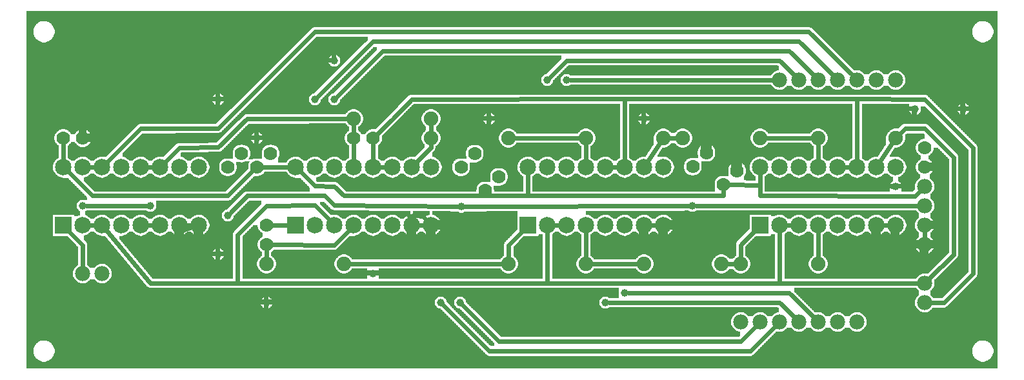
<source format=gbl>
G04 MADE WITH FRITZING*
G04 WWW.FRITZING.ORG*
G04 DOUBLE SIDED*
G04 HOLES PLATED*
G04 CONTOUR ON CENTER OF CONTOUR VECTOR*
%ASAXBY*%
%FSLAX23Y23*%
%MOIN*%
%OFA0B0*%
%SFA1.0B1.0*%
%ADD10C,0.075000*%
%ADD11C,0.039370*%
%ADD12C,0.070000*%
%ADD13C,0.085039*%
%ADD14C,0.078000*%
%ADD15R,0.085039X0.085039*%
%ADD16C,0.024000*%
%LNCOPPER0*%
G90*
G70*
G54D10*
X4421Y1239D03*
X1315Y1257D03*
X2507Y1357D03*
X3336Y1357D03*
X2239Y789D03*
X3439Y785D03*
X2630Y667D03*
X4188Y1785D03*
G54D11*
X1529Y1432D03*
X1629Y1432D03*
X2829Y1532D03*
X2729Y1532D03*
X1029Y1432D03*
X2429Y1332D03*
X1229Y1232D03*
X4879Y1382D03*
X4529Y982D03*
X4629Y1382D03*
X3229Y1332D03*
X1079Y832D03*
X2286Y878D03*
X3479Y882D03*
X329Y882D03*
X679Y882D03*
X1029Y632D03*
X3129Y432D03*
X3029Y382D03*
X2279Y382D03*
X2179Y382D03*
X1829Y532D03*
X1279Y382D03*
X1629Y1632D03*
G54D12*
X1729Y1232D03*
X1829Y1232D03*
X4679Y1182D03*
X4679Y1082D03*
X3552Y1156D03*
X3481Y1085D03*
X3710Y1063D03*
X3639Y992D03*
X2355Y1153D03*
X2284Y1082D03*
X2479Y1032D03*
X2408Y962D03*
X1079Y1082D03*
X1150Y1153D03*
X1229Y1082D03*
X1300Y1153D03*
X229Y1232D03*
X329Y1232D03*
G54D10*
X1279Y582D03*
X1679Y582D03*
X2929Y1232D03*
X3329Y1232D03*
X2129Y1232D03*
X2529Y1232D03*
X1729Y1332D03*
X2129Y1332D03*
X3429Y1232D03*
X3829Y1232D03*
X4129Y1232D03*
X4529Y1232D03*
X3729Y582D03*
X4129Y582D03*
X3229Y582D03*
X3629Y582D03*
X2529Y582D03*
X2929Y582D03*
G54D12*
X1279Y782D03*
X1279Y682D03*
G54D13*
X229Y782D03*
X229Y1082D03*
X329Y782D03*
X329Y1082D03*
X429Y782D03*
X429Y1082D03*
X529Y782D03*
X529Y1082D03*
X629Y782D03*
X629Y1082D03*
X729Y782D03*
X729Y1082D03*
X829Y782D03*
X829Y1082D03*
X929Y782D03*
X929Y1082D03*
X1429Y782D03*
X1429Y1082D03*
X1529Y782D03*
X1529Y1082D03*
X1629Y782D03*
X1629Y1082D03*
X1729Y782D03*
X1729Y1082D03*
X1829Y782D03*
X1829Y1082D03*
X1929Y782D03*
X1929Y1082D03*
X2029Y782D03*
X2029Y1082D03*
X2129Y782D03*
X2129Y1082D03*
X2629Y782D03*
X2629Y1082D03*
X2729Y782D03*
X2729Y1082D03*
X2829Y782D03*
X2829Y1082D03*
X2929Y782D03*
X2929Y1082D03*
X3029Y782D03*
X3029Y1082D03*
X3129Y782D03*
X3129Y1082D03*
X3229Y782D03*
X3229Y1082D03*
X3329Y782D03*
X3329Y1082D03*
X3829Y782D03*
X3829Y1082D03*
X3929Y782D03*
X3929Y1082D03*
X4029Y782D03*
X4029Y1082D03*
X4129Y782D03*
X4129Y1082D03*
X4229Y782D03*
X4229Y1082D03*
X4329Y782D03*
X4329Y1082D03*
X4429Y782D03*
X4429Y1082D03*
X4529Y782D03*
X4529Y1082D03*
G54D14*
X3729Y282D03*
X3829Y282D03*
X3929Y282D03*
X4029Y282D03*
X4129Y282D03*
X4229Y282D03*
X4329Y282D03*
X4529Y1532D03*
X4429Y1532D03*
X4329Y1532D03*
X4229Y1532D03*
X4129Y1532D03*
X4029Y1532D03*
X3929Y1532D03*
X4679Y482D03*
X4679Y382D03*
X429Y532D03*
X329Y532D03*
X4679Y982D03*
X4679Y882D03*
X4679Y782D03*
X4679Y682D03*
G54D15*
X229Y782D03*
X1429Y782D03*
X2629Y782D03*
X3829Y782D03*
G54D16*
X898Y782D02*
X860Y782D01*
D02*
X2098Y782D02*
X2060Y782D01*
D02*
X3298Y782D02*
X3260Y782D01*
D02*
X4498Y782D02*
X4460Y782D01*
D02*
X4679Y712D02*
X4679Y752D01*
D02*
X2629Y934D02*
X2408Y934D01*
D02*
X3829Y989D02*
X3665Y992D01*
D02*
X660Y882D02*
X348Y882D01*
D02*
X1729Y1258D02*
X1729Y1304D01*
D02*
X2129Y1261D02*
X2129Y1304D01*
D02*
X328Y680D02*
X250Y760D01*
D02*
X329Y562D02*
X328Y680D01*
D02*
X1279Y611D02*
X1279Y656D01*
D02*
X3727Y680D02*
X3807Y761D01*
D02*
X3728Y611D02*
X3727Y680D01*
D02*
X4129Y1204D02*
X4129Y1113D01*
D02*
X2929Y1204D02*
X2929Y1113D01*
D02*
X3246Y1108D02*
X3313Y1209D01*
D02*
X1729Y1206D02*
X1729Y1113D01*
D02*
X3930Y383D02*
X3048Y382D01*
D02*
X4008Y304D02*
X3930Y383D01*
D02*
X2828Y1633D02*
X2742Y1546D01*
D02*
X3929Y1633D02*
X2828Y1633D01*
D02*
X4008Y1554D02*
X3929Y1633D01*
D02*
X2558Y1232D02*
X2900Y1232D01*
D02*
X3400Y1232D02*
X3358Y1232D01*
D02*
X3858Y1232D02*
X4100Y1232D01*
D02*
X4446Y1108D02*
X4513Y1209D01*
D02*
X2127Y1183D02*
X2128Y1204D01*
D02*
X2050Y1104D02*
X2127Y1183D01*
D02*
X1305Y782D02*
X1398Y782D01*
D02*
X1708Y582D02*
X2500Y582D01*
D02*
X3200Y582D02*
X2958Y582D01*
D02*
X3658Y582D02*
X3700Y582D01*
D02*
X4129Y752D02*
X4129Y611D01*
D02*
X2530Y680D02*
X2529Y611D01*
D02*
X2608Y760D02*
X2530Y680D01*
D02*
X1629Y680D02*
X1305Y682D01*
D02*
X1707Y760D02*
X1629Y680D01*
D02*
X1255Y1082D02*
X1398Y1082D01*
D02*
X229Y1206D02*
X229Y1113D01*
D02*
X2629Y934D02*
X2629Y1052D01*
D02*
X3639Y934D02*
X2629Y934D01*
D02*
X3639Y966D02*
X3639Y934D01*
D02*
X2408Y934D02*
X1679Y934D01*
D02*
X1679Y934D02*
X1630Y983D01*
D02*
X1630Y983D02*
X1529Y984D01*
D02*
X2408Y935D02*
X2408Y934D01*
D02*
X1529Y984D02*
X1451Y1061D01*
D02*
X1080Y934D02*
X378Y934D01*
D02*
X378Y934D02*
X251Y1061D01*
D02*
X1210Y1064D02*
X1080Y934D01*
D02*
X3829Y989D02*
X3829Y1052D01*
D02*
X4629Y933D02*
X3829Y934D01*
D02*
X3829Y934D02*
X3829Y989D01*
D02*
X4658Y961D02*
X4629Y933D01*
D02*
X4649Y882D02*
X3498Y882D01*
D02*
X3479Y882D02*
X2286Y878D01*
D02*
X1180Y934D02*
X1092Y846D01*
D02*
X1579Y934D02*
X1180Y934D01*
D02*
X1629Y884D02*
X1579Y934D01*
D02*
X2267Y878D02*
X1629Y884D01*
D02*
X398Y1082D02*
X360Y1082D01*
D02*
X660Y1082D02*
X698Y1082D01*
D02*
X660Y782D02*
X698Y782D01*
D02*
X678Y483D02*
X449Y759D01*
D02*
X1130Y483D02*
X678Y483D01*
D02*
X2730Y483D02*
X1130Y483D01*
D02*
X1898Y1082D02*
X1860Y1082D01*
D02*
X3127Y1434D02*
X4330Y1434D01*
D02*
X4330Y1434D02*
X4329Y1113D01*
D02*
X2798Y782D02*
X2760Y782D01*
D02*
X4260Y1082D02*
X4298Y1082D01*
D02*
X3998Y782D02*
X3960Y782D01*
D02*
X1179Y1332D02*
X1030Y1185D01*
D02*
X1030Y1185D02*
X829Y1183D01*
D02*
X1700Y1332D02*
X1179Y1332D01*
D02*
X829Y1183D02*
X751Y1104D01*
D02*
X3060Y1082D02*
X3098Y1082D01*
D02*
X1829Y1113D02*
X1829Y1206D01*
D02*
X1928Y1330D02*
X1848Y1251D01*
D02*
X2028Y1432D02*
X1928Y1330D01*
D02*
X3127Y1434D02*
X2028Y1432D01*
D02*
X2848Y1532D02*
X3899Y1532D01*
D02*
X3979Y1682D02*
X4108Y1554D01*
D02*
X1878Y1682D02*
X3979Y1682D01*
D02*
X1642Y1446D02*
X1878Y1682D01*
D02*
X4028Y1732D02*
X4208Y1554D01*
D02*
X1829Y1732D02*
X4028Y1732D01*
D02*
X1542Y1446D02*
X1829Y1732D01*
D02*
X2929Y611D02*
X2929Y752D01*
D02*
X3979Y432D02*
X3148Y432D01*
D02*
X4108Y304D02*
X3979Y432D01*
D02*
X2479Y183D02*
X2292Y369D01*
D02*
X3730Y183D02*
X2479Y183D01*
D02*
X3808Y261D02*
X3730Y183D01*
D02*
X2430Y131D02*
X2192Y369D01*
D02*
X3779Y132D02*
X2430Y131D01*
D02*
X3908Y261D02*
X3779Y132D01*
D02*
X4828Y630D02*
X4700Y504D01*
D02*
X4829Y1133D02*
X4828Y630D01*
D02*
X4679Y1282D02*
X4829Y1133D01*
D02*
X4578Y1282D02*
X4679Y1282D01*
D02*
X4549Y1253D02*
X4578Y1282D01*
D02*
X4778Y381D02*
X4709Y382D01*
D02*
X4928Y531D02*
X4778Y381D01*
D02*
X4928Y1183D02*
X4928Y531D01*
D02*
X4678Y1432D02*
X4928Y1183D01*
D02*
X4330Y1434D02*
X4678Y1432D01*
D02*
X3929Y483D02*
X3929Y752D01*
D02*
X4649Y482D02*
X3929Y483D01*
D02*
X3929Y483D02*
X2730Y483D01*
D02*
X2730Y483D02*
X2729Y752D01*
D02*
X398Y782D02*
X360Y782D01*
D02*
X1130Y733D02*
X1279Y883D01*
D02*
X1130Y483D02*
X1130Y733D01*
D02*
X1279Y883D02*
X1529Y884D01*
D02*
X1529Y884D02*
X1607Y804D01*
D02*
X4080Y1781D02*
X4308Y1554D01*
D02*
X1529Y1781D02*
X4080Y1781D01*
D02*
X1030Y1283D02*
X1529Y1781D01*
D02*
X630Y1281D02*
X1030Y1283D01*
D02*
X451Y1104D02*
X630Y1281D01*
D02*
X3129Y1113D02*
X3127Y1434D01*
D02*
X845Y756D02*
X922Y783D01*
D02*
X4665Y1104D02*
X4674Y1089D01*
D02*
X4510Y983D02*
X4510Y983D01*
D02*
X2110Y807D02*
X2079Y836D01*
X2079Y836D02*
X2016Y828D01*
D02*
X904Y800D02*
X922Y783D01*
G36*
X4354Y1409D02*
X4354Y1351D01*
X4622Y1351D01*
X4622Y1353D01*
X4616Y1353D01*
X4616Y1355D01*
X4614Y1355D01*
X4614Y1357D01*
X4610Y1357D01*
X4610Y1359D01*
X4608Y1359D01*
X4608Y1361D01*
X4606Y1361D01*
X4606Y1363D01*
X4604Y1363D01*
X4604Y1367D01*
X4602Y1367D01*
X4602Y1369D01*
X4600Y1369D01*
X4600Y1373D01*
X4598Y1373D01*
X4598Y1409D01*
X4354Y1409D01*
G37*
D02*
G36*
X4660Y1397D02*
X4660Y1375D01*
X4658Y1375D01*
X4658Y1369D01*
X4656Y1369D01*
X4656Y1367D01*
X4654Y1367D01*
X4654Y1363D01*
X4652Y1363D01*
X4652Y1361D01*
X4650Y1361D01*
X4650Y1359D01*
X4648Y1359D01*
X4648Y1357D01*
X4644Y1357D01*
X4644Y1355D01*
X4642Y1355D01*
X4642Y1353D01*
X4636Y1353D01*
X4636Y1351D01*
X4724Y1351D01*
X4724Y1353D01*
X4722Y1353D01*
X4722Y1355D01*
X4720Y1355D01*
X4720Y1357D01*
X4718Y1357D01*
X4718Y1359D01*
X4716Y1359D01*
X4716Y1361D01*
X4714Y1361D01*
X4714Y1363D01*
X4712Y1363D01*
X4712Y1365D01*
X4710Y1365D01*
X4710Y1367D01*
X4708Y1367D01*
X4708Y1369D01*
X4706Y1369D01*
X4706Y1371D01*
X4704Y1371D01*
X4704Y1373D01*
X4702Y1373D01*
X4702Y1375D01*
X4700Y1375D01*
X4700Y1377D01*
X4698Y1377D01*
X4698Y1379D01*
X4696Y1379D01*
X4696Y1381D01*
X4694Y1381D01*
X4694Y1383D01*
X4692Y1383D01*
X4692Y1385D01*
X4690Y1385D01*
X4690Y1387D01*
X4688Y1387D01*
X4688Y1389D01*
X4686Y1389D01*
X4686Y1391D01*
X4684Y1391D01*
X4684Y1393D01*
X4682Y1393D01*
X4682Y1395D01*
X4680Y1395D01*
X4680Y1397D01*
X4660Y1397D01*
G37*
D02*
G36*
X4354Y1351D02*
X4354Y1349D01*
X4726Y1349D01*
X4726Y1351D01*
X4354Y1351D01*
G37*
D02*
G36*
X4354Y1351D02*
X4354Y1349D01*
X4726Y1349D01*
X4726Y1351D01*
X4354Y1351D01*
G37*
D02*
G36*
X4354Y1349D02*
X4354Y1305D01*
X4688Y1305D01*
X4688Y1303D01*
X4692Y1303D01*
X4692Y1301D01*
X4694Y1301D01*
X4694Y1299D01*
X4698Y1299D01*
X4698Y1297D01*
X4700Y1297D01*
X4700Y1295D01*
X4702Y1295D01*
X4702Y1293D01*
X4704Y1293D01*
X4704Y1291D01*
X4706Y1291D01*
X4706Y1289D01*
X4708Y1289D01*
X4708Y1287D01*
X4710Y1287D01*
X4710Y1285D01*
X4712Y1285D01*
X4712Y1283D01*
X4714Y1283D01*
X4714Y1281D01*
X4716Y1281D01*
X4716Y1279D01*
X4718Y1279D01*
X4718Y1277D01*
X4720Y1277D01*
X4720Y1275D01*
X4722Y1275D01*
X4722Y1273D01*
X4724Y1273D01*
X4724Y1271D01*
X4726Y1271D01*
X4726Y1269D01*
X4728Y1269D01*
X4728Y1267D01*
X4730Y1267D01*
X4730Y1265D01*
X4732Y1265D01*
X4732Y1263D01*
X4734Y1263D01*
X4734Y1261D01*
X4736Y1261D01*
X4736Y1259D01*
X4738Y1259D01*
X4738Y1257D01*
X4740Y1257D01*
X4740Y1255D01*
X4742Y1255D01*
X4742Y1253D01*
X4744Y1253D01*
X4744Y1251D01*
X4746Y1251D01*
X4746Y1249D01*
X4748Y1249D01*
X4748Y1247D01*
X4750Y1247D01*
X4750Y1245D01*
X4752Y1245D01*
X4752Y1243D01*
X4754Y1243D01*
X4754Y1241D01*
X4756Y1241D01*
X4756Y1239D01*
X4758Y1239D01*
X4758Y1237D01*
X4760Y1237D01*
X4760Y1235D01*
X4762Y1235D01*
X4762Y1233D01*
X4764Y1233D01*
X4764Y1231D01*
X4766Y1231D01*
X4766Y1229D01*
X4768Y1229D01*
X4768Y1227D01*
X4770Y1227D01*
X4770Y1225D01*
X4772Y1225D01*
X4772Y1223D01*
X4774Y1223D01*
X4774Y1221D01*
X4776Y1221D01*
X4776Y1219D01*
X4778Y1219D01*
X4778Y1217D01*
X4780Y1217D01*
X4780Y1215D01*
X4782Y1215D01*
X4782Y1213D01*
X4784Y1213D01*
X4784Y1211D01*
X4786Y1211D01*
X4786Y1209D01*
X4788Y1209D01*
X4788Y1207D01*
X4790Y1207D01*
X4790Y1205D01*
X4792Y1205D01*
X4792Y1203D01*
X4794Y1203D01*
X4794Y1201D01*
X4796Y1201D01*
X4796Y1199D01*
X4798Y1199D01*
X4798Y1197D01*
X4800Y1197D01*
X4800Y1195D01*
X4802Y1195D01*
X4802Y1193D01*
X4804Y1193D01*
X4804Y1191D01*
X4806Y1191D01*
X4806Y1189D01*
X4808Y1189D01*
X4808Y1187D01*
X4810Y1187D01*
X4810Y1185D01*
X4812Y1185D01*
X4812Y1183D01*
X4814Y1183D01*
X4814Y1181D01*
X4816Y1181D01*
X4816Y1179D01*
X4818Y1179D01*
X4818Y1177D01*
X4820Y1177D01*
X4820Y1175D01*
X4822Y1175D01*
X4822Y1173D01*
X4824Y1173D01*
X4824Y1171D01*
X4826Y1171D01*
X4826Y1169D01*
X4828Y1169D01*
X4828Y1167D01*
X4830Y1167D01*
X4830Y1165D01*
X4832Y1165D01*
X4832Y1163D01*
X4834Y1163D01*
X4834Y1161D01*
X4836Y1161D01*
X4836Y1159D01*
X4838Y1159D01*
X4838Y1157D01*
X4840Y1157D01*
X4840Y1155D01*
X4842Y1155D01*
X4842Y1153D01*
X4844Y1153D01*
X4844Y1151D01*
X4846Y1151D01*
X4846Y1149D01*
X4848Y1149D01*
X4848Y1145D01*
X4850Y1145D01*
X4850Y1143D01*
X4852Y1143D01*
X4852Y623D01*
X4850Y623D01*
X4850Y619D01*
X4848Y619D01*
X4848Y615D01*
X4846Y615D01*
X4846Y613D01*
X4844Y613D01*
X4844Y611D01*
X4842Y611D01*
X4842Y609D01*
X4840Y609D01*
X4840Y607D01*
X4838Y607D01*
X4838Y605D01*
X4836Y605D01*
X4836Y603D01*
X4834Y603D01*
X4834Y601D01*
X4832Y601D01*
X4832Y599D01*
X4830Y599D01*
X4830Y597D01*
X4828Y597D01*
X4828Y595D01*
X4826Y595D01*
X4826Y593D01*
X4824Y593D01*
X4824Y591D01*
X4822Y591D01*
X4822Y589D01*
X4820Y589D01*
X4820Y587D01*
X4818Y587D01*
X4818Y585D01*
X4816Y585D01*
X4816Y583D01*
X4814Y583D01*
X4814Y581D01*
X4812Y581D01*
X4812Y579D01*
X4810Y579D01*
X4810Y577D01*
X4808Y577D01*
X4808Y575D01*
X4806Y575D01*
X4806Y573D01*
X4804Y573D01*
X4804Y571D01*
X4802Y571D01*
X4802Y569D01*
X4800Y569D01*
X4800Y567D01*
X4798Y567D01*
X4798Y565D01*
X4796Y565D01*
X4796Y563D01*
X4794Y563D01*
X4794Y561D01*
X4792Y561D01*
X4792Y559D01*
X4790Y559D01*
X4790Y557D01*
X4788Y557D01*
X4788Y555D01*
X4786Y555D01*
X4786Y553D01*
X4784Y553D01*
X4784Y551D01*
X4782Y551D01*
X4782Y549D01*
X4780Y549D01*
X4780Y547D01*
X4778Y547D01*
X4778Y545D01*
X4776Y545D01*
X4776Y543D01*
X4774Y543D01*
X4774Y541D01*
X4772Y541D01*
X4772Y539D01*
X4770Y539D01*
X4770Y537D01*
X4768Y537D01*
X4768Y535D01*
X4766Y535D01*
X4766Y533D01*
X4764Y533D01*
X4764Y531D01*
X4762Y531D01*
X4762Y529D01*
X4760Y529D01*
X4760Y527D01*
X4758Y527D01*
X4758Y525D01*
X4756Y525D01*
X4756Y523D01*
X4754Y523D01*
X4754Y521D01*
X4752Y521D01*
X4752Y519D01*
X4750Y519D01*
X4750Y517D01*
X4748Y517D01*
X4748Y515D01*
X4746Y515D01*
X4746Y513D01*
X4744Y513D01*
X4744Y511D01*
X4742Y511D01*
X4742Y509D01*
X4738Y509D01*
X4738Y507D01*
X4736Y507D01*
X4736Y505D01*
X4734Y505D01*
X4734Y503D01*
X4732Y503D01*
X4732Y501D01*
X4730Y501D01*
X4730Y473D01*
X4728Y473D01*
X4728Y467D01*
X4726Y467D01*
X4726Y463D01*
X4724Y463D01*
X4724Y459D01*
X4722Y459D01*
X4722Y455D01*
X4720Y455D01*
X4720Y453D01*
X4718Y453D01*
X4718Y451D01*
X4716Y451D01*
X4716Y449D01*
X4714Y449D01*
X4714Y447D01*
X4712Y447D01*
X4712Y445D01*
X4710Y445D01*
X4710Y443D01*
X4708Y443D01*
X4708Y421D01*
X4710Y421D01*
X4710Y419D01*
X4712Y419D01*
X4712Y417D01*
X4714Y417D01*
X4714Y415D01*
X4716Y415D01*
X4716Y413D01*
X4718Y413D01*
X4718Y411D01*
X4720Y411D01*
X4720Y409D01*
X4722Y409D01*
X4722Y405D01*
X4770Y405D01*
X4770Y407D01*
X4772Y407D01*
X4772Y409D01*
X4774Y409D01*
X4774Y411D01*
X4776Y411D01*
X4776Y413D01*
X4778Y413D01*
X4778Y415D01*
X4780Y415D01*
X4780Y417D01*
X4782Y417D01*
X4782Y419D01*
X4784Y419D01*
X4784Y421D01*
X4786Y421D01*
X4786Y423D01*
X4788Y423D01*
X4788Y425D01*
X4790Y425D01*
X4790Y427D01*
X4792Y427D01*
X4792Y429D01*
X4794Y429D01*
X4794Y431D01*
X4796Y431D01*
X4796Y433D01*
X4798Y433D01*
X4798Y435D01*
X4800Y435D01*
X4800Y437D01*
X4802Y437D01*
X4802Y439D01*
X4804Y439D01*
X4804Y441D01*
X4806Y441D01*
X4806Y443D01*
X4808Y443D01*
X4808Y445D01*
X4810Y445D01*
X4810Y447D01*
X4812Y447D01*
X4812Y449D01*
X4814Y449D01*
X4814Y451D01*
X4816Y451D01*
X4816Y453D01*
X4818Y453D01*
X4818Y455D01*
X4820Y455D01*
X4820Y457D01*
X4822Y457D01*
X4822Y459D01*
X4824Y459D01*
X4824Y461D01*
X4826Y461D01*
X4826Y463D01*
X4828Y463D01*
X4828Y465D01*
X4830Y465D01*
X4830Y467D01*
X4832Y467D01*
X4832Y469D01*
X4834Y469D01*
X4834Y471D01*
X4836Y471D01*
X4836Y473D01*
X4838Y473D01*
X4838Y475D01*
X4840Y475D01*
X4840Y477D01*
X4842Y477D01*
X4842Y479D01*
X4844Y479D01*
X4844Y481D01*
X4846Y481D01*
X4846Y483D01*
X4848Y483D01*
X4848Y485D01*
X4850Y485D01*
X4850Y487D01*
X4852Y487D01*
X4852Y489D01*
X4854Y489D01*
X4854Y491D01*
X4856Y491D01*
X4856Y493D01*
X4858Y493D01*
X4858Y495D01*
X4860Y495D01*
X4860Y497D01*
X4862Y497D01*
X4862Y499D01*
X4864Y499D01*
X4864Y501D01*
X4866Y501D01*
X4866Y503D01*
X4868Y503D01*
X4868Y505D01*
X4870Y505D01*
X4870Y507D01*
X4872Y507D01*
X4872Y509D01*
X4874Y509D01*
X4874Y511D01*
X4876Y511D01*
X4876Y513D01*
X4878Y513D01*
X4878Y515D01*
X4880Y515D01*
X4880Y517D01*
X4882Y517D01*
X4882Y519D01*
X4884Y519D01*
X4884Y521D01*
X4886Y521D01*
X4886Y523D01*
X4888Y523D01*
X4888Y525D01*
X4890Y525D01*
X4890Y527D01*
X4892Y527D01*
X4892Y529D01*
X4894Y529D01*
X4894Y531D01*
X4896Y531D01*
X4896Y533D01*
X4898Y533D01*
X4898Y535D01*
X4900Y535D01*
X4900Y537D01*
X4902Y537D01*
X4902Y539D01*
X4904Y539D01*
X4904Y1173D01*
X4902Y1173D01*
X4902Y1175D01*
X4900Y1175D01*
X4900Y1177D01*
X4898Y1177D01*
X4898Y1179D01*
X4896Y1179D01*
X4896Y1181D01*
X4894Y1181D01*
X4894Y1183D01*
X4892Y1183D01*
X4892Y1185D01*
X4890Y1185D01*
X4890Y1187D01*
X4888Y1187D01*
X4888Y1189D01*
X4886Y1189D01*
X4886Y1191D01*
X4884Y1191D01*
X4884Y1193D01*
X4882Y1193D01*
X4882Y1195D01*
X4880Y1195D01*
X4880Y1197D01*
X4878Y1197D01*
X4878Y1199D01*
X4876Y1199D01*
X4876Y1201D01*
X4874Y1201D01*
X4874Y1203D01*
X4872Y1203D01*
X4872Y1205D01*
X4870Y1205D01*
X4870Y1207D01*
X4868Y1207D01*
X4868Y1209D01*
X4866Y1209D01*
X4866Y1211D01*
X4864Y1211D01*
X4864Y1213D01*
X4862Y1213D01*
X4862Y1215D01*
X4860Y1215D01*
X4860Y1217D01*
X4858Y1217D01*
X4858Y1219D01*
X4856Y1219D01*
X4856Y1221D01*
X4854Y1221D01*
X4854Y1223D01*
X4852Y1223D01*
X4852Y1225D01*
X4850Y1225D01*
X4850Y1227D01*
X4848Y1227D01*
X4848Y1229D01*
X4846Y1229D01*
X4846Y1231D01*
X4844Y1231D01*
X4844Y1233D01*
X4842Y1233D01*
X4842Y1235D01*
X4840Y1235D01*
X4840Y1237D01*
X4838Y1237D01*
X4838Y1239D01*
X4836Y1239D01*
X4836Y1241D01*
X4834Y1241D01*
X4834Y1243D01*
X4832Y1243D01*
X4832Y1245D01*
X4830Y1245D01*
X4830Y1247D01*
X4828Y1247D01*
X4828Y1249D01*
X4826Y1249D01*
X4826Y1251D01*
X4824Y1251D01*
X4824Y1253D01*
X4822Y1253D01*
X4822Y1255D01*
X4820Y1255D01*
X4820Y1257D01*
X4818Y1257D01*
X4818Y1259D01*
X4816Y1259D01*
X4816Y1261D01*
X4814Y1261D01*
X4814Y1263D01*
X4812Y1263D01*
X4812Y1265D01*
X4810Y1265D01*
X4810Y1267D01*
X4808Y1267D01*
X4808Y1269D01*
X4806Y1269D01*
X4806Y1271D01*
X4804Y1271D01*
X4804Y1273D01*
X4802Y1273D01*
X4802Y1275D01*
X4800Y1275D01*
X4800Y1277D01*
X4798Y1277D01*
X4798Y1279D01*
X4796Y1279D01*
X4796Y1281D01*
X4794Y1281D01*
X4794Y1283D01*
X4792Y1283D01*
X4792Y1285D01*
X4790Y1285D01*
X4790Y1287D01*
X4788Y1287D01*
X4788Y1289D01*
X4786Y1289D01*
X4786Y1291D01*
X4784Y1291D01*
X4784Y1293D01*
X4782Y1293D01*
X4782Y1295D01*
X4780Y1295D01*
X4780Y1297D01*
X4778Y1297D01*
X4778Y1299D01*
X4776Y1299D01*
X4776Y1301D01*
X4774Y1301D01*
X4774Y1303D01*
X4772Y1303D01*
X4772Y1305D01*
X4770Y1305D01*
X4770Y1307D01*
X4768Y1307D01*
X4768Y1309D01*
X4766Y1309D01*
X4766Y1311D01*
X4764Y1311D01*
X4764Y1313D01*
X4762Y1313D01*
X4762Y1315D01*
X4760Y1315D01*
X4760Y1317D01*
X4758Y1317D01*
X4758Y1319D01*
X4756Y1319D01*
X4756Y1321D01*
X4754Y1321D01*
X4754Y1323D01*
X4752Y1323D01*
X4752Y1325D01*
X4750Y1325D01*
X4750Y1327D01*
X4748Y1327D01*
X4748Y1329D01*
X4746Y1329D01*
X4746Y1331D01*
X4744Y1331D01*
X4744Y1333D01*
X4742Y1333D01*
X4742Y1335D01*
X4740Y1335D01*
X4740Y1337D01*
X4738Y1337D01*
X4738Y1339D01*
X4736Y1339D01*
X4736Y1341D01*
X4734Y1341D01*
X4734Y1343D01*
X4732Y1343D01*
X4732Y1345D01*
X4730Y1345D01*
X4730Y1347D01*
X4728Y1347D01*
X4728Y1349D01*
X4354Y1349D01*
G37*
D02*
G36*
X4354Y1305D02*
X4354Y1129D01*
X4356Y1129D01*
X4356Y1127D01*
X4358Y1127D01*
X4358Y1125D01*
X4360Y1125D01*
X4360Y1123D01*
X4364Y1123D01*
X4364Y1121D01*
X4366Y1121D01*
X4366Y1119D01*
X4368Y1119D01*
X4368Y1117D01*
X4390Y1117D01*
X4390Y1119D01*
X4392Y1119D01*
X4392Y1121D01*
X4394Y1121D01*
X4394Y1123D01*
X4396Y1123D01*
X4396Y1125D01*
X4400Y1125D01*
X4400Y1127D01*
X4402Y1127D01*
X4402Y1129D01*
X4406Y1129D01*
X4406Y1131D01*
X4410Y1131D01*
X4410Y1133D01*
X4414Y1133D01*
X4414Y1135D01*
X4422Y1135D01*
X4422Y1137D01*
X4438Y1137D01*
X4438Y1141D01*
X4440Y1141D01*
X4440Y1143D01*
X4442Y1143D01*
X4442Y1147D01*
X4444Y1147D01*
X4444Y1149D01*
X4446Y1149D01*
X4446Y1153D01*
X4448Y1153D01*
X4448Y1155D01*
X4450Y1155D01*
X4450Y1159D01*
X4452Y1159D01*
X4452Y1161D01*
X4454Y1161D01*
X4454Y1165D01*
X4456Y1165D01*
X4456Y1167D01*
X4458Y1167D01*
X4458Y1171D01*
X4460Y1171D01*
X4460Y1173D01*
X4462Y1173D01*
X4462Y1177D01*
X4464Y1177D01*
X4464Y1179D01*
X4466Y1179D01*
X4466Y1183D01*
X4468Y1183D01*
X4468Y1185D01*
X4470Y1185D01*
X4470Y1189D01*
X4472Y1189D01*
X4472Y1191D01*
X4474Y1191D01*
X4474Y1195D01*
X4476Y1195D01*
X4476Y1197D01*
X4478Y1197D01*
X4478Y1201D01*
X4480Y1201D01*
X4480Y1243D01*
X4482Y1243D01*
X4482Y1249D01*
X4484Y1249D01*
X4484Y1253D01*
X4486Y1253D01*
X4486Y1255D01*
X4488Y1255D01*
X4488Y1259D01*
X4490Y1259D01*
X4490Y1261D01*
X4492Y1261D01*
X4492Y1263D01*
X4494Y1263D01*
X4494Y1265D01*
X4496Y1265D01*
X4496Y1267D01*
X4498Y1267D01*
X4498Y1269D01*
X4500Y1269D01*
X4500Y1271D01*
X4502Y1271D01*
X4502Y1273D01*
X4506Y1273D01*
X4506Y1275D01*
X4508Y1275D01*
X4508Y1277D01*
X4512Y1277D01*
X4512Y1279D01*
X4518Y1279D01*
X4518Y1281D01*
X4544Y1281D01*
X4544Y1283D01*
X4546Y1283D01*
X4546Y1285D01*
X4548Y1285D01*
X4548Y1287D01*
X4550Y1287D01*
X4550Y1289D01*
X4552Y1289D01*
X4552Y1291D01*
X4554Y1291D01*
X4554Y1293D01*
X4556Y1293D01*
X4556Y1295D01*
X4558Y1295D01*
X4558Y1297D01*
X4560Y1297D01*
X4560Y1299D01*
X4562Y1299D01*
X4562Y1301D01*
X4564Y1301D01*
X4564Y1303D01*
X4568Y1303D01*
X4568Y1305D01*
X4354Y1305D01*
G37*
D02*
G36*
X4586Y1257D02*
X4586Y1255D01*
X4584Y1255D01*
X4584Y1253D01*
X4582Y1253D01*
X4582Y1251D01*
X4580Y1251D01*
X4580Y1249D01*
X4578Y1249D01*
X4578Y1223D01*
X4576Y1223D01*
X4576Y1217D01*
X4574Y1217D01*
X4574Y1213D01*
X4572Y1213D01*
X4572Y1209D01*
X4570Y1209D01*
X4570Y1205D01*
X4568Y1205D01*
X4568Y1203D01*
X4566Y1203D01*
X4566Y1201D01*
X4564Y1201D01*
X4564Y1199D01*
X4562Y1199D01*
X4562Y1197D01*
X4560Y1197D01*
X4560Y1195D01*
X4558Y1195D01*
X4558Y1193D01*
X4556Y1193D01*
X4556Y1191D01*
X4552Y1191D01*
X4552Y1189D01*
X4548Y1189D01*
X4548Y1187D01*
X4544Y1187D01*
X4544Y1185D01*
X4538Y1185D01*
X4538Y1183D01*
X4524Y1183D01*
X4524Y1181D01*
X4522Y1181D01*
X4522Y1177D01*
X4520Y1177D01*
X4520Y1175D01*
X4518Y1175D01*
X4518Y1171D01*
X4516Y1171D01*
X4516Y1167D01*
X4514Y1167D01*
X4514Y1165D01*
X4512Y1165D01*
X4512Y1161D01*
X4510Y1161D01*
X4510Y1159D01*
X4508Y1159D01*
X4508Y1155D01*
X4506Y1155D01*
X4506Y1153D01*
X4504Y1153D01*
X4504Y1149D01*
X4502Y1149D01*
X4502Y1147D01*
X4500Y1147D01*
X4500Y1137D01*
X4536Y1137D01*
X4536Y1135D01*
X4544Y1135D01*
X4544Y1133D01*
X4548Y1133D01*
X4548Y1131D01*
X4552Y1131D01*
X4552Y1129D01*
X4556Y1129D01*
X4556Y1127D01*
X4558Y1127D01*
X4558Y1125D01*
X4560Y1125D01*
X4560Y1123D01*
X4564Y1123D01*
X4564Y1121D01*
X4566Y1121D01*
X4566Y1119D01*
X4568Y1119D01*
X4568Y1117D01*
X4570Y1117D01*
X4570Y1113D01*
X4572Y1113D01*
X4572Y1111D01*
X4574Y1111D01*
X4574Y1109D01*
X4576Y1109D01*
X4576Y1105D01*
X4578Y1105D01*
X4578Y1101D01*
X4580Y1101D01*
X4580Y1097D01*
X4582Y1097D01*
X4582Y1089D01*
X4584Y1089D01*
X4584Y1077D01*
X4582Y1077D01*
X4582Y1069D01*
X4580Y1069D01*
X4580Y1063D01*
X4578Y1063D01*
X4578Y1059D01*
X4576Y1059D01*
X4576Y1055D01*
X4574Y1055D01*
X4574Y1053D01*
X4572Y1053D01*
X4572Y1051D01*
X4570Y1051D01*
X4570Y1049D01*
X4568Y1049D01*
X4568Y1045D01*
X4566Y1045D01*
X4566Y1043D01*
X4562Y1043D01*
X4562Y1041D01*
X4560Y1041D01*
X4560Y1039D01*
X4558Y1039D01*
X4558Y1037D01*
X4554Y1037D01*
X4554Y1035D01*
X4552Y1035D01*
X4552Y1033D01*
X4548Y1033D01*
X4548Y1031D01*
X4542Y1031D01*
X4542Y1009D01*
X4546Y1009D01*
X4546Y1007D01*
X4548Y1007D01*
X4548Y1005D01*
X4550Y1005D01*
X4550Y1003D01*
X4552Y1003D01*
X4552Y1001D01*
X4554Y1001D01*
X4554Y999D01*
X4556Y999D01*
X4556Y995D01*
X4558Y995D01*
X4558Y991D01*
X4560Y991D01*
X4560Y957D01*
X4620Y957D01*
X4620Y959D01*
X4622Y959D01*
X4622Y961D01*
X4624Y961D01*
X4624Y963D01*
X4626Y963D01*
X4626Y965D01*
X4628Y965D01*
X4628Y991D01*
X4630Y991D01*
X4630Y997D01*
X4632Y997D01*
X4632Y1001D01*
X4634Y1001D01*
X4634Y1005D01*
X4636Y1005D01*
X4636Y1009D01*
X4638Y1009D01*
X4638Y1011D01*
X4640Y1011D01*
X4640Y1013D01*
X4642Y1013D01*
X4642Y1015D01*
X4644Y1015D01*
X4644Y1017D01*
X4646Y1017D01*
X4646Y1019D01*
X4648Y1019D01*
X4648Y1021D01*
X4650Y1021D01*
X4650Y1023D01*
X4652Y1023D01*
X4652Y1025D01*
X4654Y1025D01*
X4654Y1045D01*
X4652Y1045D01*
X4652Y1047D01*
X4650Y1047D01*
X4650Y1049D01*
X4646Y1049D01*
X4646Y1053D01*
X4644Y1053D01*
X4644Y1055D01*
X4642Y1055D01*
X4642Y1057D01*
X4640Y1057D01*
X4640Y1061D01*
X4638Y1061D01*
X4638Y1063D01*
X4636Y1063D01*
X4636Y1067D01*
X4634Y1067D01*
X4634Y1073D01*
X4632Y1073D01*
X4632Y1091D01*
X4634Y1091D01*
X4634Y1097D01*
X4636Y1097D01*
X4636Y1101D01*
X4638Y1101D01*
X4638Y1103D01*
X4640Y1103D01*
X4640Y1107D01*
X4642Y1107D01*
X4642Y1109D01*
X4644Y1109D01*
X4644Y1111D01*
X4646Y1111D01*
X4646Y1115D01*
X4650Y1115D01*
X4650Y1117D01*
X4652Y1117D01*
X4652Y1119D01*
X4654Y1119D01*
X4654Y1121D01*
X4658Y1121D01*
X4658Y1143D01*
X4654Y1143D01*
X4654Y1145D01*
X4652Y1145D01*
X4652Y1147D01*
X4650Y1147D01*
X4650Y1149D01*
X4646Y1149D01*
X4646Y1153D01*
X4644Y1153D01*
X4644Y1155D01*
X4642Y1155D01*
X4642Y1157D01*
X4640Y1157D01*
X4640Y1161D01*
X4638Y1161D01*
X4638Y1163D01*
X4636Y1163D01*
X4636Y1169D01*
X4634Y1169D01*
X4634Y1173D01*
X4632Y1173D01*
X4632Y1191D01*
X4634Y1191D01*
X4634Y1197D01*
X4636Y1197D01*
X4636Y1201D01*
X4638Y1201D01*
X4638Y1205D01*
X4640Y1205D01*
X4640Y1207D01*
X4642Y1207D01*
X4642Y1209D01*
X4644Y1209D01*
X4644Y1213D01*
X4646Y1213D01*
X4646Y1215D01*
X4648Y1215D01*
X4648Y1217D01*
X4652Y1217D01*
X4652Y1219D01*
X4654Y1219D01*
X4654Y1221D01*
X4656Y1221D01*
X4656Y1223D01*
X4660Y1223D01*
X4660Y1225D01*
X4664Y1225D01*
X4664Y1227D01*
X4670Y1227D01*
X4670Y1229D01*
X4680Y1229D01*
X4680Y1249D01*
X4678Y1249D01*
X4678Y1251D01*
X4676Y1251D01*
X4676Y1253D01*
X4674Y1253D01*
X4674Y1255D01*
X4672Y1255D01*
X4672Y1257D01*
X4586Y1257D01*
G37*
D02*
G36*
X4500Y1137D02*
X4500Y1135D01*
X4522Y1135D01*
X4522Y1137D01*
X4500Y1137D01*
G37*
D02*
G36*
X1500Y1309D02*
X1500Y1307D01*
X1188Y1307D01*
X1188Y1305D01*
X1186Y1305D01*
X1186Y1303D01*
X1184Y1303D01*
X1184Y1301D01*
X1182Y1301D01*
X1182Y1299D01*
X1178Y1299D01*
X1178Y1297D01*
X1176Y1297D01*
X1176Y1295D01*
X1174Y1295D01*
X1174Y1293D01*
X1172Y1293D01*
X1172Y1291D01*
X1170Y1291D01*
X1170Y1289D01*
X1168Y1289D01*
X1168Y1287D01*
X1166Y1287D01*
X1166Y1285D01*
X1164Y1285D01*
X1164Y1283D01*
X1162Y1283D01*
X1162Y1281D01*
X1160Y1281D01*
X1160Y1279D01*
X1158Y1279D01*
X1158Y1277D01*
X1156Y1277D01*
X1156Y1275D01*
X1154Y1275D01*
X1154Y1273D01*
X1152Y1273D01*
X1152Y1271D01*
X1150Y1271D01*
X1150Y1269D01*
X1148Y1269D01*
X1148Y1267D01*
X1146Y1267D01*
X1146Y1265D01*
X1144Y1265D01*
X1144Y1263D01*
X1238Y1263D01*
X1238Y1261D01*
X1242Y1261D01*
X1242Y1259D01*
X1246Y1259D01*
X1246Y1257D01*
X1248Y1257D01*
X1248Y1255D01*
X1250Y1255D01*
X1250Y1253D01*
X1252Y1253D01*
X1252Y1251D01*
X1254Y1251D01*
X1254Y1249D01*
X1256Y1249D01*
X1256Y1245D01*
X1258Y1245D01*
X1258Y1241D01*
X1260Y1241D01*
X1260Y1225D01*
X1258Y1225D01*
X1258Y1219D01*
X1256Y1219D01*
X1256Y1217D01*
X1254Y1217D01*
X1254Y1213D01*
X1252Y1213D01*
X1252Y1211D01*
X1250Y1211D01*
X1250Y1209D01*
X1248Y1209D01*
X1248Y1207D01*
X1244Y1207D01*
X1244Y1205D01*
X1242Y1205D01*
X1242Y1203D01*
X1236Y1203D01*
X1236Y1201D01*
X1696Y1201D01*
X1696Y1203D01*
X1694Y1203D01*
X1694Y1205D01*
X1692Y1205D01*
X1692Y1207D01*
X1690Y1207D01*
X1690Y1211D01*
X1688Y1211D01*
X1688Y1213D01*
X1686Y1213D01*
X1686Y1219D01*
X1684Y1219D01*
X1684Y1223D01*
X1682Y1223D01*
X1682Y1241D01*
X1684Y1241D01*
X1684Y1247D01*
X1686Y1247D01*
X1686Y1251D01*
X1688Y1251D01*
X1688Y1255D01*
X1690Y1255D01*
X1690Y1257D01*
X1692Y1257D01*
X1692Y1259D01*
X1694Y1259D01*
X1694Y1263D01*
X1696Y1263D01*
X1696Y1265D01*
X1698Y1265D01*
X1698Y1267D01*
X1702Y1267D01*
X1702Y1269D01*
X1704Y1269D01*
X1704Y1291D01*
X1702Y1291D01*
X1702Y1293D01*
X1700Y1293D01*
X1700Y1295D01*
X1698Y1295D01*
X1698Y1297D01*
X1696Y1297D01*
X1696Y1299D01*
X1694Y1299D01*
X1694Y1301D01*
X1692Y1301D01*
X1692Y1303D01*
X1690Y1303D01*
X1690Y1305D01*
X1688Y1305D01*
X1688Y1309D01*
X1500Y1309D01*
G37*
D02*
G36*
X1142Y1263D02*
X1142Y1261D01*
X1140Y1261D01*
X1140Y1259D01*
X1138Y1259D01*
X1138Y1257D01*
X1136Y1257D01*
X1136Y1255D01*
X1134Y1255D01*
X1134Y1253D01*
X1132Y1253D01*
X1132Y1251D01*
X1130Y1251D01*
X1130Y1249D01*
X1128Y1249D01*
X1128Y1247D01*
X1126Y1247D01*
X1126Y1245D01*
X1124Y1245D01*
X1124Y1243D01*
X1122Y1243D01*
X1122Y1241D01*
X1120Y1241D01*
X1120Y1239D01*
X1118Y1239D01*
X1118Y1237D01*
X1116Y1237D01*
X1116Y1235D01*
X1114Y1235D01*
X1114Y1233D01*
X1112Y1233D01*
X1112Y1231D01*
X1110Y1231D01*
X1110Y1229D01*
X1108Y1229D01*
X1108Y1227D01*
X1106Y1227D01*
X1106Y1225D01*
X1104Y1225D01*
X1104Y1223D01*
X1102Y1223D01*
X1102Y1221D01*
X1100Y1221D01*
X1100Y1219D01*
X1098Y1219D01*
X1098Y1217D01*
X1096Y1217D01*
X1096Y1215D01*
X1094Y1215D01*
X1094Y1213D01*
X1092Y1213D01*
X1092Y1211D01*
X1090Y1211D01*
X1090Y1209D01*
X1088Y1209D01*
X1088Y1207D01*
X1086Y1207D01*
X1086Y1205D01*
X1084Y1205D01*
X1084Y1203D01*
X1082Y1203D01*
X1082Y1201D01*
X1222Y1201D01*
X1222Y1203D01*
X1216Y1203D01*
X1216Y1205D01*
X1214Y1205D01*
X1214Y1207D01*
X1210Y1207D01*
X1210Y1209D01*
X1208Y1209D01*
X1208Y1211D01*
X1206Y1211D01*
X1206Y1213D01*
X1204Y1213D01*
X1204Y1217D01*
X1202Y1217D01*
X1202Y1219D01*
X1200Y1219D01*
X1200Y1223D01*
X1198Y1223D01*
X1198Y1241D01*
X1200Y1241D01*
X1200Y1245D01*
X1202Y1245D01*
X1202Y1249D01*
X1204Y1249D01*
X1204Y1251D01*
X1206Y1251D01*
X1206Y1253D01*
X1208Y1253D01*
X1208Y1255D01*
X1210Y1255D01*
X1210Y1257D01*
X1212Y1257D01*
X1212Y1259D01*
X1216Y1259D01*
X1216Y1261D01*
X1220Y1261D01*
X1220Y1263D01*
X1142Y1263D01*
G37*
D02*
G36*
X1080Y1201D02*
X1080Y1199D01*
X1696Y1199D01*
X1696Y1201D01*
X1080Y1201D01*
G37*
D02*
G36*
X1080Y1201D02*
X1080Y1199D01*
X1696Y1199D01*
X1696Y1201D01*
X1080Y1201D01*
G37*
D02*
G36*
X1078Y1199D02*
X1078Y1197D01*
X1076Y1197D01*
X1076Y1195D01*
X1074Y1195D01*
X1074Y1193D01*
X1072Y1193D01*
X1072Y1191D01*
X1070Y1191D01*
X1070Y1189D01*
X1068Y1189D01*
X1068Y1187D01*
X1066Y1187D01*
X1066Y1185D01*
X1064Y1185D01*
X1064Y1183D01*
X1062Y1183D01*
X1062Y1181D01*
X1060Y1181D01*
X1060Y1179D01*
X1058Y1179D01*
X1058Y1177D01*
X1056Y1177D01*
X1056Y1175D01*
X1054Y1175D01*
X1054Y1173D01*
X1052Y1173D01*
X1052Y1171D01*
X1050Y1171D01*
X1050Y1169D01*
X1048Y1169D01*
X1048Y1167D01*
X1044Y1167D01*
X1044Y1165D01*
X1042Y1165D01*
X1042Y1163D01*
X1038Y1163D01*
X1038Y1161D01*
X980Y1161D01*
X980Y1159D01*
X838Y1159D01*
X838Y1157D01*
X836Y1157D01*
X836Y1137D01*
X936Y1137D01*
X936Y1135D01*
X944Y1135D01*
X944Y1133D01*
X948Y1133D01*
X948Y1131D01*
X952Y1131D01*
X952Y1129D01*
X956Y1129D01*
X956Y1127D01*
X958Y1127D01*
X958Y1125D01*
X960Y1125D01*
X960Y1123D01*
X964Y1123D01*
X964Y1121D01*
X966Y1121D01*
X966Y1119D01*
X968Y1119D01*
X968Y1117D01*
X970Y1117D01*
X970Y1113D01*
X972Y1113D01*
X972Y1111D01*
X974Y1111D01*
X974Y1109D01*
X976Y1109D01*
X976Y1105D01*
X978Y1105D01*
X978Y1101D01*
X980Y1101D01*
X980Y1097D01*
X982Y1097D01*
X982Y1089D01*
X984Y1089D01*
X984Y1077D01*
X982Y1077D01*
X982Y1069D01*
X980Y1069D01*
X980Y1063D01*
X978Y1063D01*
X978Y1059D01*
X976Y1059D01*
X976Y1057D01*
X974Y1057D01*
X974Y1053D01*
X972Y1053D01*
X972Y1051D01*
X970Y1051D01*
X970Y1049D01*
X968Y1049D01*
X968Y1045D01*
X966Y1045D01*
X966Y1043D01*
X962Y1043D01*
X962Y1041D01*
X960Y1041D01*
X960Y1039D01*
X958Y1039D01*
X958Y1037D01*
X1068Y1037D01*
X1068Y1039D01*
X1060Y1039D01*
X1060Y1041D01*
X1056Y1041D01*
X1056Y1043D01*
X1052Y1043D01*
X1052Y1045D01*
X1050Y1045D01*
X1050Y1047D01*
X1046Y1047D01*
X1046Y1049D01*
X1044Y1049D01*
X1044Y1053D01*
X1042Y1053D01*
X1042Y1055D01*
X1040Y1055D01*
X1040Y1059D01*
X1038Y1059D01*
X1038Y1063D01*
X1036Y1063D01*
X1036Y1071D01*
X1034Y1071D01*
X1034Y1095D01*
X1036Y1095D01*
X1036Y1101D01*
X1038Y1101D01*
X1038Y1105D01*
X1040Y1105D01*
X1040Y1109D01*
X1042Y1109D01*
X1042Y1113D01*
X1044Y1113D01*
X1044Y1115D01*
X1046Y1115D01*
X1046Y1117D01*
X1048Y1117D01*
X1048Y1119D01*
X1052Y1119D01*
X1052Y1121D01*
X1056Y1121D01*
X1056Y1123D01*
X1060Y1123D01*
X1060Y1125D01*
X1066Y1125D01*
X1066Y1127D01*
X1106Y1127D01*
X1106Y1145D01*
X1104Y1145D01*
X1104Y1161D01*
X1106Y1161D01*
X1106Y1169D01*
X1108Y1169D01*
X1108Y1175D01*
X1110Y1175D01*
X1110Y1179D01*
X1112Y1179D01*
X1112Y1183D01*
X1114Y1183D01*
X1114Y1185D01*
X1116Y1185D01*
X1116Y1187D01*
X1118Y1187D01*
X1118Y1189D01*
X1122Y1189D01*
X1122Y1191D01*
X1124Y1191D01*
X1124Y1193D01*
X1128Y1193D01*
X1128Y1195D01*
X1134Y1195D01*
X1134Y1197D01*
X1144Y1197D01*
X1144Y1199D01*
X1078Y1199D01*
G37*
D02*
G36*
X1154Y1199D02*
X1154Y1197D01*
X1166Y1197D01*
X1166Y1195D01*
X1170Y1195D01*
X1170Y1193D01*
X1176Y1193D01*
X1176Y1191D01*
X1178Y1191D01*
X1178Y1189D01*
X1182Y1189D01*
X1182Y1187D01*
X1184Y1187D01*
X1184Y1185D01*
X1186Y1185D01*
X1186Y1181D01*
X1188Y1181D01*
X1188Y1179D01*
X1190Y1179D01*
X1190Y1173D01*
X1192Y1173D01*
X1192Y1167D01*
X1194Y1167D01*
X1194Y1155D01*
X1196Y1155D01*
X1196Y1151D01*
X1194Y1151D01*
X1194Y1139D01*
X1192Y1139D01*
X1192Y1133D01*
X1190Y1133D01*
X1190Y1129D01*
X1188Y1129D01*
X1188Y1125D01*
X1186Y1125D01*
X1186Y1123D01*
X1184Y1123D01*
X1184Y1121D01*
X1206Y1121D01*
X1206Y1123D01*
X1210Y1123D01*
X1210Y1125D01*
X1216Y1125D01*
X1216Y1127D01*
X1256Y1127D01*
X1256Y1145D01*
X1254Y1145D01*
X1254Y1161D01*
X1256Y1161D01*
X1256Y1169D01*
X1258Y1169D01*
X1258Y1175D01*
X1260Y1175D01*
X1260Y1179D01*
X1262Y1179D01*
X1262Y1183D01*
X1264Y1183D01*
X1264Y1185D01*
X1266Y1185D01*
X1266Y1187D01*
X1268Y1187D01*
X1268Y1189D01*
X1272Y1189D01*
X1272Y1191D01*
X1274Y1191D01*
X1274Y1193D01*
X1278Y1193D01*
X1278Y1195D01*
X1284Y1195D01*
X1284Y1197D01*
X1294Y1197D01*
X1294Y1199D01*
X1154Y1199D01*
G37*
D02*
G36*
X1304Y1199D02*
X1304Y1197D01*
X1316Y1197D01*
X1316Y1195D01*
X1320Y1195D01*
X1320Y1193D01*
X1326Y1193D01*
X1326Y1191D01*
X1328Y1191D01*
X1328Y1189D01*
X1332Y1189D01*
X1332Y1187D01*
X1334Y1187D01*
X1334Y1185D01*
X1336Y1185D01*
X1336Y1181D01*
X1338Y1181D01*
X1338Y1179D01*
X1340Y1179D01*
X1340Y1173D01*
X1342Y1173D01*
X1342Y1167D01*
X1344Y1167D01*
X1344Y1155D01*
X1346Y1155D01*
X1346Y1151D01*
X1344Y1151D01*
X1344Y1139D01*
X1342Y1139D01*
X1342Y1137D01*
X1636Y1137D01*
X1636Y1135D01*
X1644Y1135D01*
X1644Y1133D01*
X1648Y1133D01*
X1648Y1131D01*
X1652Y1131D01*
X1652Y1129D01*
X1656Y1129D01*
X1656Y1127D01*
X1658Y1127D01*
X1658Y1125D01*
X1660Y1125D01*
X1660Y1123D01*
X1664Y1123D01*
X1664Y1121D01*
X1666Y1121D01*
X1666Y1119D01*
X1668Y1119D01*
X1668Y1117D01*
X1690Y1117D01*
X1690Y1119D01*
X1692Y1119D01*
X1692Y1121D01*
X1694Y1121D01*
X1694Y1123D01*
X1696Y1123D01*
X1696Y1125D01*
X1700Y1125D01*
X1700Y1127D01*
X1702Y1127D01*
X1702Y1129D01*
X1704Y1129D01*
X1704Y1195D01*
X1702Y1195D01*
X1702Y1197D01*
X1700Y1197D01*
X1700Y1199D01*
X1304Y1199D01*
G37*
D02*
G36*
X836Y1137D02*
X836Y1135D01*
X844Y1135D01*
X844Y1133D01*
X848Y1133D01*
X848Y1131D01*
X852Y1131D01*
X852Y1129D01*
X856Y1129D01*
X856Y1127D01*
X858Y1127D01*
X858Y1125D01*
X860Y1125D01*
X860Y1123D01*
X864Y1123D01*
X864Y1121D01*
X866Y1121D01*
X866Y1119D01*
X868Y1119D01*
X868Y1117D01*
X890Y1117D01*
X890Y1119D01*
X892Y1119D01*
X892Y1121D01*
X894Y1121D01*
X894Y1123D01*
X896Y1123D01*
X896Y1125D01*
X900Y1125D01*
X900Y1127D01*
X902Y1127D01*
X902Y1129D01*
X906Y1129D01*
X906Y1131D01*
X910Y1131D01*
X910Y1133D01*
X914Y1133D01*
X914Y1135D01*
X922Y1135D01*
X922Y1137D01*
X836Y1137D01*
G37*
D02*
G36*
X1342Y1137D02*
X1342Y1133D01*
X1340Y1133D01*
X1340Y1129D01*
X1338Y1129D01*
X1338Y1107D01*
X1382Y1107D01*
X1382Y1109D01*
X1384Y1109D01*
X1384Y1111D01*
X1386Y1111D01*
X1386Y1115D01*
X1388Y1115D01*
X1388Y1117D01*
X1390Y1117D01*
X1390Y1119D01*
X1392Y1119D01*
X1392Y1121D01*
X1394Y1121D01*
X1394Y1123D01*
X1396Y1123D01*
X1396Y1125D01*
X1400Y1125D01*
X1400Y1127D01*
X1402Y1127D01*
X1402Y1129D01*
X1406Y1129D01*
X1406Y1131D01*
X1410Y1131D01*
X1410Y1133D01*
X1414Y1133D01*
X1414Y1135D01*
X1422Y1135D01*
X1422Y1137D01*
X1342Y1137D01*
G37*
D02*
G36*
X1436Y1137D02*
X1436Y1135D01*
X1444Y1135D01*
X1444Y1133D01*
X1448Y1133D01*
X1448Y1131D01*
X1452Y1131D01*
X1452Y1129D01*
X1456Y1129D01*
X1456Y1127D01*
X1458Y1127D01*
X1458Y1125D01*
X1460Y1125D01*
X1460Y1123D01*
X1464Y1123D01*
X1464Y1121D01*
X1466Y1121D01*
X1466Y1119D01*
X1468Y1119D01*
X1468Y1117D01*
X1490Y1117D01*
X1490Y1119D01*
X1492Y1119D01*
X1492Y1121D01*
X1494Y1121D01*
X1494Y1123D01*
X1496Y1123D01*
X1496Y1125D01*
X1500Y1125D01*
X1500Y1127D01*
X1502Y1127D01*
X1502Y1129D01*
X1506Y1129D01*
X1506Y1131D01*
X1510Y1131D01*
X1510Y1133D01*
X1514Y1133D01*
X1514Y1135D01*
X1522Y1135D01*
X1522Y1137D01*
X1436Y1137D01*
G37*
D02*
G36*
X1536Y1137D02*
X1536Y1135D01*
X1544Y1135D01*
X1544Y1133D01*
X1548Y1133D01*
X1548Y1131D01*
X1552Y1131D01*
X1552Y1129D01*
X1556Y1129D01*
X1556Y1127D01*
X1558Y1127D01*
X1558Y1125D01*
X1560Y1125D01*
X1560Y1123D01*
X1564Y1123D01*
X1564Y1121D01*
X1566Y1121D01*
X1566Y1119D01*
X1568Y1119D01*
X1568Y1117D01*
X1590Y1117D01*
X1590Y1119D01*
X1592Y1119D01*
X1592Y1121D01*
X1594Y1121D01*
X1594Y1123D01*
X1596Y1123D01*
X1596Y1125D01*
X1600Y1125D01*
X1600Y1127D01*
X1602Y1127D01*
X1602Y1129D01*
X1606Y1129D01*
X1606Y1131D01*
X1610Y1131D01*
X1610Y1133D01*
X1614Y1133D01*
X1614Y1135D01*
X1622Y1135D01*
X1622Y1137D01*
X1536Y1137D01*
G37*
D02*
G36*
X1170Y1113D02*
X1170Y1111D01*
X1166Y1111D01*
X1166Y1109D01*
X1154Y1109D01*
X1154Y1107D01*
X1190Y1107D01*
X1190Y1109D01*
X1192Y1109D01*
X1192Y1113D01*
X1170Y1113D01*
G37*
D02*
G36*
X1122Y1109D02*
X1122Y1107D01*
X1146Y1107D01*
X1146Y1109D01*
X1122Y1109D01*
G37*
D02*
G36*
X1122Y1107D02*
X1122Y1105D01*
X1190Y1105D01*
X1190Y1107D01*
X1122Y1107D01*
G37*
D02*
G36*
X1122Y1107D02*
X1122Y1105D01*
X1190Y1105D01*
X1190Y1107D01*
X1122Y1107D01*
G37*
D02*
G36*
X1122Y1105D02*
X1122Y1093D01*
X1124Y1093D01*
X1124Y1071D01*
X1122Y1071D01*
X1122Y1063D01*
X1120Y1063D01*
X1120Y1059D01*
X1118Y1059D01*
X1118Y1055D01*
X1116Y1055D01*
X1116Y1053D01*
X1114Y1053D01*
X1114Y1049D01*
X1112Y1049D01*
X1112Y1047D01*
X1108Y1047D01*
X1108Y1045D01*
X1106Y1045D01*
X1106Y1043D01*
X1102Y1043D01*
X1102Y1041D01*
X1098Y1041D01*
X1098Y1039D01*
X1090Y1039D01*
X1090Y1037D01*
X1150Y1037D01*
X1150Y1039D01*
X1152Y1039D01*
X1152Y1041D01*
X1154Y1041D01*
X1154Y1043D01*
X1156Y1043D01*
X1156Y1045D01*
X1158Y1045D01*
X1158Y1047D01*
X1160Y1047D01*
X1160Y1049D01*
X1162Y1049D01*
X1162Y1051D01*
X1164Y1051D01*
X1164Y1053D01*
X1166Y1053D01*
X1166Y1055D01*
X1168Y1055D01*
X1168Y1057D01*
X1170Y1057D01*
X1170Y1059D01*
X1172Y1059D01*
X1172Y1061D01*
X1174Y1061D01*
X1174Y1063D01*
X1176Y1063D01*
X1176Y1065D01*
X1178Y1065D01*
X1178Y1067D01*
X1180Y1067D01*
X1180Y1069D01*
X1182Y1069D01*
X1182Y1071D01*
X1184Y1071D01*
X1184Y1095D01*
X1186Y1095D01*
X1186Y1101D01*
X1188Y1101D01*
X1188Y1105D01*
X1122Y1105D01*
G37*
D02*
G36*
X368Y1049D02*
X368Y1045D01*
X366Y1045D01*
X366Y1043D01*
X362Y1043D01*
X362Y1041D01*
X360Y1041D01*
X360Y1039D01*
X358Y1039D01*
X358Y1037D01*
X354Y1037D01*
X354Y1035D01*
X352Y1035D01*
X352Y1033D01*
X348Y1033D01*
X348Y1031D01*
X342Y1031D01*
X342Y1029D01*
X336Y1029D01*
X336Y1027D01*
X424Y1027D01*
X424Y1029D01*
X416Y1029D01*
X416Y1031D01*
X410Y1031D01*
X410Y1033D01*
X406Y1033D01*
X406Y1035D01*
X402Y1035D01*
X402Y1037D01*
X400Y1037D01*
X400Y1039D01*
X398Y1039D01*
X398Y1041D01*
X394Y1041D01*
X394Y1043D01*
X392Y1043D01*
X392Y1045D01*
X390Y1045D01*
X390Y1047D01*
X388Y1047D01*
X388Y1049D01*
X368Y1049D01*
G37*
D02*
G36*
X468Y1049D02*
X468Y1045D01*
X466Y1045D01*
X466Y1043D01*
X462Y1043D01*
X462Y1041D01*
X460Y1041D01*
X460Y1039D01*
X458Y1039D01*
X458Y1037D01*
X454Y1037D01*
X454Y1035D01*
X452Y1035D01*
X452Y1033D01*
X448Y1033D01*
X448Y1031D01*
X442Y1031D01*
X442Y1029D01*
X434Y1029D01*
X434Y1027D01*
X524Y1027D01*
X524Y1029D01*
X516Y1029D01*
X516Y1031D01*
X510Y1031D01*
X510Y1033D01*
X506Y1033D01*
X506Y1035D01*
X502Y1035D01*
X502Y1037D01*
X500Y1037D01*
X500Y1039D01*
X498Y1039D01*
X498Y1041D01*
X494Y1041D01*
X494Y1043D01*
X492Y1043D01*
X492Y1045D01*
X490Y1045D01*
X490Y1047D01*
X488Y1047D01*
X488Y1049D01*
X468Y1049D01*
G37*
D02*
G36*
X568Y1049D02*
X568Y1045D01*
X566Y1045D01*
X566Y1043D01*
X562Y1043D01*
X562Y1041D01*
X560Y1041D01*
X560Y1039D01*
X558Y1039D01*
X558Y1037D01*
X554Y1037D01*
X554Y1035D01*
X552Y1035D01*
X552Y1033D01*
X548Y1033D01*
X548Y1031D01*
X542Y1031D01*
X542Y1029D01*
X534Y1029D01*
X534Y1027D01*
X624Y1027D01*
X624Y1029D01*
X616Y1029D01*
X616Y1031D01*
X610Y1031D01*
X610Y1033D01*
X606Y1033D01*
X606Y1035D01*
X602Y1035D01*
X602Y1037D01*
X600Y1037D01*
X600Y1039D01*
X598Y1039D01*
X598Y1041D01*
X594Y1041D01*
X594Y1043D01*
X592Y1043D01*
X592Y1045D01*
X590Y1045D01*
X590Y1047D01*
X588Y1047D01*
X588Y1049D01*
X568Y1049D01*
G37*
D02*
G36*
X668Y1049D02*
X668Y1045D01*
X666Y1045D01*
X666Y1043D01*
X662Y1043D01*
X662Y1041D01*
X660Y1041D01*
X660Y1039D01*
X658Y1039D01*
X658Y1037D01*
X654Y1037D01*
X654Y1035D01*
X652Y1035D01*
X652Y1033D01*
X648Y1033D01*
X648Y1031D01*
X642Y1031D01*
X642Y1029D01*
X634Y1029D01*
X634Y1027D01*
X724Y1027D01*
X724Y1029D01*
X716Y1029D01*
X716Y1031D01*
X710Y1031D01*
X710Y1033D01*
X706Y1033D01*
X706Y1035D01*
X702Y1035D01*
X702Y1037D01*
X700Y1037D01*
X700Y1039D01*
X698Y1039D01*
X698Y1041D01*
X694Y1041D01*
X694Y1043D01*
X692Y1043D01*
X692Y1045D01*
X690Y1045D01*
X690Y1047D01*
X688Y1047D01*
X688Y1049D01*
X668Y1049D01*
G37*
D02*
G36*
X768Y1049D02*
X768Y1045D01*
X766Y1045D01*
X766Y1043D01*
X762Y1043D01*
X762Y1041D01*
X760Y1041D01*
X760Y1039D01*
X758Y1039D01*
X758Y1037D01*
X754Y1037D01*
X754Y1035D01*
X752Y1035D01*
X752Y1033D01*
X748Y1033D01*
X748Y1031D01*
X742Y1031D01*
X742Y1029D01*
X734Y1029D01*
X734Y1027D01*
X824Y1027D01*
X824Y1029D01*
X816Y1029D01*
X816Y1031D01*
X810Y1031D01*
X810Y1033D01*
X806Y1033D01*
X806Y1035D01*
X802Y1035D01*
X802Y1037D01*
X800Y1037D01*
X800Y1039D01*
X798Y1039D01*
X798Y1041D01*
X794Y1041D01*
X794Y1043D01*
X792Y1043D01*
X792Y1045D01*
X790Y1045D01*
X790Y1047D01*
X788Y1047D01*
X788Y1049D01*
X768Y1049D01*
G37*
D02*
G36*
X868Y1049D02*
X868Y1045D01*
X866Y1045D01*
X866Y1043D01*
X862Y1043D01*
X862Y1041D01*
X860Y1041D01*
X860Y1039D01*
X858Y1039D01*
X858Y1037D01*
X854Y1037D01*
X854Y1035D01*
X852Y1035D01*
X852Y1033D01*
X848Y1033D01*
X848Y1031D01*
X842Y1031D01*
X842Y1029D01*
X834Y1029D01*
X834Y1027D01*
X924Y1027D01*
X924Y1029D01*
X916Y1029D01*
X916Y1031D01*
X910Y1031D01*
X910Y1033D01*
X906Y1033D01*
X906Y1035D01*
X902Y1035D01*
X902Y1037D01*
X900Y1037D01*
X900Y1039D01*
X898Y1039D01*
X898Y1041D01*
X894Y1041D01*
X894Y1043D01*
X892Y1043D01*
X892Y1045D01*
X890Y1045D01*
X890Y1047D01*
X888Y1047D01*
X888Y1049D01*
X868Y1049D01*
G37*
D02*
G36*
X954Y1037D02*
X954Y1035D01*
X1148Y1035D01*
X1148Y1037D01*
X954Y1037D01*
G37*
D02*
G36*
X954Y1037D02*
X954Y1035D01*
X1148Y1035D01*
X1148Y1037D01*
X954Y1037D01*
G37*
D02*
G36*
X952Y1035D02*
X952Y1033D01*
X948Y1033D01*
X948Y1031D01*
X942Y1031D01*
X942Y1029D01*
X934Y1029D01*
X934Y1027D01*
X1140Y1027D01*
X1140Y1029D01*
X1142Y1029D01*
X1142Y1031D01*
X1144Y1031D01*
X1144Y1033D01*
X1146Y1033D01*
X1146Y1035D01*
X952Y1035D01*
G37*
D02*
G36*
X336Y1027D02*
X336Y1025D01*
X1138Y1025D01*
X1138Y1027D01*
X336Y1027D01*
G37*
D02*
G36*
X336Y1027D02*
X336Y1025D01*
X1138Y1025D01*
X1138Y1027D01*
X336Y1027D01*
G37*
D02*
G36*
X336Y1027D02*
X336Y1025D01*
X1138Y1025D01*
X1138Y1027D01*
X336Y1027D01*
G37*
D02*
G36*
X336Y1027D02*
X336Y1025D01*
X1138Y1025D01*
X1138Y1027D01*
X336Y1027D01*
G37*
D02*
G36*
X336Y1027D02*
X336Y1025D01*
X1138Y1025D01*
X1138Y1027D01*
X336Y1027D01*
G37*
D02*
G36*
X336Y1027D02*
X336Y1025D01*
X1138Y1025D01*
X1138Y1027D01*
X336Y1027D01*
G37*
D02*
G36*
X336Y1027D02*
X336Y1025D01*
X1138Y1025D01*
X1138Y1027D01*
X336Y1027D01*
G37*
D02*
G36*
X336Y1025D02*
X336Y1009D01*
X338Y1009D01*
X338Y1007D01*
X340Y1007D01*
X340Y1005D01*
X342Y1005D01*
X342Y1003D01*
X344Y1003D01*
X344Y1001D01*
X346Y1001D01*
X346Y999D01*
X348Y999D01*
X348Y997D01*
X350Y997D01*
X350Y995D01*
X352Y995D01*
X352Y993D01*
X354Y993D01*
X354Y991D01*
X356Y991D01*
X356Y989D01*
X358Y989D01*
X358Y987D01*
X360Y987D01*
X360Y985D01*
X362Y985D01*
X362Y983D01*
X364Y983D01*
X364Y981D01*
X366Y981D01*
X366Y979D01*
X368Y979D01*
X368Y977D01*
X370Y977D01*
X370Y975D01*
X372Y975D01*
X372Y973D01*
X374Y973D01*
X374Y971D01*
X376Y971D01*
X376Y969D01*
X378Y969D01*
X378Y967D01*
X380Y967D01*
X380Y965D01*
X382Y965D01*
X382Y963D01*
X384Y963D01*
X384Y961D01*
X386Y961D01*
X386Y959D01*
X388Y959D01*
X388Y957D01*
X1070Y957D01*
X1070Y959D01*
X1072Y959D01*
X1072Y961D01*
X1074Y961D01*
X1074Y963D01*
X1076Y963D01*
X1076Y965D01*
X1078Y965D01*
X1078Y967D01*
X1080Y967D01*
X1080Y969D01*
X1082Y969D01*
X1082Y971D01*
X1084Y971D01*
X1084Y973D01*
X1086Y973D01*
X1086Y975D01*
X1088Y975D01*
X1088Y977D01*
X1090Y977D01*
X1090Y979D01*
X1092Y979D01*
X1092Y981D01*
X1094Y981D01*
X1094Y983D01*
X1096Y983D01*
X1096Y985D01*
X1098Y985D01*
X1098Y987D01*
X1100Y987D01*
X1100Y989D01*
X1102Y989D01*
X1102Y991D01*
X1104Y991D01*
X1104Y993D01*
X1106Y993D01*
X1106Y995D01*
X1108Y995D01*
X1108Y997D01*
X1110Y997D01*
X1110Y999D01*
X1112Y999D01*
X1112Y1001D01*
X1114Y1001D01*
X1114Y1003D01*
X1116Y1003D01*
X1116Y1005D01*
X1118Y1005D01*
X1118Y1007D01*
X1120Y1007D01*
X1120Y1009D01*
X1122Y1009D01*
X1122Y1011D01*
X1124Y1011D01*
X1124Y1013D01*
X1126Y1013D01*
X1126Y1015D01*
X1128Y1015D01*
X1128Y1017D01*
X1130Y1017D01*
X1130Y1019D01*
X1132Y1019D01*
X1132Y1021D01*
X1134Y1021D01*
X1134Y1023D01*
X1136Y1023D01*
X1136Y1025D01*
X336Y1025D01*
G37*
D02*
G36*
X2038Y1409D02*
X2038Y1407D01*
X2036Y1407D01*
X2036Y1405D01*
X2034Y1405D01*
X2034Y1403D01*
X2032Y1403D01*
X2032Y1401D01*
X2030Y1401D01*
X2030Y1399D01*
X2028Y1399D01*
X2028Y1397D01*
X2026Y1397D01*
X2026Y1395D01*
X2024Y1395D01*
X2024Y1393D01*
X2022Y1393D01*
X2022Y1391D01*
X2020Y1391D01*
X2020Y1389D01*
X2018Y1389D01*
X2018Y1387D01*
X2016Y1387D01*
X2016Y1385D01*
X2014Y1385D01*
X2014Y1383D01*
X2012Y1383D01*
X2012Y1381D01*
X2140Y1381D01*
X2140Y1379D01*
X2146Y1379D01*
X2146Y1377D01*
X2150Y1377D01*
X2150Y1375D01*
X2152Y1375D01*
X2152Y1373D01*
X2156Y1373D01*
X2156Y1371D01*
X2158Y1371D01*
X2158Y1369D01*
X2160Y1369D01*
X2160Y1367D01*
X2162Y1367D01*
X2162Y1365D01*
X2164Y1365D01*
X2164Y1363D01*
X2438Y1363D01*
X2438Y1361D01*
X2442Y1361D01*
X2442Y1359D01*
X2446Y1359D01*
X2446Y1357D01*
X2448Y1357D01*
X2448Y1355D01*
X2450Y1355D01*
X2450Y1353D01*
X2452Y1353D01*
X2452Y1351D01*
X2454Y1351D01*
X2454Y1349D01*
X2456Y1349D01*
X2456Y1345D01*
X2458Y1345D01*
X2458Y1341D01*
X2460Y1341D01*
X2460Y1325D01*
X2458Y1325D01*
X2458Y1319D01*
X2456Y1319D01*
X2456Y1317D01*
X2454Y1317D01*
X2454Y1313D01*
X2452Y1313D01*
X2452Y1311D01*
X2450Y1311D01*
X2450Y1309D01*
X2448Y1309D01*
X2448Y1307D01*
X2444Y1307D01*
X2444Y1305D01*
X2442Y1305D01*
X2442Y1303D01*
X2436Y1303D01*
X2436Y1301D01*
X3104Y1301D01*
X3104Y1409D01*
X2038Y1409D01*
G37*
D02*
G36*
X2010Y1381D02*
X2010Y1379D01*
X2008Y1379D01*
X2008Y1377D01*
X2006Y1377D01*
X2006Y1375D01*
X2004Y1375D01*
X2004Y1373D01*
X2002Y1373D01*
X2002Y1371D01*
X2000Y1371D01*
X2000Y1369D01*
X1998Y1369D01*
X1998Y1367D01*
X1996Y1367D01*
X1996Y1365D01*
X1994Y1365D01*
X1994Y1363D01*
X1992Y1363D01*
X1992Y1361D01*
X1990Y1361D01*
X1990Y1359D01*
X1988Y1359D01*
X1988Y1355D01*
X1986Y1355D01*
X1986Y1353D01*
X1984Y1353D01*
X1984Y1351D01*
X1982Y1351D01*
X1982Y1349D01*
X1980Y1349D01*
X1980Y1347D01*
X1978Y1347D01*
X1978Y1345D01*
X1976Y1345D01*
X1976Y1343D01*
X1974Y1343D01*
X1974Y1341D01*
X1972Y1341D01*
X1972Y1339D01*
X1970Y1339D01*
X1970Y1337D01*
X1968Y1337D01*
X1968Y1335D01*
X1966Y1335D01*
X1966Y1333D01*
X1964Y1333D01*
X1964Y1331D01*
X1962Y1331D01*
X1962Y1329D01*
X1960Y1329D01*
X1960Y1327D01*
X1958Y1327D01*
X1958Y1325D01*
X1956Y1325D01*
X1956Y1323D01*
X1954Y1323D01*
X1954Y1321D01*
X1952Y1321D01*
X1952Y1319D01*
X1950Y1319D01*
X1950Y1317D01*
X1948Y1317D01*
X1948Y1315D01*
X1946Y1315D01*
X1946Y1313D01*
X1944Y1313D01*
X1944Y1311D01*
X1942Y1311D01*
X1942Y1309D01*
X1940Y1309D01*
X1940Y1307D01*
X1938Y1307D01*
X1938Y1305D01*
X1936Y1305D01*
X1936Y1303D01*
X1934Y1303D01*
X1934Y1301D01*
X1932Y1301D01*
X1932Y1299D01*
X1930Y1299D01*
X1930Y1297D01*
X1928Y1297D01*
X1928Y1295D01*
X1926Y1295D01*
X1926Y1293D01*
X1924Y1293D01*
X1924Y1291D01*
X1922Y1291D01*
X1922Y1289D01*
X1920Y1289D01*
X1920Y1287D01*
X1918Y1287D01*
X1918Y1285D01*
X1916Y1285D01*
X1916Y1283D01*
X1914Y1283D01*
X1914Y1281D01*
X1912Y1281D01*
X1912Y1279D01*
X1910Y1279D01*
X1910Y1277D01*
X1908Y1277D01*
X1908Y1275D01*
X1906Y1275D01*
X1906Y1273D01*
X1904Y1273D01*
X1904Y1271D01*
X1902Y1271D01*
X1902Y1269D01*
X1900Y1269D01*
X1900Y1267D01*
X1898Y1267D01*
X1898Y1265D01*
X1896Y1265D01*
X1896Y1263D01*
X1894Y1263D01*
X1894Y1261D01*
X1892Y1261D01*
X1892Y1259D01*
X1890Y1259D01*
X1890Y1257D01*
X1888Y1257D01*
X1888Y1255D01*
X1886Y1255D01*
X1886Y1253D01*
X1884Y1253D01*
X1884Y1251D01*
X1882Y1251D01*
X1882Y1249D01*
X1880Y1249D01*
X1880Y1247D01*
X1878Y1247D01*
X1878Y1245D01*
X1876Y1245D01*
X1876Y1223D01*
X1874Y1223D01*
X1874Y1217D01*
X1872Y1217D01*
X1872Y1213D01*
X1870Y1213D01*
X1870Y1211D01*
X1868Y1211D01*
X1868Y1207D01*
X1866Y1207D01*
X1866Y1205D01*
X1864Y1205D01*
X1864Y1203D01*
X1862Y1203D01*
X1862Y1199D01*
X1858Y1199D01*
X1858Y1197D01*
X1856Y1197D01*
X1856Y1195D01*
X1854Y1195D01*
X1854Y1137D01*
X1936Y1137D01*
X1936Y1135D01*
X1944Y1135D01*
X1944Y1133D01*
X1948Y1133D01*
X1948Y1131D01*
X1952Y1131D01*
X1952Y1129D01*
X1956Y1129D01*
X1956Y1127D01*
X1958Y1127D01*
X1958Y1125D01*
X1960Y1125D01*
X1960Y1123D01*
X1964Y1123D01*
X1964Y1121D01*
X1966Y1121D01*
X1966Y1119D01*
X1968Y1119D01*
X1968Y1117D01*
X1990Y1117D01*
X1990Y1119D01*
X1992Y1119D01*
X1992Y1121D01*
X1994Y1121D01*
X1994Y1123D01*
X1996Y1123D01*
X1996Y1125D01*
X2000Y1125D01*
X2000Y1127D01*
X2002Y1127D01*
X2002Y1129D01*
X2006Y1129D01*
X2006Y1131D01*
X2010Y1131D01*
X2010Y1133D01*
X2014Y1133D01*
X2014Y1135D01*
X2022Y1135D01*
X2022Y1137D01*
X2050Y1137D01*
X2050Y1139D01*
X2052Y1139D01*
X2052Y1141D01*
X2054Y1141D01*
X2054Y1143D01*
X2056Y1143D01*
X2056Y1145D01*
X2058Y1145D01*
X2058Y1147D01*
X2060Y1147D01*
X2060Y1149D01*
X2062Y1149D01*
X2062Y1151D01*
X2064Y1151D01*
X2064Y1153D01*
X2066Y1153D01*
X2066Y1155D01*
X2068Y1155D01*
X2068Y1157D01*
X2070Y1157D01*
X2070Y1159D01*
X2072Y1159D01*
X2072Y1161D01*
X2074Y1161D01*
X2074Y1163D01*
X2076Y1163D01*
X2076Y1165D01*
X2078Y1165D01*
X2078Y1167D01*
X2080Y1167D01*
X2080Y1169D01*
X2082Y1169D01*
X2082Y1171D01*
X2084Y1171D01*
X2084Y1173D01*
X2086Y1173D01*
X2086Y1175D01*
X2088Y1175D01*
X2088Y1177D01*
X2090Y1177D01*
X2090Y1179D01*
X2092Y1179D01*
X2092Y1181D01*
X2094Y1181D01*
X2094Y1201D01*
X2092Y1201D01*
X2092Y1203D01*
X2090Y1203D01*
X2090Y1205D01*
X2088Y1205D01*
X2088Y1209D01*
X2086Y1209D01*
X2086Y1213D01*
X2084Y1213D01*
X2084Y1217D01*
X2082Y1217D01*
X2082Y1221D01*
X2080Y1221D01*
X2080Y1243D01*
X2082Y1243D01*
X2082Y1249D01*
X2084Y1249D01*
X2084Y1253D01*
X2086Y1253D01*
X2086Y1255D01*
X2088Y1255D01*
X2088Y1259D01*
X2090Y1259D01*
X2090Y1261D01*
X2092Y1261D01*
X2092Y1263D01*
X2094Y1263D01*
X2094Y1265D01*
X2096Y1265D01*
X2096Y1267D01*
X2098Y1267D01*
X2098Y1269D01*
X2100Y1269D01*
X2100Y1271D01*
X2102Y1271D01*
X2102Y1293D01*
X2100Y1293D01*
X2100Y1295D01*
X2098Y1295D01*
X2098Y1297D01*
X2096Y1297D01*
X2096Y1299D01*
X2094Y1299D01*
X2094Y1301D01*
X2092Y1301D01*
X2092Y1303D01*
X2090Y1303D01*
X2090Y1305D01*
X2088Y1305D01*
X2088Y1309D01*
X2086Y1309D01*
X2086Y1313D01*
X2084Y1313D01*
X2084Y1317D01*
X2082Y1317D01*
X2082Y1321D01*
X2080Y1321D01*
X2080Y1343D01*
X2082Y1343D01*
X2082Y1349D01*
X2084Y1349D01*
X2084Y1353D01*
X2086Y1353D01*
X2086Y1355D01*
X2088Y1355D01*
X2088Y1359D01*
X2090Y1359D01*
X2090Y1361D01*
X2092Y1361D01*
X2092Y1363D01*
X2094Y1363D01*
X2094Y1365D01*
X2096Y1365D01*
X2096Y1367D01*
X2098Y1367D01*
X2098Y1369D01*
X2100Y1369D01*
X2100Y1371D01*
X2102Y1371D01*
X2102Y1373D01*
X2106Y1373D01*
X2106Y1375D01*
X2108Y1375D01*
X2108Y1377D01*
X2112Y1377D01*
X2112Y1379D01*
X2118Y1379D01*
X2118Y1381D01*
X2010Y1381D01*
G37*
D02*
G36*
X2166Y1363D02*
X2166Y1361D01*
X2168Y1361D01*
X2168Y1359D01*
X2170Y1359D01*
X2170Y1355D01*
X2172Y1355D01*
X2172Y1353D01*
X2174Y1353D01*
X2174Y1347D01*
X2176Y1347D01*
X2176Y1343D01*
X2178Y1343D01*
X2178Y1323D01*
X2176Y1323D01*
X2176Y1317D01*
X2174Y1317D01*
X2174Y1313D01*
X2172Y1313D01*
X2172Y1309D01*
X2170Y1309D01*
X2170Y1305D01*
X2168Y1305D01*
X2168Y1303D01*
X2166Y1303D01*
X2166Y1301D01*
X2422Y1301D01*
X2422Y1303D01*
X2416Y1303D01*
X2416Y1305D01*
X2414Y1305D01*
X2414Y1307D01*
X2410Y1307D01*
X2410Y1309D01*
X2408Y1309D01*
X2408Y1311D01*
X2406Y1311D01*
X2406Y1313D01*
X2404Y1313D01*
X2404Y1317D01*
X2402Y1317D01*
X2402Y1319D01*
X2400Y1319D01*
X2400Y1323D01*
X2398Y1323D01*
X2398Y1341D01*
X2400Y1341D01*
X2400Y1345D01*
X2402Y1345D01*
X2402Y1349D01*
X2404Y1349D01*
X2404Y1351D01*
X2406Y1351D01*
X2406Y1353D01*
X2408Y1353D01*
X2408Y1355D01*
X2410Y1355D01*
X2410Y1357D01*
X2412Y1357D01*
X2412Y1359D01*
X2416Y1359D01*
X2416Y1361D01*
X2420Y1361D01*
X2420Y1363D01*
X2166Y1363D01*
G37*
D02*
G36*
X2164Y1301D02*
X2164Y1299D01*
X3104Y1299D01*
X3104Y1301D01*
X2164Y1301D01*
G37*
D02*
G36*
X2164Y1301D02*
X2164Y1299D01*
X3104Y1299D01*
X3104Y1301D01*
X2164Y1301D01*
G37*
D02*
G36*
X2162Y1299D02*
X2162Y1297D01*
X2160Y1297D01*
X2160Y1295D01*
X2158Y1295D01*
X2158Y1293D01*
X2156Y1293D01*
X2156Y1281D01*
X2940Y1281D01*
X2940Y1279D01*
X2946Y1279D01*
X2946Y1277D01*
X2950Y1277D01*
X2950Y1275D01*
X2952Y1275D01*
X2952Y1273D01*
X2956Y1273D01*
X2956Y1271D01*
X2958Y1271D01*
X2958Y1269D01*
X2960Y1269D01*
X2960Y1267D01*
X2962Y1267D01*
X2962Y1265D01*
X2964Y1265D01*
X2964Y1263D01*
X2966Y1263D01*
X2966Y1261D01*
X2968Y1261D01*
X2968Y1259D01*
X2970Y1259D01*
X2970Y1255D01*
X2972Y1255D01*
X2972Y1253D01*
X2974Y1253D01*
X2974Y1247D01*
X2976Y1247D01*
X2976Y1243D01*
X2978Y1243D01*
X2978Y1223D01*
X2976Y1223D01*
X2976Y1217D01*
X2974Y1217D01*
X2974Y1213D01*
X2972Y1213D01*
X2972Y1209D01*
X2970Y1209D01*
X2970Y1205D01*
X2968Y1205D01*
X2968Y1203D01*
X2966Y1203D01*
X2966Y1201D01*
X2964Y1201D01*
X2964Y1199D01*
X2962Y1199D01*
X2962Y1197D01*
X2960Y1197D01*
X2960Y1195D01*
X2958Y1195D01*
X2958Y1193D01*
X2956Y1193D01*
X2956Y1191D01*
X2952Y1191D01*
X2952Y1137D01*
X3036Y1137D01*
X3036Y1135D01*
X3044Y1135D01*
X3044Y1133D01*
X3048Y1133D01*
X3048Y1131D01*
X3052Y1131D01*
X3052Y1129D01*
X3056Y1129D01*
X3056Y1127D01*
X3058Y1127D01*
X3058Y1125D01*
X3060Y1125D01*
X3060Y1123D01*
X3064Y1123D01*
X3064Y1121D01*
X3066Y1121D01*
X3066Y1119D01*
X3068Y1119D01*
X3068Y1117D01*
X3090Y1117D01*
X3090Y1119D01*
X3092Y1119D01*
X3092Y1121D01*
X3094Y1121D01*
X3094Y1123D01*
X3096Y1123D01*
X3096Y1125D01*
X3100Y1125D01*
X3100Y1127D01*
X3102Y1127D01*
X3102Y1129D01*
X3104Y1129D01*
X3104Y1299D01*
X2162Y1299D01*
G37*
D02*
G36*
X2156Y1281D02*
X2156Y1271D01*
X2158Y1271D01*
X2158Y1269D01*
X2160Y1269D01*
X2160Y1267D01*
X2162Y1267D01*
X2162Y1265D01*
X2164Y1265D01*
X2164Y1263D01*
X2166Y1263D01*
X2166Y1261D01*
X2168Y1261D01*
X2168Y1259D01*
X2170Y1259D01*
X2170Y1255D01*
X2172Y1255D01*
X2172Y1253D01*
X2174Y1253D01*
X2174Y1247D01*
X2176Y1247D01*
X2176Y1243D01*
X2178Y1243D01*
X2178Y1223D01*
X2176Y1223D01*
X2176Y1217D01*
X2174Y1217D01*
X2174Y1213D01*
X2172Y1213D01*
X2172Y1209D01*
X2170Y1209D01*
X2170Y1205D01*
X2168Y1205D01*
X2168Y1203D01*
X2166Y1203D01*
X2166Y1201D01*
X2164Y1201D01*
X2164Y1199D01*
X2162Y1199D01*
X2162Y1197D01*
X2368Y1197D01*
X2368Y1195D01*
X2374Y1195D01*
X2374Y1193D01*
X2380Y1193D01*
X2380Y1191D01*
X2382Y1191D01*
X2382Y1189D01*
X2386Y1189D01*
X2386Y1187D01*
X2388Y1187D01*
X2388Y1185D01*
X2390Y1185D01*
X2390Y1183D01*
X2520Y1183D01*
X2520Y1185D01*
X2514Y1185D01*
X2514Y1187D01*
X2510Y1187D01*
X2510Y1189D01*
X2506Y1189D01*
X2506Y1191D01*
X2502Y1191D01*
X2502Y1193D01*
X2500Y1193D01*
X2500Y1195D01*
X2498Y1195D01*
X2498Y1197D01*
X2496Y1197D01*
X2496Y1199D01*
X2494Y1199D01*
X2494Y1201D01*
X2492Y1201D01*
X2492Y1203D01*
X2490Y1203D01*
X2490Y1205D01*
X2488Y1205D01*
X2488Y1209D01*
X2486Y1209D01*
X2486Y1213D01*
X2484Y1213D01*
X2484Y1217D01*
X2482Y1217D01*
X2482Y1221D01*
X2480Y1221D01*
X2480Y1243D01*
X2482Y1243D01*
X2482Y1249D01*
X2484Y1249D01*
X2484Y1253D01*
X2486Y1253D01*
X2486Y1255D01*
X2488Y1255D01*
X2488Y1259D01*
X2490Y1259D01*
X2490Y1261D01*
X2492Y1261D01*
X2492Y1263D01*
X2494Y1263D01*
X2494Y1265D01*
X2496Y1265D01*
X2496Y1267D01*
X2498Y1267D01*
X2498Y1269D01*
X2500Y1269D01*
X2500Y1271D01*
X2502Y1271D01*
X2502Y1273D01*
X2506Y1273D01*
X2506Y1275D01*
X2508Y1275D01*
X2508Y1277D01*
X2512Y1277D01*
X2512Y1279D01*
X2518Y1279D01*
X2518Y1281D01*
X2156Y1281D01*
G37*
D02*
G36*
X2540Y1281D02*
X2540Y1279D01*
X2546Y1279D01*
X2546Y1277D01*
X2550Y1277D01*
X2550Y1275D01*
X2552Y1275D01*
X2552Y1273D01*
X2556Y1273D01*
X2556Y1271D01*
X2558Y1271D01*
X2558Y1269D01*
X2560Y1269D01*
X2560Y1267D01*
X2562Y1267D01*
X2562Y1265D01*
X2564Y1265D01*
X2564Y1263D01*
X2566Y1263D01*
X2566Y1261D01*
X2568Y1261D01*
X2568Y1259D01*
X2570Y1259D01*
X2570Y1257D01*
X2888Y1257D01*
X2888Y1259D01*
X2890Y1259D01*
X2890Y1261D01*
X2892Y1261D01*
X2892Y1263D01*
X2894Y1263D01*
X2894Y1265D01*
X2896Y1265D01*
X2896Y1267D01*
X2898Y1267D01*
X2898Y1269D01*
X2900Y1269D01*
X2900Y1271D01*
X2902Y1271D01*
X2902Y1273D01*
X2906Y1273D01*
X2906Y1275D01*
X2908Y1275D01*
X2908Y1277D01*
X2912Y1277D01*
X2912Y1279D01*
X2918Y1279D01*
X2918Y1281D01*
X2540Y1281D01*
G37*
D02*
G36*
X2570Y1209D02*
X2570Y1205D01*
X2568Y1205D01*
X2568Y1203D01*
X2566Y1203D01*
X2566Y1201D01*
X2564Y1201D01*
X2564Y1199D01*
X2562Y1199D01*
X2562Y1197D01*
X2560Y1197D01*
X2560Y1195D01*
X2558Y1195D01*
X2558Y1193D01*
X2556Y1193D01*
X2556Y1191D01*
X2552Y1191D01*
X2552Y1189D01*
X2548Y1189D01*
X2548Y1187D01*
X2544Y1187D01*
X2544Y1185D01*
X2538Y1185D01*
X2538Y1183D01*
X2904Y1183D01*
X2904Y1191D01*
X2902Y1191D01*
X2902Y1193D01*
X2900Y1193D01*
X2900Y1195D01*
X2898Y1195D01*
X2898Y1197D01*
X2896Y1197D01*
X2896Y1199D01*
X2894Y1199D01*
X2894Y1201D01*
X2892Y1201D01*
X2892Y1203D01*
X2890Y1203D01*
X2890Y1205D01*
X2888Y1205D01*
X2888Y1209D01*
X2570Y1209D01*
G37*
D02*
G36*
X2160Y1197D02*
X2160Y1195D01*
X2158Y1195D01*
X2158Y1193D01*
X2156Y1193D01*
X2156Y1191D01*
X2152Y1191D01*
X2152Y1179D01*
X2150Y1179D01*
X2150Y1173D01*
X2148Y1173D01*
X2148Y1169D01*
X2146Y1169D01*
X2146Y1167D01*
X2144Y1167D01*
X2144Y1165D01*
X2142Y1165D01*
X2142Y1163D01*
X2140Y1163D01*
X2140Y1161D01*
X2138Y1161D01*
X2138Y1159D01*
X2136Y1159D01*
X2136Y1157D01*
X2134Y1157D01*
X2134Y1137D01*
X2136Y1137D01*
X2136Y1135D01*
X2144Y1135D01*
X2144Y1133D01*
X2148Y1133D01*
X2148Y1131D01*
X2152Y1131D01*
X2152Y1129D01*
X2156Y1129D01*
X2156Y1127D01*
X2158Y1127D01*
X2158Y1125D01*
X2160Y1125D01*
X2160Y1123D01*
X2164Y1123D01*
X2164Y1121D01*
X2166Y1121D01*
X2166Y1119D01*
X2168Y1119D01*
X2168Y1117D01*
X2170Y1117D01*
X2170Y1113D01*
X2172Y1113D01*
X2172Y1111D01*
X2174Y1111D01*
X2174Y1109D01*
X2176Y1109D01*
X2176Y1105D01*
X2178Y1105D01*
X2178Y1101D01*
X2180Y1101D01*
X2180Y1097D01*
X2182Y1097D01*
X2182Y1089D01*
X2184Y1089D01*
X2184Y1077D01*
X2182Y1077D01*
X2182Y1067D01*
X2180Y1067D01*
X2180Y1063D01*
X2178Y1063D01*
X2178Y1059D01*
X2176Y1059D01*
X2176Y1055D01*
X2174Y1055D01*
X2174Y1053D01*
X2172Y1053D01*
X2172Y1051D01*
X2170Y1051D01*
X2170Y1049D01*
X2168Y1049D01*
X2168Y1045D01*
X2166Y1045D01*
X2166Y1043D01*
X2162Y1043D01*
X2162Y1041D01*
X2160Y1041D01*
X2160Y1039D01*
X2158Y1039D01*
X2158Y1037D01*
X2270Y1037D01*
X2270Y1039D01*
X2264Y1039D01*
X2264Y1041D01*
X2260Y1041D01*
X2260Y1043D01*
X2256Y1043D01*
X2256Y1045D01*
X2254Y1045D01*
X2254Y1047D01*
X2252Y1047D01*
X2252Y1049D01*
X2250Y1049D01*
X2250Y1051D01*
X2248Y1051D01*
X2248Y1053D01*
X2246Y1053D01*
X2246Y1055D01*
X2244Y1055D01*
X2244Y1059D01*
X2242Y1059D01*
X2242Y1065D01*
X2240Y1065D01*
X2240Y1073D01*
X2238Y1073D01*
X2238Y1091D01*
X2240Y1091D01*
X2240Y1099D01*
X2242Y1099D01*
X2242Y1103D01*
X2244Y1103D01*
X2244Y1107D01*
X2246Y1107D01*
X2246Y1111D01*
X2248Y1111D01*
X2248Y1113D01*
X2250Y1113D01*
X2250Y1115D01*
X2252Y1115D01*
X2252Y1117D01*
X2254Y1117D01*
X2254Y1119D01*
X2256Y1119D01*
X2256Y1121D01*
X2260Y1121D01*
X2260Y1123D01*
X2266Y1123D01*
X2266Y1125D01*
X2272Y1125D01*
X2272Y1127D01*
X2312Y1127D01*
X2312Y1139D01*
X2310Y1139D01*
X2310Y1167D01*
X2312Y1167D01*
X2312Y1173D01*
X2314Y1173D01*
X2314Y1177D01*
X2316Y1177D01*
X2316Y1181D01*
X2318Y1181D01*
X2318Y1183D01*
X2320Y1183D01*
X2320Y1185D01*
X2322Y1185D01*
X2322Y1187D01*
X2324Y1187D01*
X2324Y1189D01*
X2326Y1189D01*
X2326Y1191D01*
X2330Y1191D01*
X2330Y1193D01*
X2334Y1193D01*
X2334Y1195D01*
X2340Y1195D01*
X2340Y1197D01*
X2160Y1197D01*
G37*
D02*
G36*
X2392Y1183D02*
X2392Y1181D01*
X2904Y1181D01*
X2904Y1183D01*
X2392Y1183D01*
G37*
D02*
G36*
X2392Y1183D02*
X2392Y1181D01*
X2904Y1181D01*
X2904Y1183D01*
X2392Y1183D01*
G37*
D02*
G36*
X2392Y1181D02*
X2392Y1179D01*
X2394Y1179D01*
X2394Y1175D01*
X2396Y1175D01*
X2396Y1171D01*
X2398Y1171D01*
X2398Y1163D01*
X2400Y1163D01*
X2400Y1143D01*
X2398Y1143D01*
X2398Y1137D01*
X2836Y1137D01*
X2836Y1135D01*
X2844Y1135D01*
X2844Y1133D01*
X2848Y1133D01*
X2848Y1131D01*
X2852Y1131D01*
X2852Y1129D01*
X2856Y1129D01*
X2856Y1127D01*
X2858Y1127D01*
X2858Y1125D01*
X2860Y1125D01*
X2860Y1123D01*
X2864Y1123D01*
X2864Y1121D01*
X2866Y1121D01*
X2866Y1119D01*
X2868Y1119D01*
X2868Y1117D01*
X2890Y1117D01*
X2890Y1119D01*
X2892Y1119D01*
X2892Y1121D01*
X2894Y1121D01*
X2894Y1123D01*
X2896Y1123D01*
X2896Y1125D01*
X2900Y1125D01*
X2900Y1127D01*
X2902Y1127D01*
X2902Y1129D01*
X2904Y1129D01*
X2904Y1181D01*
X2392Y1181D01*
G37*
D02*
G36*
X1854Y1137D02*
X1854Y1129D01*
X1856Y1129D01*
X1856Y1127D01*
X1858Y1127D01*
X1858Y1125D01*
X1860Y1125D01*
X1860Y1123D01*
X1864Y1123D01*
X1864Y1121D01*
X1866Y1121D01*
X1866Y1119D01*
X1868Y1119D01*
X1868Y1117D01*
X1890Y1117D01*
X1890Y1119D01*
X1892Y1119D01*
X1892Y1121D01*
X1894Y1121D01*
X1894Y1123D01*
X1896Y1123D01*
X1896Y1125D01*
X1900Y1125D01*
X1900Y1127D01*
X1902Y1127D01*
X1902Y1129D01*
X1906Y1129D01*
X1906Y1131D01*
X1910Y1131D01*
X1910Y1133D01*
X1914Y1133D01*
X1914Y1135D01*
X1922Y1135D01*
X1922Y1137D01*
X1854Y1137D01*
G37*
D02*
G36*
X2398Y1137D02*
X2398Y1135D01*
X2396Y1135D01*
X2396Y1131D01*
X2394Y1131D01*
X2394Y1127D01*
X2392Y1127D01*
X2392Y1123D01*
X2390Y1123D01*
X2390Y1121D01*
X2388Y1121D01*
X2388Y1119D01*
X2386Y1119D01*
X2386Y1117D01*
X2384Y1117D01*
X2384Y1115D01*
X2380Y1115D01*
X2380Y1113D01*
X2376Y1113D01*
X2376Y1111D01*
X2372Y1111D01*
X2372Y1109D01*
X2364Y1109D01*
X2364Y1107D01*
X2328Y1107D01*
X2328Y1083D01*
X2330Y1083D01*
X2330Y1081D01*
X2328Y1081D01*
X2328Y1077D01*
X2492Y1077D01*
X2492Y1075D01*
X2498Y1075D01*
X2498Y1073D01*
X2502Y1073D01*
X2502Y1071D01*
X2506Y1071D01*
X2506Y1069D01*
X2510Y1069D01*
X2510Y1067D01*
X2512Y1067D01*
X2512Y1065D01*
X2514Y1065D01*
X2514Y1063D01*
X2516Y1063D01*
X2516Y1059D01*
X2518Y1059D01*
X2518Y1055D01*
X2520Y1055D01*
X2520Y1051D01*
X2522Y1051D01*
X2522Y1043D01*
X2524Y1043D01*
X2524Y1021D01*
X2522Y1021D01*
X2522Y1013D01*
X2520Y1013D01*
X2520Y1009D01*
X2518Y1009D01*
X2518Y1005D01*
X2516Y1005D01*
X2516Y1003D01*
X2514Y1003D01*
X2514Y999D01*
X2512Y999D01*
X2512Y997D01*
X2508Y997D01*
X2508Y995D01*
X2506Y995D01*
X2506Y993D01*
X2502Y993D01*
X2502Y991D01*
X2498Y991D01*
X2498Y989D01*
X2490Y989D01*
X2490Y987D01*
X2452Y987D01*
X2452Y967D01*
X2454Y967D01*
X2454Y957D01*
X2604Y957D01*
X2604Y1035D01*
X2602Y1035D01*
X2602Y1037D01*
X2600Y1037D01*
X2600Y1039D01*
X2598Y1039D01*
X2598Y1041D01*
X2594Y1041D01*
X2594Y1043D01*
X2592Y1043D01*
X2592Y1045D01*
X2590Y1045D01*
X2590Y1047D01*
X2588Y1047D01*
X2588Y1051D01*
X2586Y1051D01*
X2586Y1053D01*
X2584Y1053D01*
X2584Y1055D01*
X2582Y1055D01*
X2582Y1059D01*
X2580Y1059D01*
X2580Y1063D01*
X2578Y1063D01*
X2578Y1067D01*
X2576Y1067D01*
X2576Y1075D01*
X2574Y1075D01*
X2574Y1089D01*
X2576Y1089D01*
X2576Y1097D01*
X2578Y1097D01*
X2578Y1101D01*
X2580Y1101D01*
X2580Y1105D01*
X2582Y1105D01*
X2582Y1109D01*
X2584Y1109D01*
X2584Y1111D01*
X2586Y1111D01*
X2586Y1115D01*
X2588Y1115D01*
X2588Y1117D01*
X2590Y1117D01*
X2590Y1119D01*
X2592Y1119D01*
X2592Y1121D01*
X2594Y1121D01*
X2594Y1123D01*
X2596Y1123D01*
X2596Y1125D01*
X2600Y1125D01*
X2600Y1127D01*
X2602Y1127D01*
X2602Y1129D01*
X2606Y1129D01*
X2606Y1131D01*
X2610Y1131D01*
X2610Y1133D01*
X2614Y1133D01*
X2614Y1135D01*
X2622Y1135D01*
X2622Y1137D01*
X2398Y1137D01*
G37*
D02*
G36*
X2636Y1137D02*
X2636Y1135D01*
X2644Y1135D01*
X2644Y1133D01*
X2648Y1133D01*
X2648Y1131D01*
X2652Y1131D01*
X2652Y1129D01*
X2656Y1129D01*
X2656Y1127D01*
X2658Y1127D01*
X2658Y1125D01*
X2660Y1125D01*
X2660Y1123D01*
X2664Y1123D01*
X2664Y1121D01*
X2666Y1121D01*
X2666Y1119D01*
X2668Y1119D01*
X2668Y1117D01*
X2690Y1117D01*
X2690Y1119D01*
X2692Y1119D01*
X2692Y1121D01*
X2694Y1121D01*
X2694Y1123D01*
X2696Y1123D01*
X2696Y1125D01*
X2700Y1125D01*
X2700Y1127D01*
X2702Y1127D01*
X2702Y1129D01*
X2706Y1129D01*
X2706Y1131D01*
X2710Y1131D01*
X2710Y1133D01*
X2714Y1133D01*
X2714Y1135D01*
X2722Y1135D01*
X2722Y1137D01*
X2636Y1137D01*
G37*
D02*
G36*
X2736Y1137D02*
X2736Y1135D01*
X2744Y1135D01*
X2744Y1133D01*
X2748Y1133D01*
X2748Y1131D01*
X2752Y1131D01*
X2752Y1129D01*
X2756Y1129D01*
X2756Y1127D01*
X2758Y1127D01*
X2758Y1125D01*
X2760Y1125D01*
X2760Y1123D01*
X2764Y1123D01*
X2764Y1121D01*
X2766Y1121D01*
X2766Y1119D01*
X2768Y1119D01*
X2768Y1117D01*
X2790Y1117D01*
X2790Y1119D01*
X2792Y1119D01*
X2792Y1121D01*
X2794Y1121D01*
X2794Y1123D01*
X2796Y1123D01*
X2796Y1125D01*
X2800Y1125D01*
X2800Y1127D01*
X2802Y1127D01*
X2802Y1129D01*
X2806Y1129D01*
X2806Y1131D01*
X2810Y1131D01*
X2810Y1133D01*
X2814Y1133D01*
X2814Y1135D01*
X2822Y1135D01*
X2822Y1137D01*
X2736Y1137D01*
G37*
D02*
G36*
X2952Y1137D02*
X2952Y1129D01*
X2956Y1129D01*
X2956Y1127D01*
X2958Y1127D01*
X2958Y1125D01*
X2960Y1125D01*
X2960Y1123D01*
X2964Y1123D01*
X2964Y1121D01*
X2966Y1121D01*
X2966Y1119D01*
X2968Y1119D01*
X2968Y1117D01*
X2990Y1117D01*
X2990Y1119D01*
X2992Y1119D01*
X2992Y1121D01*
X2994Y1121D01*
X2994Y1123D01*
X2996Y1123D01*
X2996Y1125D01*
X3000Y1125D01*
X3000Y1127D01*
X3002Y1127D01*
X3002Y1129D01*
X3006Y1129D01*
X3006Y1131D01*
X3010Y1131D01*
X3010Y1133D01*
X3014Y1133D01*
X3014Y1135D01*
X3022Y1135D01*
X3022Y1137D01*
X2952Y1137D01*
G37*
D02*
G36*
X2328Y1077D02*
X2328Y1067D01*
X2326Y1067D01*
X2326Y1061D01*
X2324Y1061D01*
X2324Y1057D01*
X2322Y1057D01*
X2322Y1053D01*
X2320Y1053D01*
X2320Y1051D01*
X2318Y1051D01*
X2318Y1049D01*
X2316Y1049D01*
X2316Y1047D01*
X2314Y1047D01*
X2314Y1045D01*
X2312Y1045D01*
X2312Y1043D01*
X2308Y1043D01*
X2308Y1041D01*
X2304Y1041D01*
X2304Y1039D01*
X2296Y1039D01*
X2296Y1037D01*
X2434Y1037D01*
X2434Y1045D01*
X2436Y1045D01*
X2436Y1051D01*
X2438Y1051D01*
X2438Y1055D01*
X2440Y1055D01*
X2440Y1059D01*
X2442Y1059D01*
X2442Y1063D01*
X2444Y1063D01*
X2444Y1065D01*
X2446Y1065D01*
X2446Y1067D01*
X2448Y1067D01*
X2448Y1069D01*
X2452Y1069D01*
X2452Y1071D01*
X2456Y1071D01*
X2456Y1073D01*
X2460Y1073D01*
X2460Y1075D01*
X2466Y1075D01*
X2466Y1077D01*
X2328Y1077D01*
G37*
D02*
G36*
X1568Y1049D02*
X1568Y1045D01*
X1566Y1045D01*
X1566Y1043D01*
X1562Y1043D01*
X1562Y1041D01*
X1560Y1041D01*
X1560Y1039D01*
X1558Y1039D01*
X1558Y1037D01*
X1554Y1037D01*
X1554Y1035D01*
X1552Y1035D01*
X1552Y1033D01*
X1548Y1033D01*
X1548Y1031D01*
X1542Y1031D01*
X1542Y1029D01*
X1536Y1029D01*
X1536Y1027D01*
X1624Y1027D01*
X1624Y1029D01*
X1616Y1029D01*
X1616Y1031D01*
X1610Y1031D01*
X1610Y1033D01*
X1606Y1033D01*
X1606Y1035D01*
X1602Y1035D01*
X1602Y1037D01*
X1600Y1037D01*
X1600Y1039D01*
X1598Y1039D01*
X1598Y1041D01*
X1594Y1041D01*
X1594Y1043D01*
X1592Y1043D01*
X1592Y1045D01*
X1590Y1045D01*
X1590Y1047D01*
X1588Y1047D01*
X1588Y1049D01*
X1568Y1049D01*
G37*
D02*
G36*
X1668Y1049D02*
X1668Y1045D01*
X1666Y1045D01*
X1666Y1043D01*
X1662Y1043D01*
X1662Y1041D01*
X1660Y1041D01*
X1660Y1039D01*
X1658Y1039D01*
X1658Y1037D01*
X1654Y1037D01*
X1654Y1035D01*
X1652Y1035D01*
X1652Y1033D01*
X1648Y1033D01*
X1648Y1031D01*
X1642Y1031D01*
X1642Y1029D01*
X1634Y1029D01*
X1634Y1027D01*
X1724Y1027D01*
X1724Y1029D01*
X1716Y1029D01*
X1716Y1031D01*
X1710Y1031D01*
X1710Y1033D01*
X1706Y1033D01*
X1706Y1035D01*
X1702Y1035D01*
X1702Y1037D01*
X1700Y1037D01*
X1700Y1039D01*
X1698Y1039D01*
X1698Y1041D01*
X1694Y1041D01*
X1694Y1043D01*
X1692Y1043D01*
X1692Y1045D01*
X1690Y1045D01*
X1690Y1047D01*
X1688Y1047D01*
X1688Y1049D01*
X1668Y1049D01*
G37*
D02*
G36*
X1768Y1049D02*
X1768Y1045D01*
X1766Y1045D01*
X1766Y1043D01*
X1762Y1043D01*
X1762Y1041D01*
X1760Y1041D01*
X1760Y1039D01*
X1758Y1039D01*
X1758Y1037D01*
X1754Y1037D01*
X1754Y1035D01*
X1752Y1035D01*
X1752Y1033D01*
X1748Y1033D01*
X1748Y1031D01*
X1742Y1031D01*
X1742Y1029D01*
X1734Y1029D01*
X1734Y1027D01*
X1824Y1027D01*
X1824Y1029D01*
X1816Y1029D01*
X1816Y1031D01*
X1810Y1031D01*
X1810Y1033D01*
X1806Y1033D01*
X1806Y1035D01*
X1802Y1035D01*
X1802Y1037D01*
X1800Y1037D01*
X1800Y1039D01*
X1798Y1039D01*
X1798Y1041D01*
X1794Y1041D01*
X1794Y1043D01*
X1792Y1043D01*
X1792Y1045D01*
X1790Y1045D01*
X1790Y1047D01*
X1788Y1047D01*
X1788Y1049D01*
X1768Y1049D01*
G37*
D02*
G36*
X1868Y1049D02*
X1868Y1045D01*
X1866Y1045D01*
X1866Y1043D01*
X1862Y1043D01*
X1862Y1041D01*
X1860Y1041D01*
X1860Y1039D01*
X1858Y1039D01*
X1858Y1037D01*
X1854Y1037D01*
X1854Y1035D01*
X1852Y1035D01*
X1852Y1033D01*
X1848Y1033D01*
X1848Y1031D01*
X1842Y1031D01*
X1842Y1029D01*
X1834Y1029D01*
X1834Y1027D01*
X1924Y1027D01*
X1924Y1029D01*
X1916Y1029D01*
X1916Y1031D01*
X1910Y1031D01*
X1910Y1033D01*
X1906Y1033D01*
X1906Y1035D01*
X1902Y1035D01*
X1902Y1037D01*
X1900Y1037D01*
X1900Y1039D01*
X1898Y1039D01*
X1898Y1041D01*
X1894Y1041D01*
X1894Y1043D01*
X1892Y1043D01*
X1892Y1045D01*
X1890Y1045D01*
X1890Y1047D01*
X1888Y1047D01*
X1888Y1049D01*
X1868Y1049D01*
G37*
D02*
G36*
X1968Y1049D02*
X1968Y1045D01*
X1966Y1045D01*
X1966Y1043D01*
X1962Y1043D01*
X1962Y1041D01*
X1960Y1041D01*
X1960Y1039D01*
X1958Y1039D01*
X1958Y1037D01*
X1954Y1037D01*
X1954Y1035D01*
X1952Y1035D01*
X1952Y1033D01*
X1948Y1033D01*
X1948Y1031D01*
X1942Y1031D01*
X1942Y1029D01*
X1934Y1029D01*
X1934Y1027D01*
X2024Y1027D01*
X2024Y1029D01*
X2016Y1029D01*
X2016Y1031D01*
X2010Y1031D01*
X2010Y1033D01*
X2006Y1033D01*
X2006Y1035D01*
X2002Y1035D01*
X2002Y1037D01*
X2000Y1037D01*
X2000Y1039D01*
X1998Y1039D01*
X1998Y1041D01*
X1994Y1041D01*
X1994Y1043D01*
X1992Y1043D01*
X1992Y1045D01*
X1990Y1045D01*
X1990Y1047D01*
X1988Y1047D01*
X1988Y1049D01*
X1968Y1049D01*
G37*
D02*
G36*
X2068Y1049D02*
X2068Y1045D01*
X2066Y1045D01*
X2066Y1043D01*
X2062Y1043D01*
X2062Y1041D01*
X2060Y1041D01*
X2060Y1039D01*
X2058Y1039D01*
X2058Y1037D01*
X2054Y1037D01*
X2054Y1035D01*
X2052Y1035D01*
X2052Y1033D01*
X2048Y1033D01*
X2048Y1031D01*
X2042Y1031D01*
X2042Y1029D01*
X2034Y1029D01*
X2034Y1027D01*
X2124Y1027D01*
X2124Y1029D01*
X2116Y1029D01*
X2116Y1031D01*
X2110Y1031D01*
X2110Y1033D01*
X2106Y1033D01*
X2106Y1035D01*
X2102Y1035D01*
X2102Y1037D01*
X2100Y1037D01*
X2100Y1039D01*
X2098Y1039D01*
X2098Y1041D01*
X2094Y1041D01*
X2094Y1043D01*
X2092Y1043D01*
X2092Y1045D01*
X2090Y1045D01*
X2090Y1047D01*
X2088Y1047D01*
X2088Y1049D01*
X2068Y1049D01*
G37*
D02*
G36*
X2154Y1037D02*
X2154Y1035D01*
X2434Y1035D01*
X2434Y1037D01*
X2154Y1037D01*
G37*
D02*
G36*
X2154Y1037D02*
X2154Y1035D01*
X2434Y1035D01*
X2434Y1037D01*
X2154Y1037D01*
G37*
D02*
G36*
X2152Y1035D02*
X2152Y1033D01*
X2148Y1033D01*
X2148Y1031D01*
X2142Y1031D01*
X2142Y1029D01*
X2134Y1029D01*
X2134Y1027D01*
X2434Y1027D01*
X2434Y1035D01*
X2152Y1035D01*
G37*
D02*
G36*
X1536Y1027D02*
X1536Y1025D01*
X2434Y1025D01*
X2434Y1027D01*
X1536Y1027D01*
G37*
D02*
G36*
X1536Y1027D02*
X1536Y1025D01*
X2434Y1025D01*
X2434Y1027D01*
X1536Y1027D01*
G37*
D02*
G36*
X1536Y1027D02*
X1536Y1025D01*
X2434Y1025D01*
X2434Y1027D01*
X1536Y1027D01*
G37*
D02*
G36*
X1536Y1027D02*
X1536Y1025D01*
X2434Y1025D01*
X2434Y1027D01*
X1536Y1027D01*
G37*
D02*
G36*
X1536Y1027D02*
X1536Y1025D01*
X2434Y1025D01*
X2434Y1027D01*
X1536Y1027D01*
G37*
D02*
G36*
X1536Y1027D02*
X1536Y1025D01*
X2434Y1025D01*
X2434Y1027D01*
X1536Y1027D01*
G37*
D02*
G36*
X1536Y1027D02*
X1536Y1025D01*
X2434Y1025D01*
X2434Y1027D01*
X1536Y1027D01*
G37*
D02*
G36*
X1536Y1025D02*
X1536Y1009D01*
X1538Y1009D01*
X1538Y1007D01*
X2416Y1007D01*
X2416Y1005D01*
X2436Y1005D01*
X2436Y1021D01*
X2434Y1021D01*
X2434Y1025D01*
X1536Y1025D01*
G37*
D02*
G36*
X1634Y1007D02*
X1634Y1005D01*
X1640Y1005D01*
X1640Y1003D01*
X1644Y1003D01*
X1644Y1001D01*
X1646Y1001D01*
X1646Y999D01*
X1648Y999D01*
X1648Y997D01*
X1650Y997D01*
X1650Y995D01*
X1652Y995D01*
X1652Y993D01*
X1654Y993D01*
X1654Y991D01*
X1656Y991D01*
X1656Y989D01*
X1658Y989D01*
X1658Y987D01*
X1660Y987D01*
X1660Y985D01*
X1662Y985D01*
X1662Y983D01*
X1664Y983D01*
X1664Y981D01*
X1666Y981D01*
X1666Y979D01*
X1668Y979D01*
X1668Y977D01*
X1670Y977D01*
X1670Y975D01*
X1672Y975D01*
X1672Y973D01*
X1674Y973D01*
X1674Y971D01*
X1676Y971D01*
X1676Y969D01*
X1678Y969D01*
X1678Y967D01*
X1680Y967D01*
X1680Y965D01*
X1682Y965D01*
X1682Y963D01*
X1684Y963D01*
X1684Y961D01*
X1686Y961D01*
X1686Y959D01*
X1688Y959D01*
X1688Y957D01*
X2362Y957D01*
X2362Y965D01*
X2364Y965D01*
X2364Y977D01*
X2366Y977D01*
X2366Y983D01*
X2368Y983D01*
X2368Y987D01*
X2370Y987D01*
X2370Y989D01*
X2372Y989D01*
X2372Y993D01*
X2374Y993D01*
X2374Y995D01*
X2376Y995D01*
X2376Y997D01*
X2378Y997D01*
X2378Y999D01*
X2382Y999D01*
X2382Y1001D01*
X2386Y1001D01*
X2386Y1003D01*
X2390Y1003D01*
X2390Y1005D01*
X2400Y1005D01*
X2400Y1007D01*
X1634Y1007D01*
G37*
D02*
G36*
X3152Y1409D02*
X3152Y1363D01*
X3238Y1363D01*
X3238Y1361D01*
X3242Y1361D01*
X3242Y1359D01*
X3246Y1359D01*
X3246Y1357D01*
X3248Y1357D01*
X3248Y1355D01*
X3250Y1355D01*
X3250Y1353D01*
X3252Y1353D01*
X3252Y1351D01*
X3254Y1351D01*
X3254Y1349D01*
X3256Y1349D01*
X3256Y1345D01*
X3258Y1345D01*
X3258Y1341D01*
X3260Y1341D01*
X3260Y1325D01*
X3258Y1325D01*
X3258Y1319D01*
X3256Y1319D01*
X3256Y1317D01*
X3254Y1317D01*
X3254Y1313D01*
X3252Y1313D01*
X3252Y1311D01*
X3250Y1311D01*
X3250Y1309D01*
X3248Y1309D01*
X3248Y1307D01*
X3244Y1307D01*
X3244Y1305D01*
X3242Y1305D01*
X3242Y1303D01*
X3236Y1303D01*
X3236Y1301D01*
X4306Y1301D01*
X4306Y1409D01*
X3152Y1409D01*
G37*
D02*
G36*
X3152Y1363D02*
X3152Y1301D01*
X3222Y1301D01*
X3222Y1303D01*
X3216Y1303D01*
X3216Y1305D01*
X3214Y1305D01*
X3214Y1307D01*
X3210Y1307D01*
X3210Y1309D01*
X3208Y1309D01*
X3208Y1311D01*
X3206Y1311D01*
X3206Y1313D01*
X3204Y1313D01*
X3204Y1317D01*
X3202Y1317D01*
X3202Y1319D01*
X3200Y1319D01*
X3200Y1323D01*
X3198Y1323D01*
X3198Y1341D01*
X3200Y1341D01*
X3200Y1345D01*
X3202Y1345D01*
X3202Y1349D01*
X3204Y1349D01*
X3204Y1351D01*
X3206Y1351D01*
X3206Y1353D01*
X3208Y1353D01*
X3208Y1355D01*
X3210Y1355D01*
X3210Y1357D01*
X3212Y1357D01*
X3212Y1359D01*
X3216Y1359D01*
X3216Y1361D01*
X3220Y1361D01*
X3220Y1363D01*
X3152Y1363D01*
G37*
D02*
G36*
X3152Y1301D02*
X3152Y1299D01*
X4306Y1299D01*
X4306Y1301D01*
X3152Y1301D01*
G37*
D02*
G36*
X3152Y1301D02*
X3152Y1299D01*
X4306Y1299D01*
X4306Y1301D01*
X3152Y1301D01*
G37*
D02*
G36*
X3152Y1299D02*
X3152Y1281D01*
X4140Y1281D01*
X4140Y1279D01*
X4146Y1279D01*
X4146Y1277D01*
X4150Y1277D01*
X4150Y1275D01*
X4152Y1275D01*
X4152Y1273D01*
X4156Y1273D01*
X4156Y1271D01*
X4158Y1271D01*
X4158Y1269D01*
X4160Y1269D01*
X4160Y1267D01*
X4162Y1267D01*
X4162Y1265D01*
X4164Y1265D01*
X4164Y1263D01*
X4166Y1263D01*
X4166Y1261D01*
X4168Y1261D01*
X4168Y1259D01*
X4170Y1259D01*
X4170Y1255D01*
X4172Y1255D01*
X4172Y1253D01*
X4174Y1253D01*
X4174Y1247D01*
X4176Y1247D01*
X4176Y1243D01*
X4178Y1243D01*
X4178Y1223D01*
X4176Y1223D01*
X4176Y1217D01*
X4174Y1217D01*
X4174Y1213D01*
X4172Y1213D01*
X4172Y1209D01*
X4170Y1209D01*
X4170Y1205D01*
X4168Y1205D01*
X4168Y1203D01*
X4166Y1203D01*
X4166Y1201D01*
X4164Y1201D01*
X4164Y1199D01*
X4162Y1199D01*
X4162Y1197D01*
X4160Y1197D01*
X4160Y1195D01*
X4158Y1195D01*
X4158Y1193D01*
X4156Y1193D01*
X4156Y1191D01*
X4152Y1191D01*
X4152Y1137D01*
X4236Y1137D01*
X4236Y1135D01*
X4244Y1135D01*
X4244Y1133D01*
X4248Y1133D01*
X4248Y1131D01*
X4252Y1131D01*
X4252Y1129D01*
X4256Y1129D01*
X4256Y1127D01*
X4258Y1127D01*
X4258Y1125D01*
X4260Y1125D01*
X4260Y1123D01*
X4264Y1123D01*
X4264Y1121D01*
X4266Y1121D01*
X4266Y1119D01*
X4268Y1119D01*
X4268Y1117D01*
X4290Y1117D01*
X4290Y1119D01*
X4292Y1119D01*
X4292Y1121D01*
X4294Y1121D01*
X4294Y1123D01*
X4296Y1123D01*
X4296Y1125D01*
X4300Y1125D01*
X4300Y1127D01*
X4302Y1127D01*
X4302Y1129D01*
X4306Y1129D01*
X4306Y1299D01*
X3152Y1299D01*
G37*
D02*
G36*
X3152Y1281D02*
X3152Y1129D01*
X3156Y1129D01*
X3156Y1127D01*
X3158Y1127D01*
X3158Y1125D01*
X3160Y1125D01*
X3160Y1123D01*
X3164Y1123D01*
X3164Y1121D01*
X3166Y1121D01*
X3166Y1119D01*
X3168Y1119D01*
X3168Y1117D01*
X3190Y1117D01*
X3190Y1119D01*
X3192Y1119D01*
X3192Y1121D01*
X3194Y1121D01*
X3194Y1123D01*
X3196Y1123D01*
X3196Y1125D01*
X3200Y1125D01*
X3200Y1127D01*
X3202Y1127D01*
X3202Y1129D01*
X3206Y1129D01*
X3206Y1131D01*
X3210Y1131D01*
X3210Y1133D01*
X3214Y1133D01*
X3214Y1135D01*
X3222Y1135D01*
X3222Y1137D01*
X3238Y1137D01*
X3238Y1141D01*
X3240Y1141D01*
X3240Y1143D01*
X3242Y1143D01*
X3242Y1147D01*
X3244Y1147D01*
X3244Y1149D01*
X3246Y1149D01*
X3246Y1153D01*
X3248Y1153D01*
X3248Y1155D01*
X3250Y1155D01*
X3250Y1159D01*
X3252Y1159D01*
X3252Y1161D01*
X3254Y1161D01*
X3254Y1165D01*
X3256Y1165D01*
X3256Y1167D01*
X3258Y1167D01*
X3258Y1171D01*
X3260Y1171D01*
X3260Y1173D01*
X3262Y1173D01*
X3262Y1177D01*
X3264Y1177D01*
X3264Y1179D01*
X3266Y1179D01*
X3266Y1183D01*
X3268Y1183D01*
X3268Y1185D01*
X3270Y1185D01*
X3270Y1189D01*
X3272Y1189D01*
X3272Y1191D01*
X3274Y1191D01*
X3274Y1195D01*
X3276Y1195D01*
X3276Y1197D01*
X3278Y1197D01*
X3278Y1201D01*
X3280Y1201D01*
X3280Y1243D01*
X3282Y1243D01*
X3282Y1249D01*
X3284Y1249D01*
X3284Y1253D01*
X3286Y1253D01*
X3286Y1255D01*
X3288Y1255D01*
X3288Y1259D01*
X3290Y1259D01*
X3290Y1261D01*
X3292Y1261D01*
X3292Y1263D01*
X3294Y1263D01*
X3294Y1265D01*
X3296Y1265D01*
X3296Y1267D01*
X3298Y1267D01*
X3298Y1269D01*
X3300Y1269D01*
X3300Y1271D01*
X3302Y1271D01*
X3302Y1273D01*
X3306Y1273D01*
X3306Y1275D01*
X3308Y1275D01*
X3308Y1277D01*
X3312Y1277D01*
X3312Y1279D01*
X3318Y1279D01*
X3318Y1281D01*
X3152Y1281D01*
G37*
D02*
G36*
X3340Y1281D02*
X3340Y1279D01*
X3346Y1279D01*
X3346Y1277D01*
X3350Y1277D01*
X3350Y1275D01*
X3352Y1275D01*
X3352Y1273D01*
X3356Y1273D01*
X3356Y1271D01*
X3358Y1271D01*
X3358Y1269D01*
X3360Y1269D01*
X3360Y1267D01*
X3362Y1267D01*
X3362Y1265D01*
X3364Y1265D01*
X3364Y1263D01*
X3366Y1263D01*
X3366Y1261D01*
X3368Y1261D01*
X3368Y1259D01*
X3390Y1259D01*
X3390Y1261D01*
X3392Y1261D01*
X3392Y1263D01*
X3394Y1263D01*
X3394Y1265D01*
X3396Y1265D01*
X3396Y1267D01*
X3398Y1267D01*
X3398Y1269D01*
X3400Y1269D01*
X3400Y1271D01*
X3402Y1271D01*
X3402Y1273D01*
X3406Y1273D01*
X3406Y1275D01*
X3408Y1275D01*
X3408Y1277D01*
X3412Y1277D01*
X3412Y1279D01*
X3418Y1279D01*
X3418Y1281D01*
X3340Y1281D01*
G37*
D02*
G36*
X3440Y1281D02*
X3440Y1279D01*
X3446Y1279D01*
X3446Y1277D01*
X3450Y1277D01*
X3450Y1275D01*
X3452Y1275D01*
X3452Y1273D01*
X3456Y1273D01*
X3456Y1271D01*
X3458Y1271D01*
X3458Y1269D01*
X3460Y1269D01*
X3460Y1267D01*
X3462Y1267D01*
X3462Y1265D01*
X3464Y1265D01*
X3464Y1263D01*
X3466Y1263D01*
X3466Y1261D01*
X3468Y1261D01*
X3468Y1259D01*
X3470Y1259D01*
X3470Y1255D01*
X3472Y1255D01*
X3472Y1253D01*
X3474Y1253D01*
X3474Y1247D01*
X3476Y1247D01*
X3476Y1243D01*
X3478Y1243D01*
X3478Y1223D01*
X3476Y1223D01*
X3476Y1217D01*
X3474Y1217D01*
X3474Y1213D01*
X3472Y1213D01*
X3472Y1209D01*
X3470Y1209D01*
X3470Y1205D01*
X3468Y1205D01*
X3468Y1203D01*
X3466Y1203D01*
X3466Y1201D01*
X3562Y1201D01*
X3562Y1199D01*
X3570Y1199D01*
X3570Y1197D01*
X3574Y1197D01*
X3574Y1195D01*
X3578Y1195D01*
X3578Y1193D01*
X3580Y1193D01*
X3580Y1191D01*
X3584Y1191D01*
X3584Y1189D01*
X3586Y1189D01*
X3586Y1187D01*
X3588Y1187D01*
X3588Y1183D01*
X3820Y1183D01*
X3820Y1185D01*
X3814Y1185D01*
X3814Y1187D01*
X3810Y1187D01*
X3810Y1189D01*
X3806Y1189D01*
X3806Y1191D01*
X3802Y1191D01*
X3802Y1193D01*
X3800Y1193D01*
X3800Y1195D01*
X3798Y1195D01*
X3798Y1197D01*
X3796Y1197D01*
X3796Y1199D01*
X3794Y1199D01*
X3794Y1201D01*
X3792Y1201D01*
X3792Y1203D01*
X3790Y1203D01*
X3790Y1205D01*
X3788Y1205D01*
X3788Y1209D01*
X3786Y1209D01*
X3786Y1213D01*
X3784Y1213D01*
X3784Y1217D01*
X3782Y1217D01*
X3782Y1221D01*
X3780Y1221D01*
X3780Y1243D01*
X3782Y1243D01*
X3782Y1249D01*
X3784Y1249D01*
X3784Y1253D01*
X3786Y1253D01*
X3786Y1255D01*
X3788Y1255D01*
X3788Y1259D01*
X3790Y1259D01*
X3790Y1261D01*
X3792Y1261D01*
X3792Y1263D01*
X3794Y1263D01*
X3794Y1265D01*
X3796Y1265D01*
X3796Y1267D01*
X3798Y1267D01*
X3798Y1269D01*
X3800Y1269D01*
X3800Y1271D01*
X3802Y1271D01*
X3802Y1273D01*
X3806Y1273D01*
X3806Y1275D01*
X3808Y1275D01*
X3808Y1277D01*
X3812Y1277D01*
X3812Y1279D01*
X3818Y1279D01*
X3818Y1281D01*
X3440Y1281D01*
G37*
D02*
G36*
X3840Y1281D02*
X3840Y1279D01*
X3846Y1279D01*
X3846Y1277D01*
X3850Y1277D01*
X3850Y1275D01*
X3852Y1275D01*
X3852Y1273D01*
X3856Y1273D01*
X3856Y1271D01*
X3858Y1271D01*
X3858Y1269D01*
X3860Y1269D01*
X3860Y1267D01*
X3862Y1267D01*
X3862Y1265D01*
X3864Y1265D01*
X3864Y1263D01*
X3866Y1263D01*
X3866Y1261D01*
X3868Y1261D01*
X3868Y1259D01*
X3870Y1259D01*
X3870Y1257D01*
X4088Y1257D01*
X4088Y1259D01*
X4090Y1259D01*
X4090Y1261D01*
X4092Y1261D01*
X4092Y1263D01*
X4094Y1263D01*
X4094Y1265D01*
X4096Y1265D01*
X4096Y1267D01*
X4098Y1267D01*
X4098Y1269D01*
X4100Y1269D01*
X4100Y1271D01*
X4102Y1271D01*
X4102Y1273D01*
X4106Y1273D01*
X4106Y1275D01*
X4108Y1275D01*
X4108Y1277D01*
X4112Y1277D01*
X4112Y1279D01*
X4118Y1279D01*
X4118Y1281D01*
X3840Y1281D01*
G37*
D02*
G36*
X3870Y1209D02*
X3870Y1205D01*
X3868Y1205D01*
X3868Y1203D01*
X3866Y1203D01*
X3866Y1201D01*
X3864Y1201D01*
X3864Y1199D01*
X3862Y1199D01*
X3862Y1197D01*
X3860Y1197D01*
X3860Y1195D01*
X3858Y1195D01*
X3858Y1193D01*
X3856Y1193D01*
X3856Y1191D01*
X3852Y1191D01*
X3852Y1189D01*
X3848Y1189D01*
X3848Y1187D01*
X3844Y1187D01*
X3844Y1185D01*
X3838Y1185D01*
X3838Y1183D01*
X4104Y1183D01*
X4104Y1191D01*
X4102Y1191D01*
X4102Y1193D01*
X4100Y1193D01*
X4100Y1195D01*
X4098Y1195D01*
X4098Y1197D01*
X4096Y1197D01*
X4096Y1199D01*
X4094Y1199D01*
X4094Y1201D01*
X4092Y1201D01*
X4092Y1203D01*
X4090Y1203D01*
X4090Y1205D01*
X4088Y1205D01*
X4088Y1209D01*
X3870Y1209D01*
G37*
D02*
G36*
X3368Y1205D02*
X3368Y1203D01*
X3366Y1203D01*
X3366Y1201D01*
X3364Y1201D01*
X3364Y1199D01*
X3362Y1199D01*
X3362Y1197D01*
X3360Y1197D01*
X3360Y1195D01*
X3358Y1195D01*
X3358Y1193D01*
X3356Y1193D01*
X3356Y1191D01*
X3352Y1191D01*
X3352Y1189D01*
X3348Y1189D01*
X3348Y1187D01*
X3344Y1187D01*
X3344Y1185D01*
X3338Y1185D01*
X3338Y1183D01*
X3420Y1183D01*
X3420Y1185D01*
X3414Y1185D01*
X3414Y1187D01*
X3410Y1187D01*
X3410Y1189D01*
X3406Y1189D01*
X3406Y1191D01*
X3402Y1191D01*
X3402Y1193D01*
X3400Y1193D01*
X3400Y1195D01*
X3398Y1195D01*
X3398Y1197D01*
X3396Y1197D01*
X3396Y1199D01*
X3394Y1199D01*
X3394Y1201D01*
X3392Y1201D01*
X3392Y1203D01*
X3390Y1203D01*
X3390Y1205D01*
X3368Y1205D01*
G37*
D02*
G36*
X3464Y1201D02*
X3464Y1199D01*
X3462Y1199D01*
X3462Y1197D01*
X3460Y1197D01*
X3460Y1195D01*
X3458Y1195D01*
X3458Y1193D01*
X3456Y1193D01*
X3456Y1191D01*
X3452Y1191D01*
X3452Y1189D01*
X3448Y1189D01*
X3448Y1187D01*
X3444Y1187D01*
X3444Y1185D01*
X3438Y1185D01*
X3438Y1183D01*
X3514Y1183D01*
X3514Y1185D01*
X3516Y1185D01*
X3516Y1187D01*
X3518Y1187D01*
X3518Y1189D01*
X3520Y1189D01*
X3520Y1191D01*
X3522Y1191D01*
X3522Y1193D01*
X3526Y1193D01*
X3526Y1195D01*
X3530Y1195D01*
X3530Y1197D01*
X3534Y1197D01*
X3534Y1199D01*
X3542Y1199D01*
X3542Y1201D01*
X3464Y1201D01*
G37*
D02*
G36*
X3324Y1183D02*
X3324Y1181D01*
X3514Y1181D01*
X3514Y1183D01*
X3324Y1183D01*
G37*
D02*
G36*
X3324Y1183D02*
X3324Y1181D01*
X3514Y1181D01*
X3514Y1183D01*
X3324Y1183D01*
G37*
D02*
G36*
X3590Y1183D02*
X3590Y1181D01*
X4104Y1181D01*
X4104Y1183D01*
X3590Y1183D01*
G37*
D02*
G36*
X3590Y1183D02*
X3590Y1181D01*
X4104Y1181D01*
X4104Y1183D01*
X3590Y1183D01*
G37*
D02*
G36*
X3322Y1181D02*
X3322Y1177D01*
X3320Y1177D01*
X3320Y1175D01*
X3318Y1175D01*
X3318Y1171D01*
X3316Y1171D01*
X3316Y1167D01*
X3314Y1167D01*
X3314Y1165D01*
X3312Y1165D01*
X3312Y1161D01*
X3310Y1161D01*
X3310Y1159D01*
X3308Y1159D01*
X3308Y1155D01*
X3306Y1155D01*
X3306Y1153D01*
X3304Y1153D01*
X3304Y1149D01*
X3302Y1149D01*
X3302Y1147D01*
X3300Y1147D01*
X3300Y1137D01*
X3336Y1137D01*
X3336Y1135D01*
X3344Y1135D01*
X3344Y1133D01*
X3348Y1133D01*
X3348Y1131D01*
X3352Y1131D01*
X3352Y1129D01*
X3356Y1129D01*
X3356Y1127D01*
X3358Y1127D01*
X3358Y1125D01*
X3360Y1125D01*
X3360Y1123D01*
X3364Y1123D01*
X3364Y1121D01*
X3366Y1121D01*
X3366Y1119D01*
X3368Y1119D01*
X3368Y1117D01*
X3370Y1117D01*
X3370Y1113D01*
X3372Y1113D01*
X3372Y1111D01*
X3374Y1111D01*
X3374Y1109D01*
X3376Y1109D01*
X3376Y1105D01*
X3378Y1105D01*
X3378Y1101D01*
X3380Y1101D01*
X3380Y1097D01*
X3382Y1097D01*
X3382Y1089D01*
X3384Y1089D01*
X3384Y1077D01*
X3382Y1077D01*
X3382Y1069D01*
X3380Y1069D01*
X3380Y1063D01*
X3378Y1063D01*
X3378Y1059D01*
X3376Y1059D01*
X3376Y1055D01*
X3374Y1055D01*
X3374Y1053D01*
X3372Y1053D01*
X3372Y1051D01*
X3370Y1051D01*
X3370Y1049D01*
X3368Y1049D01*
X3368Y1045D01*
X3366Y1045D01*
X3366Y1043D01*
X3362Y1043D01*
X3362Y1041D01*
X3360Y1041D01*
X3360Y1039D01*
X3472Y1039D01*
X3472Y1041D01*
X3464Y1041D01*
X3464Y1043D01*
X3458Y1043D01*
X3458Y1045D01*
X3454Y1045D01*
X3454Y1047D01*
X3452Y1047D01*
X3452Y1049D01*
X3450Y1049D01*
X3450Y1051D01*
X3446Y1051D01*
X3446Y1055D01*
X3444Y1055D01*
X3444Y1057D01*
X3442Y1057D01*
X3442Y1061D01*
X3440Y1061D01*
X3440Y1065D01*
X3438Y1065D01*
X3438Y1071D01*
X3436Y1071D01*
X3436Y1097D01*
X3438Y1097D01*
X3438Y1105D01*
X3440Y1105D01*
X3440Y1109D01*
X3442Y1109D01*
X3442Y1113D01*
X3444Y1113D01*
X3444Y1115D01*
X3446Y1115D01*
X3446Y1117D01*
X3448Y1117D01*
X3448Y1119D01*
X3450Y1119D01*
X3450Y1121D01*
X3452Y1121D01*
X3452Y1123D01*
X3456Y1123D01*
X3456Y1125D01*
X3460Y1125D01*
X3460Y1127D01*
X3466Y1127D01*
X3466Y1129D01*
X3508Y1129D01*
X3508Y1147D01*
X3506Y1147D01*
X3506Y1165D01*
X3508Y1165D01*
X3508Y1173D01*
X3510Y1173D01*
X3510Y1177D01*
X3512Y1177D01*
X3512Y1181D01*
X3322Y1181D01*
G37*
D02*
G36*
X3592Y1181D02*
X3592Y1175D01*
X3594Y1175D01*
X3594Y1169D01*
X3596Y1169D01*
X3596Y1141D01*
X3594Y1141D01*
X3594Y1137D01*
X4036Y1137D01*
X4036Y1135D01*
X4044Y1135D01*
X4044Y1133D01*
X4048Y1133D01*
X4048Y1131D01*
X4052Y1131D01*
X4052Y1129D01*
X4056Y1129D01*
X4056Y1127D01*
X4058Y1127D01*
X4058Y1125D01*
X4060Y1125D01*
X4060Y1123D01*
X4064Y1123D01*
X4064Y1121D01*
X4066Y1121D01*
X4066Y1119D01*
X4068Y1119D01*
X4068Y1117D01*
X4090Y1117D01*
X4090Y1119D01*
X4092Y1119D01*
X4092Y1121D01*
X4094Y1121D01*
X4094Y1123D01*
X4096Y1123D01*
X4096Y1125D01*
X4100Y1125D01*
X4100Y1127D01*
X4102Y1127D01*
X4102Y1129D01*
X4104Y1129D01*
X4104Y1181D01*
X3592Y1181D01*
G37*
D02*
G36*
X3300Y1137D02*
X3300Y1135D01*
X3322Y1135D01*
X3322Y1137D01*
X3300Y1137D01*
G37*
D02*
G36*
X3594Y1137D02*
X3594Y1135D01*
X3592Y1135D01*
X3592Y1131D01*
X3590Y1131D01*
X3590Y1127D01*
X3588Y1127D01*
X3588Y1125D01*
X3586Y1125D01*
X3586Y1123D01*
X3584Y1123D01*
X3584Y1121D01*
X3582Y1121D01*
X3582Y1119D01*
X3580Y1119D01*
X3580Y1117D01*
X3576Y1117D01*
X3576Y1115D01*
X3572Y1115D01*
X3572Y1113D01*
X3566Y1113D01*
X3566Y1111D01*
X3524Y1111D01*
X3524Y1107D01*
X3724Y1107D01*
X3724Y1105D01*
X3730Y1105D01*
X3730Y1103D01*
X3734Y1103D01*
X3734Y1101D01*
X3738Y1101D01*
X3738Y1099D01*
X3740Y1099D01*
X3740Y1097D01*
X3742Y1097D01*
X3742Y1095D01*
X3744Y1095D01*
X3744Y1093D01*
X3746Y1093D01*
X3746Y1091D01*
X3748Y1091D01*
X3748Y1087D01*
X3750Y1087D01*
X3750Y1083D01*
X3752Y1083D01*
X3752Y1077D01*
X3754Y1077D01*
X3754Y1049D01*
X3752Y1049D01*
X3752Y1043D01*
X3750Y1043D01*
X3750Y1039D01*
X3748Y1039D01*
X3748Y1035D01*
X3746Y1035D01*
X3746Y1015D01*
X3756Y1015D01*
X3756Y1013D01*
X3804Y1013D01*
X3804Y1035D01*
X3802Y1035D01*
X3802Y1037D01*
X3800Y1037D01*
X3800Y1039D01*
X3798Y1039D01*
X3798Y1041D01*
X3794Y1041D01*
X3794Y1043D01*
X3792Y1043D01*
X3792Y1045D01*
X3790Y1045D01*
X3790Y1047D01*
X3788Y1047D01*
X3788Y1051D01*
X3786Y1051D01*
X3786Y1053D01*
X3784Y1053D01*
X3784Y1055D01*
X3782Y1055D01*
X3782Y1059D01*
X3780Y1059D01*
X3780Y1063D01*
X3778Y1063D01*
X3778Y1067D01*
X3776Y1067D01*
X3776Y1075D01*
X3774Y1075D01*
X3774Y1089D01*
X3776Y1089D01*
X3776Y1097D01*
X3778Y1097D01*
X3778Y1101D01*
X3780Y1101D01*
X3780Y1105D01*
X3782Y1105D01*
X3782Y1109D01*
X3784Y1109D01*
X3784Y1111D01*
X3786Y1111D01*
X3786Y1115D01*
X3788Y1115D01*
X3788Y1117D01*
X3790Y1117D01*
X3790Y1119D01*
X3792Y1119D01*
X3792Y1121D01*
X3794Y1121D01*
X3794Y1123D01*
X3796Y1123D01*
X3796Y1125D01*
X3800Y1125D01*
X3800Y1127D01*
X3802Y1127D01*
X3802Y1129D01*
X3806Y1129D01*
X3806Y1131D01*
X3810Y1131D01*
X3810Y1133D01*
X3814Y1133D01*
X3814Y1135D01*
X3822Y1135D01*
X3822Y1137D01*
X3594Y1137D01*
G37*
D02*
G36*
X3836Y1137D02*
X3836Y1135D01*
X3844Y1135D01*
X3844Y1133D01*
X3848Y1133D01*
X3848Y1131D01*
X3852Y1131D01*
X3852Y1129D01*
X3856Y1129D01*
X3856Y1127D01*
X3858Y1127D01*
X3858Y1125D01*
X3860Y1125D01*
X3860Y1123D01*
X3864Y1123D01*
X3864Y1121D01*
X3866Y1121D01*
X3866Y1119D01*
X3868Y1119D01*
X3868Y1117D01*
X3890Y1117D01*
X3890Y1119D01*
X3892Y1119D01*
X3892Y1121D01*
X3894Y1121D01*
X3894Y1123D01*
X3896Y1123D01*
X3896Y1125D01*
X3900Y1125D01*
X3900Y1127D01*
X3902Y1127D01*
X3902Y1129D01*
X3906Y1129D01*
X3906Y1131D01*
X3910Y1131D01*
X3910Y1133D01*
X3914Y1133D01*
X3914Y1135D01*
X3922Y1135D01*
X3922Y1137D01*
X3836Y1137D01*
G37*
D02*
G36*
X3936Y1137D02*
X3936Y1135D01*
X3944Y1135D01*
X3944Y1133D01*
X3948Y1133D01*
X3948Y1131D01*
X3952Y1131D01*
X3952Y1129D01*
X3956Y1129D01*
X3956Y1127D01*
X3958Y1127D01*
X3958Y1125D01*
X3960Y1125D01*
X3960Y1123D01*
X3964Y1123D01*
X3964Y1121D01*
X3966Y1121D01*
X3966Y1119D01*
X3968Y1119D01*
X3968Y1117D01*
X3990Y1117D01*
X3990Y1119D01*
X3992Y1119D01*
X3992Y1121D01*
X3994Y1121D01*
X3994Y1123D01*
X3996Y1123D01*
X3996Y1125D01*
X4000Y1125D01*
X4000Y1127D01*
X4002Y1127D01*
X4002Y1129D01*
X4006Y1129D01*
X4006Y1131D01*
X4010Y1131D01*
X4010Y1133D01*
X4014Y1133D01*
X4014Y1135D01*
X4022Y1135D01*
X4022Y1137D01*
X3936Y1137D01*
G37*
D02*
G36*
X4152Y1137D02*
X4152Y1129D01*
X4156Y1129D01*
X4156Y1127D01*
X4158Y1127D01*
X4158Y1125D01*
X4160Y1125D01*
X4160Y1123D01*
X4164Y1123D01*
X4164Y1121D01*
X4166Y1121D01*
X4166Y1119D01*
X4168Y1119D01*
X4168Y1117D01*
X4190Y1117D01*
X4190Y1119D01*
X4192Y1119D01*
X4192Y1121D01*
X4194Y1121D01*
X4194Y1123D01*
X4196Y1123D01*
X4196Y1125D01*
X4200Y1125D01*
X4200Y1127D01*
X4202Y1127D01*
X4202Y1129D01*
X4206Y1129D01*
X4206Y1131D01*
X4210Y1131D01*
X4210Y1133D01*
X4214Y1133D01*
X4214Y1135D01*
X4222Y1135D01*
X4222Y1137D01*
X4152Y1137D01*
G37*
D02*
G36*
X3524Y1107D02*
X3524Y1095D01*
X3526Y1095D01*
X3526Y1073D01*
X3524Y1073D01*
X3524Y1065D01*
X3522Y1065D01*
X3522Y1061D01*
X3520Y1061D01*
X3520Y1057D01*
X3518Y1057D01*
X3518Y1055D01*
X3516Y1055D01*
X3516Y1053D01*
X3514Y1053D01*
X3514Y1051D01*
X3512Y1051D01*
X3512Y1049D01*
X3510Y1049D01*
X3510Y1047D01*
X3508Y1047D01*
X3508Y1045D01*
X3502Y1045D01*
X3502Y1043D01*
X3498Y1043D01*
X3498Y1041D01*
X3490Y1041D01*
X3490Y1039D01*
X3666Y1039D01*
X3666Y1053D01*
X3664Y1053D01*
X3664Y1073D01*
X3666Y1073D01*
X3666Y1081D01*
X3668Y1081D01*
X3668Y1085D01*
X3670Y1085D01*
X3670Y1089D01*
X3672Y1089D01*
X3672Y1091D01*
X3674Y1091D01*
X3674Y1095D01*
X3676Y1095D01*
X3676Y1097D01*
X3678Y1097D01*
X3678Y1099D01*
X3682Y1099D01*
X3682Y1101D01*
X3686Y1101D01*
X3686Y1103D01*
X3690Y1103D01*
X3690Y1105D01*
X3696Y1105D01*
X3696Y1107D01*
X3524Y1107D01*
G37*
D02*
G36*
X2668Y1049D02*
X2668Y1045D01*
X2666Y1045D01*
X2666Y1043D01*
X2662Y1043D01*
X2662Y1041D01*
X2660Y1041D01*
X2660Y1039D01*
X2658Y1039D01*
X2658Y1037D01*
X2654Y1037D01*
X2654Y1035D01*
X2652Y1035D01*
X2652Y1027D01*
X2724Y1027D01*
X2724Y1029D01*
X2716Y1029D01*
X2716Y1031D01*
X2710Y1031D01*
X2710Y1033D01*
X2706Y1033D01*
X2706Y1035D01*
X2702Y1035D01*
X2702Y1037D01*
X2700Y1037D01*
X2700Y1039D01*
X2698Y1039D01*
X2698Y1041D01*
X2694Y1041D01*
X2694Y1043D01*
X2692Y1043D01*
X2692Y1045D01*
X2690Y1045D01*
X2690Y1047D01*
X2688Y1047D01*
X2688Y1049D01*
X2668Y1049D01*
G37*
D02*
G36*
X2768Y1049D02*
X2768Y1045D01*
X2766Y1045D01*
X2766Y1043D01*
X2762Y1043D01*
X2762Y1041D01*
X2760Y1041D01*
X2760Y1039D01*
X2758Y1039D01*
X2758Y1037D01*
X2754Y1037D01*
X2754Y1035D01*
X2752Y1035D01*
X2752Y1033D01*
X2748Y1033D01*
X2748Y1031D01*
X2742Y1031D01*
X2742Y1029D01*
X2734Y1029D01*
X2734Y1027D01*
X2824Y1027D01*
X2824Y1029D01*
X2816Y1029D01*
X2816Y1031D01*
X2810Y1031D01*
X2810Y1033D01*
X2806Y1033D01*
X2806Y1035D01*
X2802Y1035D01*
X2802Y1037D01*
X2800Y1037D01*
X2800Y1039D01*
X2798Y1039D01*
X2798Y1041D01*
X2794Y1041D01*
X2794Y1043D01*
X2792Y1043D01*
X2792Y1045D01*
X2790Y1045D01*
X2790Y1047D01*
X2788Y1047D01*
X2788Y1049D01*
X2768Y1049D01*
G37*
D02*
G36*
X2868Y1049D02*
X2868Y1045D01*
X2866Y1045D01*
X2866Y1043D01*
X2862Y1043D01*
X2862Y1041D01*
X2860Y1041D01*
X2860Y1039D01*
X2858Y1039D01*
X2858Y1037D01*
X2854Y1037D01*
X2854Y1035D01*
X2852Y1035D01*
X2852Y1033D01*
X2848Y1033D01*
X2848Y1031D01*
X2842Y1031D01*
X2842Y1029D01*
X2834Y1029D01*
X2834Y1027D01*
X2924Y1027D01*
X2924Y1029D01*
X2916Y1029D01*
X2916Y1031D01*
X2910Y1031D01*
X2910Y1033D01*
X2906Y1033D01*
X2906Y1035D01*
X2902Y1035D01*
X2902Y1037D01*
X2900Y1037D01*
X2900Y1039D01*
X2898Y1039D01*
X2898Y1041D01*
X2894Y1041D01*
X2894Y1043D01*
X2892Y1043D01*
X2892Y1045D01*
X2890Y1045D01*
X2890Y1047D01*
X2888Y1047D01*
X2888Y1049D01*
X2868Y1049D01*
G37*
D02*
G36*
X2968Y1049D02*
X2968Y1045D01*
X2966Y1045D01*
X2966Y1043D01*
X2962Y1043D01*
X2962Y1041D01*
X2960Y1041D01*
X2960Y1039D01*
X2958Y1039D01*
X2958Y1037D01*
X2954Y1037D01*
X2954Y1035D01*
X2952Y1035D01*
X2952Y1033D01*
X2948Y1033D01*
X2948Y1031D01*
X2942Y1031D01*
X2942Y1029D01*
X2934Y1029D01*
X2934Y1027D01*
X3024Y1027D01*
X3024Y1029D01*
X3016Y1029D01*
X3016Y1031D01*
X3010Y1031D01*
X3010Y1033D01*
X3006Y1033D01*
X3006Y1035D01*
X3002Y1035D01*
X3002Y1037D01*
X3000Y1037D01*
X3000Y1039D01*
X2998Y1039D01*
X2998Y1041D01*
X2994Y1041D01*
X2994Y1043D01*
X2992Y1043D01*
X2992Y1045D01*
X2990Y1045D01*
X2990Y1047D01*
X2988Y1047D01*
X2988Y1049D01*
X2968Y1049D01*
G37*
D02*
G36*
X3068Y1049D02*
X3068Y1045D01*
X3066Y1045D01*
X3066Y1043D01*
X3062Y1043D01*
X3062Y1041D01*
X3060Y1041D01*
X3060Y1039D01*
X3058Y1039D01*
X3058Y1037D01*
X3054Y1037D01*
X3054Y1035D01*
X3052Y1035D01*
X3052Y1033D01*
X3048Y1033D01*
X3048Y1031D01*
X3042Y1031D01*
X3042Y1029D01*
X3034Y1029D01*
X3034Y1027D01*
X3124Y1027D01*
X3124Y1029D01*
X3116Y1029D01*
X3116Y1031D01*
X3110Y1031D01*
X3110Y1033D01*
X3106Y1033D01*
X3106Y1035D01*
X3102Y1035D01*
X3102Y1037D01*
X3100Y1037D01*
X3100Y1039D01*
X3098Y1039D01*
X3098Y1041D01*
X3094Y1041D01*
X3094Y1043D01*
X3092Y1043D01*
X3092Y1045D01*
X3090Y1045D01*
X3090Y1047D01*
X3088Y1047D01*
X3088Y1049D01*
X3068Y1049D01*
G37*
D02*
G36*
X3168Y1049D02*
X3168Y1045D01*
X3166Y1045D01*
X3166Y1043D01*
X3162Y1043D01*
X3162Y1041D01*
X3160Y1041D01*
X3160Y1039D01*
X3158Y1039D01*
X3158Y1037D01*
X3154Y1037D01*
X3154Y1035D01*
X3152Y1035D01*
X3152Y1033D01*
X3148Y1033D01*
X3148Y1031D01*
X3142Y1031D01*
X3142Y1029D01*
X3134Y1029D01*
X3134Y1027D01*
X3224Y1027D01*
X3224Y1029D01*
X3216Y1029D01*
X3216Y1031D01*
X3210Y1031D01*
X3210Y1033D01*
X3206Y1033D01*
X3206Y1035D01*
X3202Y1035D01*
X3202Y1037D01*
X3200Y1037D01*
X3200Y1039D01*
X3198Y1039D01*
X3198Y1041D01*
X3194Y1041D01*
X3194Y1043D01*
X3192Y1043D01*
X3192Y1045D01*
X3190Y1045D01*
X3190Y1047D01*
X3188Y1047D01*
X3188Y1049D01*
X3168Y1049D01*
G37*
D02*
G36*
X3268Y1049D02*
X3268Y1045D01*
X3266Y1045D01*
X3266Y1043D01*
X3262Y1043D01*
X3262Y1041D01*
X3260Y1041D01*
X3260Y1039D01*
X3258Y1039D01*
X3258Y1037D01*
X3254Y1037D01*
X3254Y1035D01*
X3252Y1035D01*
X3252Y1033D01*
X3248Y1033D01*
X3248Y1031D01*
X3242Y1031D01*
X3242Y1029D01*
X3234Y1029D01*
X3234Y1027D01*
X3324Y1027D01*
X3324Y1029D01*
X3316Y1029D01*
X3316Y1031D01*
X3310Y1031D01*
X3310Y1033D01*
X3306Y1033D01*
X3306Y1035D01*
X3302Y1035D01*
X3302Y1037D01*
X3300Y1037D01*
X3300Y1039D01*
X3298Y1039D01*
X3298Y1041D01*
X3294Y1041D01*
X3294Y1043D01*
X3292Y1043D01*
X3292Y1045D01*
X3290Y1045D01*
X3290Y1047D01*
X3288Y1047D01*
X3288Y1049D01*
X3268Y1049D01*
G37*
D02*
G36*
X3358Y1039D02*
X3358Y1037D01*
X3666Y1037D01*
X3666Y1039D01*
X3358Y1039D01*
G37*
D02*
G36*
X3358Y1039D02*
X3358Y1037D01*
X3666Y1037D01*
X3666Y1039D01*
X3358Y1039D01*
G37*
D02*
G36*
X3354Y1037D02*
X3354Y1035D01*
X3352Y1035D01*
X3352Y1033D01*
X3348Y1033D01*
X3348Y1031D01*
X3342Y1031D01*
X3342Y1029D01*
X3334Y1029D01*
X3334Y1027D01*
X3610Y1027D01*
X3610Y1029D01*
X3612Y1029D01*
X3612Y1031D01*
X3616Y1031D01*
X3616Y1033D01*
X3620Y1033D01*
X3620Y1035D01*
X3628Y1035D01*
X3628Y1037D01*
X3354Y1037D01*
G37*
D02*
G36*
X2652Y1027D02*
X2652Y1025D01*
X3606Y1025D01*
X3606Y1027D01*
X2652Y1027D01*
G37*
D02*
G36*
X2652Y1027D02*
X2652Y1025D01*
X3606Y1025D01*
X3606Y1027D01*
X2652Y1027D01*
G37*
D02*
G36*
X2652Y1027D02*
X2652Y1025D01*
X3606Y1025D01*
X3606Y1027D01*
X2652Y1027D01*
G37*
D02*
G36*
X2652Y1027D02*
X2652Y1025D01*
X3606Y1025D01*
X3606Y1027D01*
X2652Y1027D01*
G37*
D02*
G36*
X2652Y1027D02*
X2652Y1025D01*
X3606Y1025D01*
X3606Y1027D01*
X2652Y1027D01*
G37*
D02*
G36*
X2652Y1027D02*
X2652Y1025D01*
X3606Y1025D01*
X3606Y1027D01*
X2652Y1027D01*
G37*
D02*
G36*
X2652Y1027D02*
X2652Y1025D01*
X3606Y1025D01*
X3606Y1027D01*
X2652Y1027D01*
G37*
D02*
G36*
X2652Y1027D02*
X2652Y1025D01*
X3606Y1025D01*
X3606Y1027D01*
X2652Y1027D01*
G37*
D02*
G36*
X2652Y1025D02*
X2652Y957D01*
X3596Y957D01*
X3596Y979D01*
X3594Y979D01*
X3594Y1005D01*
X3596Y1005D01*
X3596Y1011D01*
X3598Y1011D01*
X3598Y1015D01*
X3600Y1015D01*
X3600Y1019D01*
X3602Y1019D01*
X3602Y1023D01*
X3604Y1023D01*
X3604Y1025D01*
X2652Y1025D01*
G37*
D02*
G36*
X3868Y1049D02*
X3868Y1045D01*
X3866Y1045D01*
X3866Y1043D01*
X3862Y1043D01*
X3862Y1041D01*
X3860Y1041D01*
X3860Y1039D01*
X3858Y1039D01*
X3858Y1037D01*
X3854Y1037D01*
X3854Y1035D01*
X3852Y1035D01*
X3852Y1027D01*
X3924Y1027D01*
X3924Y1029D01*
X3916Y1029D01*
X3916Y1031D01*
X3910Y1031D01*
X3910Y1033D01*
X3906Y1033D01*
X3906Y1035D01*
X3902Y1035D01*
X3902Y1037D01*
X3900Y1037D01*
X3900Y1039D01*
X3898Y1039D01*
X3898Y1041D01*
X3894Y1041D01*
X3894Y1043D01*
X3892Y1043D01*
X3892Y1045D01*
X3890Y1045D01*
X3890Y1047D01*
X3888Y1047D01*
X3888Y1049D01*
X3868Y1049D01*
G37*
D02*
G36*
X3968Y1049D02*
X3968Y1045D01*
X3966Y1045D01*
X3966Y1043D01*
X3962Y1043D01*
X3962Y1041D01*
X3960Y1041D01*
X3960Y1039D01*
X3958Y1039D01*
X3958Y1037D01*
X3954Y1037D01*
X3954Y1035D01*
X3952Y1035D01*
X3952Y1033D01*
X3948Y1033D01*
X3948Y1031D01*
X3942Y1031D01*
X3942Y1029D01*
X3934Y1029D01*
X3934Y1027D01*
X4024Y1027D01*
X4024Y1029D01*
X4016Y1029D01*
X4016Y1031D01*
X4010Y1031D01*
X4010Y1033D01*
X4006Y1033D01*
X4006Y1035D01*
X4002Y1035D01*
X4002Y1037D01*
X4000Y1037D01*
X4000Y1039D01*
X3998Y1039D01*
X3998Y1041D01*
X3994Y1041D01*
X3994Y1043D01*
X3992Y1043D01*
X3992Y1045D01*
X3990Y1045D01*
X3990Y1047D01*
X3988Y1047D01*
X3988Y1049D01*
X3968Y1049D01*
G37*
D02*
G36*
X4068Y1049D02*
X4068Y1045D01*
X4066Y1045D01*
X4066Y1043D01*
X4062Y1043D01*
X4062Y1041D01*
X4060Y1041D01*
X4060Y1039D01*
X4058Y1039D01*
X4058Y1037D01*
X4054Y1037D01*
X4054Y1035D01*
X4052Y1035D01*
X4052Y1033D01*
X4048Y1033D01*
X4048Y1031D01*
X4042Y1031D01*
X4042Y1029D01*
X4034Y1029D01*
X4034Y1027D01*
X4124Y1027D01*
X4124Y1029D01*
X4116Y1029D01*
X4116Y1031D01*
X4110Y1031D01*
X4110Y1033D01*
X4106Y1033D01*
X4106Y1035D01*
X4102Y1035D01*
X4102Y1037D01*
X4100Y1037D01*
X4100Y1039D01*
X4098Y1039D01*
X4098Y1041D01*
X4094Y1041D01*
X4094Y1043D01*
X4092Y1043D01*
X4092Y1045D01*
X4090Y1045D01*
X4090Y1047D01*
X4088Y1047D01*
X4088Y1049D01*
X4068Y1049D01*
G37*
D02*
G36*
X4168Y1049D02*
X4168Y1045D01*
X4166Y1045D01*
X4166Y1043D01*
X4162Y1043D01*
X4162Y1041D01*
X4160Y1041D01*
X4160Y1039D01*
X4158Y1039D01*
X4158Y1037D01*
X4154Y1037D01*
X4154Y1035D01*
X4152Y1035D01*
X4152Y1033D01*
X4148Y1033D01*
X4148Y1031D01*
X4142Y1031D01*
X4142Y1029D01*
X4134Y1029D01*
X4134Y1027D01*
X4224Y1027D01*
X4224Y1029D01*
X4216Y1029D01*
X4216Y1031D01*
X4210Y1031D01*
X4210Y1033D01*
X4206Y1033D01*
X4206Y1035D01*
X4202Y1035D01*
X4202Y1037D01*
X4200Y1037D01*
X4200Y1039D01*
X4198Y1039D01*
X4198Y1041D01*
X4194Y1041D01*
X4194Y1043D01*
X4192Y1043D01*
X4192Y1045D01*
X4190Y1045D01*
X4190Y1047D01*
X4188Y1047D01*
X4188Y1049D01*
X4168Y1049D01*
G37*
D02*
G36*
X4268Y1049D02*
X4268Y1045D01*
X4266Y1045D01*
X4266Y1043D01*
X4262Y1043D01*
X4262Y1041D01*
X4260Y1041D01*
X4260Y1039D01*
X4258Y1039D01*
X4258Y1037D01*
X4254Y1037D01*
X4254Y1035D01*
X4252Y1035D01*
X4252Y1033D01*
X4248Y1033D01*
X4248Y1031D01*
X4242Y1031D01*
X4242Y1029D01*
X4234Y1029D01*
X4234Y1027D01*
X4324Y1027D01*
X4324Y1029D01*
X4316Y1029D01*
X4316Y1031D01*
X4310Y1031D01*
X4310Y1033D01*
X4306Y1033D01*
X4306Y1035D01*
X4302Y1035D01*
X4302Y1037D01*
X4300Y1037D01*
X4300Y1039D01*
X4298Y1039D01*
X4298Y1041D01*
X4294Y1041D01*
X4294Y1043D01*
X4292Y1043D01*
X4292Y1045D01*
X4290Y1045D01*
X4290Y1047D01*
X4288Y1047D01*
X4288Y1049D01*
X4268Y1049D01*
G37*
D02*
G36*
X4368Y1049D02*
X4368Y1045D01*
X4366Y1045D01*
X4366Y1043D01*
X4362Y1043D01*
X4362Y1041D01*
X4360Y1041D01*
X4360Y1039D01*
X4358Y1039D01*
X4358Y1037D01*
X4354Y1037D01*
X4354Y1035D01*
X4352Y1035D01*
X4352Y1033D01*
X4348Y1033D01*
X4348Y1031D01*
X4342Y1031D01*
X4342Y1029D01*
X4334Y1029D01*
X4334Y1027D01*
X4424Y1027D01*
X4424Y1029D01*
X4416Y1029D01*
X4416Y1031D01*
X4410Y1031D01*
X4410Y1033D01*
X4406Y1033D01*
X4406Y1035D01*
X4402Y1035D01*
X4402Y1037D01*
X4400Y1037D01*
X4400Y1039D01*
X4398Y1039D01*
X4398Y1041D01*
X4394Y1041D01*
X4394Y1043D01*
X4392Y1043D01*
X4392Y1045D01*
X4390Y1045D01*
X4390Y1047D01*
X4388Y1047D01*
X4388Y1049D01*
X4368Y1049D01*
G37*
D02*
G36*
X4468Y1049D02*
X4468Y1045D01*
X4466Y1045D01*
X4466Y1043D01*
X4462Y1043D01*
X4462Y1041D01*
X4460Y1041D01*
X4460Y1039D01*
X4458Y1039D01*
X4458Y1037D01*
X4454Y1037D01*
X4454Y1035D01*
X4452Y1035D01*
X4452Y1033D01*
X4448Y1033D01*
X4448Y1031D01*
X4442Y1031D01*
X4442Y1029D01*
X4434Y1029D01*
X4434Y1027D01*
X4516Y1027D01*
X4516Y1031D01*
X4510Y1031D01*
X4510Y1033D01*
X4506Y1033D01*
X4506Y1035D01*
X4502Y1035D01*
X4502Y1037D01*
X4500Y1037D01*
X4500Y1039D01*
X4498Y1039D01*
X4498Y1041D01*
X4494Y1041D01*
X4494Y1043D01*
X4492Y1043D01*
X4492Y1045D01*
X4490Y1045D01*
X4490Y1047D01*
X4488Y1047D01*
X4488Y1049D01*
X4468Y1049D01*
G37*
D02*
G36*
X3852Y1027D02*
X3852Y1025D01*
X4516Y1025D01*
X4516Y1027D01*
X3852Y1027D01*
G37*
D02*
G36*
X3852Y1027D02*
X3852Y1025D01*
X4516Y1025D01*
X4516Y1027D01*
X3852Y1027D01*
G37*
D02*
G36*
X3852Y1027D02*
X3852Y1025D01*
X4516Y1025D01*
X4516Y1027D01*
X3852Y1027D01*
G37*
D02*
G36*
X3852Y1027D02*
X3852Y1025D01*
X4516Y1025D01*
X4516Y1027D01*
X3852Y1027D01*
G37*
D02*
G36*
X3852Y1027D02*
X3852Y1025D01*
X4516Y1025D01*
X4516Y1027D01*
X3852Y1027D01*
G37*
D02*
G36*
X3852Y1027D02*
X3852Y1025D01*
X4516Y1025D01*
X4516Y1027D01*
X3852Y1027D01*
G37*
D02*
G36*
X3852Y1027D02*
X3852Y1025D01*
X4516Y1025D01*
X4516Y1027D01*
X3852Y1027D01*
G37*
D02*
G36*
X3852Y1025D02*
X3852Y957D01*
X4498Y957D01*
X4498Y991D01*
X4500Y991D01*
X4500Y995D01*
X4502Y995D01*
X4502Y999D01*
X4504Y999D01*
X4504Y1001D01*
X4506Y1001D01*
X4506Y1003D01*
X4508Y1003D01*
X4508Y1005D01*
X4510Y1005D01*
X4510Y1007D01*
X4512Y1007D01*
X4512Y1009D01*
X4516Y1009D01*
X4516Y1025D01*
X3852Y1025D01*
G37*
D02*
G36*
X1556Y903D02*
X1556Y889D01*
X1558Y889D01*
X1558Y887D01*
X1560Y887D01*
X1560Y885D01*
X1562Y885D01*
X1562Y883D01*
X1564Y883D01*
X1564Y881D01*
X1566Y881D01*
X1566Y879D01*
X1568Y879D01*
X1568Y877D01*
X1570Y877D01*
X1570Y875D01*
X1572Y875D01*
X1572Y873D01*
X1574Y873D01*
X1574Y871D01*
X1576Y871D01*
X1576Y869D01*
X1578Y869D01*
X1578Y867D01*
X1580Y867D01*
X1580Y865D01*
X1582Y865D01*
X1582Y863D01*
X1584Y863D01*
X1584Y861D01*
X1586Y861D01*
X1586Y859D01*
X1588Y859D01*
X1588Y857D01*
X1590Y857D01*
X1590Y855D01*
X1592Y855D01*
X1592Y853D01*
X1594Y853D01*
X1594Y851D01*
X1596Y851D01*
X1596Y849D01*
X1598Y849D01*
X1598Y847D01*
X1600Y847D01*
X1600Y845D01*
X1602Y845D01*
X1602Y843D01*
X1604Y843D01*
X1604Y841D01*
X1606Y841D01*
X1606Y839D01*
X1608Y839D01*
X1608Y837D01*
X1936Y837D01*
X1936Y835D01*
X1944Y835D01*
X1944Y833D01*
X1948Y833D01*
X1948Y831D01*
X1952Y831D01*
X1952Y829D01*
X1956Y829D01*
X1956Y827D01*
X1958Y827D01*
X1958Y825D01*
X1960Y825D01*
X1960Y823D01*
X1964Y823D01*
X1964Y821D01*
X1966Y821D01*
X1966Y819D01*
X1968Y819D01*
X1968Y817D01*
X1990Y817D01*
X1990Y819D01*
X1992Y819D01*
X1992Y821D01*
X1994Y821D01*
X1994Y823D01*
X1996Y823D01*
X1996Y825D01*
X2000Y825D01*
X2000Y827D01*
X2002Y827D01*
X2002Y829D01*
X2006Y829D01*
X2006Y831D01*
X2010Y831D01*
X2010Y833D01*
X2014Y833D01*
X2014Y835D01*
X2022Y835D01*
X2022Y855D01*
X2020Y855D01*
X2020Y857D01*
X1810Y857D01*
X1810Y859D01*
X1626Y859D01*
X1626Y861D01*
X1618Y861D01*
X1618Y863D01*
X1616Y863D01*
X1616Y865D01*
X1612Y865D01*
X1612Y867D01*
X1610Y867D01*
X1610Y869D01*
X1608Y869D01*
X1608Y871D01*
X1606Y871D01*
X1606Y873D01*
X1604Y873D01*
X1604Y875D01*
X1602Y875D01*
X1602Y877D01*
X1600Y877D01*
X1600Y879D01*
X1598Y879D01*
X1598Y881D01*
X1596Y881D01*
X1596Y883D01*
X1594Y883D01*
X1594Y885D01*
X1592Y885D01*
X1592Y887D01*
X1590Y887D01*
X1590Y889D01*
X1588Y889D01*
X1588Y891D01*
X1586Y891D01*
X1586Y893D01*
X1584Y893D01*
X1584Y895D01*
X1582Y895D01*
X1582Y897D01*
X1580Y897D01*
X1580Y899D01*
X1578Y899D01*
X1578Y901D01*
X1576Y901D01*
X1576Y903D01*
X1556Y903D01*
G37*
D02*
G36*
X1636Y837D02*
X1636Y835D01*
X1644Y835D01*
X1644Y833D01*
X1648Y833D01*
X1648Y831D01*
X1652Y831D01*
X1652Y829D01*
X1656Y829D01*
X1656Y827D01*
X1658Y827D01*
X1658Y825D01*
X1660Y825D01*
X1660Y823D01*
X1664Y823D01*
X1664Y821D01*
X1666Y821D01*
X1666Y819D01*
X1668Y819D01*
X1668Y817D01*
X1690Y817D01*
X1690Y819D01*
X1692Y819D01*
X1692Y821D01*
X1694Y821D01*
X1694Y823D01*
X1696Y823D01*
X1696Y825D01*
X1700Y825D01*
X1700Y827D01*
X1702Y827D01*
X1702Y829D01*
X1706Y829D01*
X1706Y831D01*
X1710Y831D01*
X1710Y833D01*
X1714Y833D01*
X1714Y835D01*
X1722Y835D01*
X1722Y837D01*
X1636Y837D01*
G37*
D02*
G36*
X1736Y837D02*
X1736Y835D01*
X1744Y835D01*
X1744Y833D01*
X1748Y833D01*
X1748Y831D01*
X1752Y831D01*
X1752Y829D01*
X1756Y829D01*
X1756Y827D01*
X1758Y827D01*
X1758Y825D01*
X1760Y825D01*
X1760Y823D01*
X1764Y823D01*
X1764Y821D01*
X1766Y821D01*
X1766Y819D01*
X1768Y819D01*
X1768Y817D01*
X1790Y817D01*
X1790Y819D01*
X1792Y819D01*
X1792Y821D01*
X1794Y821D01*
X1794Y823D01*
X1796Y823D01*
X1796Y825D01*
X1800Y825D01*
X1800Y827D01*
X1802Y827D01*
X1802Y829D01*
X1806Y829D01*
X1806Y831D01*
X1810Y831D01*
X1810Y833D01*
X1814Y833D01*
X1814Y835D01*
X1822Y835D01*
X1822Y837D01*
X1736Y837D01*
G37*
D02*
G36*
X1836Y837D02*
X1836Y835D01*
X1844Y835D01*
X1844Y833D01*
X1848Y833D01*
X1848Y831D01*
X1852Y831D01*
X1852Y829D01*
X1856Y829D01*
X1856Y827D01*
X1858Y827D01*
X1858Y825D01*
X1860Y825D01*
X1860Y823D01*
X1864Y823D01*
X1864Y821D01*
X1866Y821D01*
X1866Y819D01*
X1868Y819D01*
X1868Y817D01*
X1890Y817D01*
X1890Y819D01*
X1892Y819D01*
X1892Y821D01*
X1894Y821D01*
X1894Y823D01*
X1896Y823D01*
X1896Y825D01*
X1900Y825D01*
X1900Y827D01*
X1902Y827D01*
X1902Y829D01*
X1906Y829D01*
X1906Y831D01*
X1910Y831D01*
X1910Y833D01*
X1914Y833D01*
X1914Y835D01*
X1922Y835D01*
X1922Y837D01*
X1836Y837D01*
G37*
D02*
G36*
X2036Y855D02*
X2036Y835D01*
X2044Y835D01*
X2044Y833D01*
X2048Y833D01*
X2048Y831D01*
X2052Y831D01*
X2052Y829D01*
X2056Y829D01*
X2056Y827D01*
X2058Y827D01*
X2058Y825D01*
X2060Y825D01*
X2060Y823D01*
X2064Y823D01*
X2064Y821D01*
X2066Y821D01*
X2066Y819D01*
X2068Y819D01*
X2068Y817D01*
X2090Y817D01*
X2090Y819D01*
X2092Y819D01*
X2092Y821D01*
X2094Y821D01*
X2094Y823D01*
X2096Y823D01*
X2096Y825D01*
X2100Y825D01*
X2100Y827D01*
X2102Y827D01*
X2102Y829D01*
X2106Y829D01*
X2106Y831D01*
X2110Y831D01*
X2110Y833D01*
X2114Y833D01*
X2114Y835D01*
X2122Y835D01*
X2122Y855D01*
X2036Y855D01*
G37*
D02*
G36*
X2136Y855D02*
X2136Y845D01*
X2284Y845D01*
X2284Y847D01*
X2276Y847D01*
X2276Y849D01*
X2272Y849D01*
X2272Y851D01*
X2270Y851D01*
X2270Y853D01*
X2230Y853D01*
X2230Y855D01*
X2136Y855D01*
G37*
D02*
G36*
X2416Y855D02*
X2416Y853D01*
X2302Y853D01*
X2302Y851D01*
X2300Y851D01*
X2300Y849D01*
X2296Y849D01*
X2296Y847D01*
X2288Y847D01*
X2288Y845D01*
X2574Y845D01*
X2574Y855D01*
X2416Y855D01*
G37*
D02*
G36*
X2136Y845D02*
X2136Y843D01*
X2574Y843D01*
X2574Y845D01*
X2136Y845D01*
G37*
D02*
G36*
X2136Y845D02*
X2136Y843D01*
X2574Y843D01*
X2574Y845D01*
X2136Y845D01*
G37*
D02*
G36*
X2136Y843D02*
X2136Y835D01*
X2144Y835D01*
X2144Y833D01*
X2148Y833D01*
X2148Y831D01*
X2152Y831D01*
X2152Y829D01*
X2156Y829D01*
X2156Y827D01*
X2158Y827D01*
X2158Y825D01*
X2160Y825D01*
X2160Y823D01*
X2164Y823D01*
X2164Y821D01*
X2166Y821D01*
X2166Y819D01*
X2168Y819D01*
X2168Y817D01*
X2170Y817D01*
X2170Y813D01*
X2172Y813D01*
X2172Y811D01*
X2174Y811D01*
X2174Y809D01*
X2176Y809D01*
X2176Y805D01*
X2178Y805D01*
X2178Y801D01*
X2180Y801D01*
X2180Y797D01*
X2182Y797D01*
X2182Y789D01*
X2184Y789D01*
X2184Y777D01*
X2182Y777D01*
X2182Y767D01*
X2180Y767D01*
X2180Y763D01*
X2178Y763D01*
X2178Y759D01*
X2176Y759D01*
X2176Y755D01*
X2174Y755D01*
X2174Y753D01*
X2172Y753D01*
X2172Y751D01*
X2170Y751D01*
X2170Y749D01*
X2168Y749D01*
X2168Y745D01*
X2166Y745D01*
X2166Y743D01*
X2162Y743D01*
X2162Y741D01*
X2160Y741D01*
X2160Y739D01*
X2158Y739D01*
X2158Y737D01*
X2154Y737D01*
X2154Y735D01*
X2152Y735D01*
X2152Y733D01*
X2148Y733D01*
X2148Y731D01*
X2142Y731D01*
X2142Y729D01*
X2134Y729D01*
X2134Y727D01*
X2544Y727D01*
X2544Y729D01*
X2546Y729D01*
X2546Y731D01*
X2548Y731D01*
X2548Y733D01*
X2550Y733D01*
X2550Y737D01*
X2552Y737D01*
X2552Y739D01*
X2554Y739D01*
X2554Y741D01*
X2556Y741D01*
X2556Y743D01*
X2558Y743D01*
X2558Y745D01*
X2560Y745D01*
X2560Y747D01*
X2562Y747D01*
X2562Y749D01*
X2564Y749D01*
X2564Y751D01*
X2566Y751D01*
X2566Y753D01*
X2568Y753D01*
X2568Y755D01*
X2570Y755D01*
X2570Y757D01*
X2572Y757D01*
X2572Y759D01*
X2574Y759D01*
X2574Y843D01*
X2136Y843D01*
G37*
D02*
G36*
X1212Y783D02*
X1212Y781D01*
X1210Y781D01*
X1210Y779D01*
X1208Y779D01*
X1208Y777D01*
X1206Y777D01*
X1206Y775D01*
X1204Y775D01*
X1204Y773D01*
X1202Y773D01*
X1202Y771D01*
X1200Y771D01*
X1200Y769D01*
X1198Y769D01*
X1198Y767D01*
X1196Y767D01*
X1196Y765D01*
X1194Y765D01*
X1194Y763D01*
X1192Y763D01*
X1192Y761D01*
X1190Y761D01*
X1190Y759D01*
X1188Y759D01*
X1188Y757D01*
X1186Y757D01*
X1186Y755D01*
X1184Y755D01*
X1184Y753D01*
X1182Y753D01*
X1182Y751D01*
X1180Y751D01*
X1180Y749D01*
X1178Y749D01*
X1178Y747D01*
X1176Y747D01*
X1176Y745D01*
X1174Y745D01*
X1174Y743D01*
X1172Y743D01*
X1172Y741D01*
X1170Y741D01*
X1170Y739D01*
X1168Y739D01*
X1168Y737D01*
X1166Y737D01*
X1166Y735D01*
X1164Y735D01*
X1164Y733D01*
X1162Y733D01*
X1162Y731D01*
X1160Y731D01*
X1160Y729D01*
X1158Y729D01*
X1158Y727D01*
X1156Y727D01*
X1156Y725D01*
X1154Y725D01*
X1154Y533D01*
X1270Y533D01*
X1270Y535D01*
X1264Y535D01*
X1264Y537D01*
X1260Y537D01*
X1260Y539D01*
X1256Y539D01*
X1256Y541D01*
X1252Y541D01*
X1252Y543D01*
X1250Y543D01*
X1250Y545D01*
X1248Y545D01*
X1248Y547D01*
X1246Y547D01*
X1246Y549D01*
X1244Y549D01*
X1244Y551D01*
X1242Y551D01*
X1242Y553D01*
X1240Y553D01*
X1240Y555D01*
X1238Y555D01*
X1238Y559D01*
X1236Y559D01*
X1236Y563D01*
X1234Y563D01*
X1234Y567D01*
X1232Y567D01*
X1232Y571D01*
X1230Y571D01*
X1230Y593D01*
X1232Y593D01*
X1232Y599D01*
X1234Y599D01*
X1234Y603D01*
X1236Y603D01*
X1236Y605D01*
X1238Y605D01*
X1238Y609D01*
X1240Y609D01*
X1240Y611D01*
X1242Y611D01*
X1242Y613D01*
X1244Y613D01*
X1244Y615D01*
X1246Y615D01*
X1246Y617D01*
X1248Y617D01*
X1248Y619D01*
X1250Y619D01*
X1250Y621D01*
X1252Y621D01*
X1252Y623D01*
X1254Y623D01*
X1254Y645D01*
X1252Y645D01*
X1252Y647D01*
X1250Y647D01*
X1250Y649D01*
X1246Y649D01*
X1246Y653D01*
X1244Y653D01*
X1244Y655D01*
X1242Y655D01*
X1242Y657D01*
X1240Y657D01*
X1240Y661D01*
X1238Y661D01*
X1238Y663D01*
X1236Y663D01*
X1236Y667D01*
X1234Y667D01*
X1234Y673D01*
X1232Y673D01*
X1232Y691D01*
X1234Y691D01*
X1234Y697D01*
X1236Y697D01*
X1236Y701D01*
X1238Y701D01*
X1238Y703D01*
X1240Y703D01*
X1240Y707D01*
X1242Y707D01*
X1242Y709D01*
X1244Y709D01*
X1244Y711D01*
X1246Y711D01*
X1246Y715D01*
X1250Y715D01*
X1250Y717D01*
X1252Y717D01*
X1252Y719D01*
X1254Y719D01*
X1254Y721D01*
X1258Y721D01*
X1258Y743D01*
X1254Y743D01*
X1254Y745D01*
X1252Y745D01*
X1252Y747D01*
X1250Y747D01*
X1250Y749D01*
X1246Y749D01*
X1246Y753D01*
X1244Y753D01*
X1244Y755D01*
X1242Y755D01*
X1242Y757D01*
X1240Y757D01*
X1240Y761D01*
X1238Y761D01*
X1238Y763D01*
X1236Y763D01*
X1236Y769D01*
X1234Y769D01*
X1234Y773D01*
X1232Y773D01*
X1232Y783D01*
X1212Y783D01*
G37*
D02*
G36*
X1768Y749D02*
X1768Y745D01*
X1766Y745D01*
X1766Y743D01*
X1762Y743D01*
X1762Y741D01*
X1760Y741D01*
X1760Y739D01*
X1758Y739D01*
X1758Y737D01*
X1754Y737D01*
X1754Y735D01*
X1752Y735D01*
X1752Y733D01*
X1748Y733D01*
X1748Y731D01*
X1742Y731D01*
X1742Y729D01*
X1734Y729D01*
X1734Y727D01*
X1824Y727D01*
X1824Y729D01*
X1816Y729D01*
X1816Y731D01*
X1810Y731D01*
X1810Y733D01*
X1806Y733D01*
X1806Y735D01*
X1802Y735D01*
X1802Y737D01*
X1800Y737D01*
X1800Y739D01*
X1798Y739D01*
X1798Y741D01*
X1794Y741D01*
X1794Y743D01*
X1792Y743D01*
X1792Y745D01*
X1790Y745D01*
X1790Y747D01*
X1788Y747D01*
X1788Y749D01*
X1768Y749D01*
G37*
D02*
G36*
X1868Y749D02*
X1868Y745D01*
X1866Y745D01*
X1866Y743D01*
X1862Y743D01*
X1862Y741D01*
X1860Y741D01*
X1860Y739D01*
X1858Y739D01*
X1858Y737D01*
X1854Y737D01*
X1854Y735D01*
X1852Y735D01*
X1852Y733D01*
X1848Y733D01*
X1848Y731D01*
X1842Y731D01*
X1842Y729D01*
X1834Y729D01*
X1834Y727D01*
X1924Y727D01*
X1924Y729D01*
X1916Y729D01*
X1916Y731D01*
X1910Y731D01*
X1910Y733D01*
X1906Y733D01*
X1906Y735D01*
X1902Y735D01*
X1902Y737D01*
X1900Y737D01*
X1900Y739D01*
X1898Y739D01*
X1898Y741D01*
X1894Y741D01*
X1894Y743D01*
X1892Y743D01*
X1892Y745D01*
X1890Y745D01*
X1890Y747D01*
X1888Y747D01*
X1888Y749D01*
X1868Y749D01*
G37*
D02*
G36*
X1968Y749D02*
X1968Y745D01*
X1966Y745D01*
X1966Y743D01*
X1962Y743D01*
X1962Y741D01*
X1960Y741D01*
X1960Y739D01*
X1958Y739D01*
X1958Y737D01*
X1954Y737D01*
X1954Y735D01*
X1952Y735D01*
X1952Y733D01*
X1948Y733D01*
X1948Y731D01*
X1942Y731D01*
X1942Y729D01*
X1934Y729D01*
X1934Y727D01*
X2024Y727D01*
X2024Y729D01*
X2016Y729D01*
X2016Y731D01*
X2010Y731D01*
X2010Y733D01*
X2006Y733D01*
X2006Y735D01*
X2002Y735D01*
X2002Y737D01*
X2000Y737D01*
X2000Y739D01*
X1998Y739D01*
X1998Y741D01*
X1994Y741D01*
X1994Y743D01*
X1992Y743D01*
X1992Y745D01*
X1990Y745D01*
X1990Y747D01*
X1988Y747D01*
X1988Y749D01*
X1968Y749D01*
G37*
D02*
G36*
X2068Y749D02*
X2068Y745D01*
X2066Y745D01*
X2066Y743D01*
X2062Y743D01*
X2062Y741D01*
X2060Y741D01*
X2060Y739D01*
X2058Y739D01*
X2058Y737D01*
X2054Y737D01*
X2054Y735D01*
X2052Y735D01*
X2052Y733D01*
X2048Y733D01*
X2048Y731D01*
X2042Y731D01*
X2042Y729D01*
X2034Y729D01*
X2034Y727D01*
X2124Y727D01*
X2124Y729D01*
X2116Y729D01*
X2116Y731D01*
X2110Y731D01*
X2110Y733D01*
X2106Y733D01*
X2106Y735D01*
X2102Y735D01*
X2102Y737D01*
X2100Y737D01*
X2100Y739D01*
X2098Y739D01*
X2098Y741D01*
X2094Y741D01*
X2094Y743D01*
X2092Y743D01*
X2092Y745D01*
X2090Y745D01*
X2090Y747D01*
X2088Y747D01*
X2088Y749D01*
X2068Y749D01*
G37*
D02*
G36*
X1708Y727D02*
X1708Y725D01*
X2542Y725D01*
X2542Y727D01*
X1708Y727D01*
G37*
D02*
G36*
X1708Y727D02*
X1708Y725D01*
X2542Y725D01*
X2542Y727D01*
X1708Y727D01*
G37*
D02*
G36*
X1708Y727D02*
X1708Y725D01*
X2542Y725D01*
X2542Y727D01*
X1708Y727D01*
G37*
D02*
G36*
X1708Y727D02*
X1708Y725D01*
X2542Y725D01*
X2542Y727D01*
X1708Y727D01*
G37*
D02*
G36*
X1708Y727D02*
X1708Y725D01*
X2542Y725D01*
X2542Y727D01*
X1708Y727D01*
G37*
D02*
G36*
X1706Y725D02*
X1706Y723D01*
X1704Y723D01*
X1704Y721D01*
X1702Y721D01*
X1702Y719D01*
X1700Y719D01*
X1700Y717D01*
X1698Y717D01*
X1698Y715D01*
X1696Y715D01*
X1696Y713D01*
X1694Y713D01*
X1694Y711D01*
X1692Y711D01*
X1692Y709D01*
X1690Y709D01*
X1690Y707D01*
X1688Y707D01*
X1688Y705D01*
X1686Y705D01*
X1686Y703D01*
X1684Y703D01*
X1684Y701D01*
X1682Y701D01*
X1682Y699D01*
X1680Y699D01*
X1680Y697D01*
X1678Y697D01*
X1678Y695D01*
X1676Y695D01*
X1676Y693D01*
X1674Y693D01*
X1674Y691D01*
X1672Y691D01*
X1672Y689D01*
X1670Y689D01*
X1670Y687D01*
X1668Y687D01*
X1668Y685D01*
X1666Y685D01*
X1666Y683D01*
X1664Y683D01*
X1664Y681D01*
X1662Y681D01*
X1662Y679D01*
X1660Y679D01*
X1660Y677D01*
X1658Y677D01*
X1658Y675D01*
X1656Y675D01*
X1656Y673D01*
X1654Y673D01*
X1654Y671D01*
X1652Y671D01*
X1652Y669D01*
X1650Y669D01*
X1650Y667D01*
X1648Y667D01*
X1648Y665D01*
X1646Y665D01*
X1646Y663D01*
X1644Y663D01*
X1644Y661D01*
X1642Y661D01*
X1642Y659D01*
X1638Y659D01*
X1638Y657D01*
X1316Y657D01*
X1316Y655D01*
X1314Y655D01*
X1314Y653D01*
X1312Y653D01*
X1312Y649D01*
X1308Y649D01*
X1308Y647D01*
X1306Y647D01*
X1306Y645D01*
X1304Y645D01*
X1304Y643D01*
X1302Y643D01*
X1302Y631D01*
X1690Y631D01*
X1690Y629D01*
X1696Y629D01*
X1696Y627D01*
X1700Y627D01*
X1700Y625D01*
X1702Y625D01*
X1702Y623D01*
X1706Y623D01*
X1706Y621D01*
X1708Y621D01*
X1708Y619D01*
X1710Y619D01*
X1710Y617D01*
X1712Y617D01*
X1712Y615D01*
X1714Y615D01*
X1714Y613D01*
X1716Y613D01*
X1716Y611D01*
X1718Y611D01*
X1718Y609D01*
X1720Y609D01*
X1720Y607D01*
X2488Y607D01*
X2488Y609D01*
X2490Y609D01*
X2490Y611D01*
X2492Y611D01*
X2492Y613D01*
X2494Y613D01*
X2494Y615D01*
X2496Y615D01*
X2496Y617D01*
X2498Y617D01*
X2498Y619D01*
X2500Y619D01*
X2500Y621D01*
X2502Y621D01*
X2502Y623D01*
X2506Y623D01*
X2506Y685D01*
X2508Y685D01*
X2508Y691D01*
X2510Y691D01*
X2510Y695D01*
X2512Y695D01*
X2512Y697D01*
X2514Y697D01*
X2514Y699D01*
X2516Y699D01*
X2516Y701D01*
X2518Y701D01*
X2518Y703D01*
X2520Y703D01*
X2520Y705D01*
X2522Y705D01*
X2522Y707D01*
X2524Y707D01*
X2524Y709D01*
X2526Y709D01*
X2526Y711D01*
X2528Y711D01*
X2528Y713D01*
X2530Y713D01*
X2530Y715D01*
X2532Y715D01*
X2532Y717D01*
X2534Y717D01*
X2534Y719D01*
X2536Y719D01*
X2536Y721D01*
X2538Y721D01*
X2538Y723D01*
X2540Y723D01*
X2540Y725D01*
X1706Y725D01*
G37*
D02*
G36*
X1302Y631D02*
X1302Y623D01*
X1306Y623D01*
X1306Y621D01*
X1308Y621D01*
X1308Y619D01*
X1310Y619D01*
X1310Y617D01*
X1312Y617D01*
X1312Y615D01*
X1314Y615D01*
X1314Y613D01*
X1316Y613D01*
X1316Y611D01*
X1318Y611D01*
X1318Y609D01*
X1320Y609D01*
X1320Y605D01*
X1322Y605D01*
X1322Y603D01*
X1324Y603D01*
X1324Y597D01*
X1326Y597D01*
X1326Y593D01*
X1328Y593D01*
X1328Y573D01*
X1326Y573D01*
X1326Y567D01*
X1324Y567D01*
X1324Y563D01*
X1322Y563D01*
X1322Y559D01*
X1320Y559D01*
X1320Y555D01*
X1318Y555D01*
X1318Y553D01*
X1316Y553D01*
X1316Y551D01*
X1314Y551D01*
X1314Y549D01*
X1312Y549D01*
X1312Y547D01*
X1310Y547D01*
X1310Y545D01*
X1308Y545D01*
X1308Y543D01*
X1306Y543D01*
X1306Y541D01*
X1302Y541D01*
X1302Y539D01*
X1298Y539D01*
X1298Y537D01*
X1294Y537D01*
X1294Y535D01*
X1288Y535D01*
X1288Y533D01*
X1670Y533D01*
X1670Y535D01*
X1664Y535D01*
X1664Y537D01*
X1660Y537D01*
X1660Y539D01*
X1656Y539D01*
X1656Y541D01*
X1652Y541D01*
X1652Y543D01*
X1650Y543D01*
X1650Y545D01*
X1648Y545D01*
X1648Y547D01*
X1646Y547D01*
X1646Y549D01*
X1644Y549D01*
X1644Y551D01*
X1642Y551D01*
X1642Y553D01*
X1640Y553D01*
X1640Y555D01*
X1638Y555D01*
X1638Y559D01*
X1636Y559D01*
X1636Y563D01*
X1634Y563D01*
X1634Y567D01*
X1632Y567D01*
X1632Y571D01*
X1630Y571D01*
X1630Y593D01*
X1632Y593D01*
X1632Y599D01*
X1634Y599D01*
X1634Y603D01*
X1636Y603D01*
X1636Y605D01*
X1638Y605D01*
X1638Y609D01*
X1640Y609D01*
X1640Y611D01*
X1642Y611D01*
X1642Y613D01*
X1644Y613D01*
X1644Y615D01*
X1646Y615D01*
X1646Y617D01*
X1648Y617D01*
X1648Y619D01*
X1650Y619D01*
X1650Y621D01*
X1652Y621D01*
X1652Y623D01*
X1656Y623D01*
X1656Y625D01*
X1658Y625D01*
X1658Y627D01*
X1662Y627D01*
X1662Y629D01*
X1668Y629D01*
X1668Y631D01*
X1302Y631D01*
G37*
D02*
G36*
X1720Y559D02*
X1720Y555D01*
X1718Y555D01*
X1718Y553D01*
X1716Y553D01*
X1716Y551D01*
X1714Y551D01*
X1714Y549D01*
X1712Y549D01*
X1712Y547D01*
X1710Y547D01*
X1710Y545D01*
X1708Y545D01*
X1708Y543D01*
X1706Y543D01*
X1706Y541D01*
X1702Y541D01*
X1702Y539D01*
X1698Y539D01*
X1698Y537D01*
X1694Y537D01*
X1694Y535D01*
X1688Y535D01*
X1688Y533D01*
X1798Y533D01*
X1798Y559D01*
X1720Y559D01*
G37*
D02*
G36*
X1154Y533D02*
X1154Y531D01*
X1798Y531D01*
X1798Y533D01*
X1154Y533D01*
G37*
D02*
G36*
X1154Y533D02*
X1154Y531D01*
X1798Y531D01*
X1798Y533D01*
X1154Y533D01*
G37*
D02*
G36*
X1154Y533D02*
X1154Y531D01*
X1798Y531D01*
X1798Y533D01*
X1154Y533D01*
G37*
D02*
G36*
X1154Y531D02*
X1154Y507D01*
X1798Y507D01*
X1798Y531D01*
X1154Y531D01*
G37*
D02*
G36*
X1268Y1059D02*
X1268Y1055D01*
X1266Y1055D01*
X1266Y1053D01*
X1264Y1053D01*
X1264Y1049D01*
X1262Y1049D01*
X1262Y1047D01*
X1258Y1047D01*
X1258Y1045D01*
X1256Y1045D01*
X1256Y1043D01*
X1252Y1043D01*
X1252Y1041D01*
X1248Y1041D01*
X1248Y1039D01*
X1240Y1039D01*
X1240Y1037D01*
X1216Y1037D01*
X1216Y1035D01*
X1214Y1035D01*
X1214Y1033D01*
X1212Y1033D01*
X1212Y1031D01*
X1210Y1031D01*
X1210Y1029D01*
X1208Y1029D01*
X1208Y1027D01*
X1206Y1027D01*
X1206Y1025D01*
X1204Y1025D01*
X1204Y1023D01*
X1202Y1023D01*
X1202Y1021D01*
X1200Y1021D01*
X1200Y1019D01*
X1198Y1019D01*
X1198Y1017D01*
X1196Y1017D01*
X1196Y1015D01*
X1194Y1015D01*
X1194Y1013D01*
X1192Y1013D01*
X1192Y1011D01*
X1190Y1011D01*
X1190Y1009D01*
X1188Y1009D01*
X1188Y1007D01*
X1186Y1007D01*
X1186Y1005D01*
X1184Y1005D01*
X1184Y1003D01*
X1182Y1003D01*
X1182Y1001D01*
X1180Y1001D01*
X1180Y999D01*
X1178Y999D01*
X1178Y997D01*
X1176Y997D01*
X1176Y995D01*
X1174Y995D01*
X1174Y993D01*
X1172Y993D01*
X1172Y991D01*
X1170Y991D01*
X1170Y989D01*
X1168Y989D01*
X1168Y987D01*
X1166Y987D01*
X1166Y985D01*
X1164Y985D01*
X1164Y983D01*
X1162Y983D01*
X1162Y981D01*
X1160Y981D01*
X1160Y979D01*
X1158Y979D01*
X1158Y977D01*
X1156Y977D01*
X1156Y975D01*
X1154Y975D01*
X1154Y973D01*
X1152Y973D01*
X1152Y971D01*
X1150Y971D01*
X1150Y969D01*
X1148Y969D01*
X1148Y967D01*
X1146Y967D01*
X1146Y965D01*
X1144Y965D01*
X1144Y963D01*
X1142Y963D01*
X1142Y961D01*
X1140Y961D01*
X1140Y959D01*
X1138Y959D01*
X1138Y957D01*
X1136Y957D01*
X1136Y955D01*
X1134Y955D01*
X1134Y953D01*
X1132Y953D01*
X1132Y951D01*
X1130Y951D01*
X1130Y949D01*
X1128Y949D01*
X1128Y947D01*
X1126Y947D01*
X1126Y945D01*
X1124Y945D01*
X1124Y943D01*
X1122Y943D01*
X1122Y941D01*
X1120Y941D01*
X1120Y939D01*
X1118Y939D01*
X1118Y937D01*
X1116Y937D01*
X1116Y935D01*
X1114Y935D01*
X1114Y933D01*
X1112Y933D01*
X1112Y931D01*
X1110Y931D01*
X1110Y929D01*
X1108Y929D01*
X1108Y927D01*
X1106Y927D01*
X1106Y925D01*
X1104Y925D01*
X1104Y923D01*
X1102Y923D01*
X1102Y921D01*
X1100Y921D01*
X1100Y919D01*
X1098Y919D01*
X1098Y917D01*
X1096Y917D01*
X1096Y915D01*
X1094Y915D01*
X1094Y913D01*
X1090Y913D01*
X1090Y911D01*
X1086Y911D01*
X1086Y909D01*
X710Y909D01*
X710Y875D01*
X708Y875D01*
X708Y869D01*
X706Y869D01*
X706Y867D01*
X704Y867D01*
X704Y863D01*
X702Y863D01*
X702Y861D01*
X700Y861D01*
X700Y859D01*
X698Y859D01*
X698Y857D01*
X694Y857D01*
X694Y855D01*
X692Y855D01*
X692Y853D01*
X686Y853D01*
X686Y851D01*
X1056Y851D01*
X1056Y853D01*
X1058Y853D01*
X1058Y855D01*
X1060Y855D01*
X1060Y857D01*
X1062Y857D01*
X1062Y859D01*
X1066Y859D01*
X1066Y861D01*
X1070Y861D01*
X1070Y863D01*
X1076Y863D01*
X1076Y865D01*
X1078Y865D01*
X1078Y867D01*
X1080Y867D01*
X1080Y869D01*
X1082Y869D01*
X1082Y871D01*
X1084Y871D01*
X1084Y873D01*
X1086Y873D01*
X1086Y875D01*
X1088Y875D01*
X1088Y877D01*
X1090Y877D01*
X1090Y879D01*
X1092Y879D01*
X1092Y881D01*
X1094Y881D01*
X1094Y883D01*
X1096Y883D01*
X1096Y885D01*
X1098Y885D01*
X1098Y887D01*
X1100Y887D01*
X1100Y889D01*
X1102Y889D01*
X1102Y891D01*
X1104Y891D01*
X1104Y893D01*
X1106Y893D01*
X1106Y895D01*
X1108Y895D01*
X1108Y897D01*
X1110Y897D01*
X1110Y899D01*
X1112Y899D01*
X1112Y901D01*
X1114Y901D01*
X1114Y903D01*
X1116Y903D01*
X1116Y905D01*
X1118Y905D01*
X1118Y907D01*
X1120Y907D01*
X1120Y909D01*
X1122Y909D01*
X1122Y911D01*
X1124Y911D01*
X1124Y913D01*
X1126Y913D01*
X1126Y915D01*
X1128Y915D01*
X1128Y917D01*
X1130Y917D01*
X1130Y919D01*
X1132Y919D01*
X1132Y921D01*
X1134Y921D01*
X1134Y923D01*
X1136Y923D01*
X1136Y925D01*
X1138Y925D01*
X1138Y927D01*
X1140Y927D01*
X1140Y929D01*
X1142Y929D01*
X1142Y931D01*
X1144Y931D01*
X1144Y933D01*
X1146Y933D01*
X1146Y935D01*
X1148Y935D01*
X1148Y937D01*
X1150Y937D01*
X1150Y939D01*
X1152Y939D01*
X1152Y941D01*
X1154Y941D01*
X1154Y943D01*
X1156Y943D01*
X1156Y945D01*
X1158Y945D01*
X1158Y947D01*
X1160Y947D01*
X1160Y949D01*
X1162Y949D01*
X1162Y951D01*
X1164Y951D01*
X1164Y953D01*
X1168Y953D01*
X1168Y955D01*
X1172Y955D01*
X1172Y957D01*
X1502Y957D01*
X1502Y977D01*
X1500Y977D01*
X1500Y979D01*
X1498Y979D01*
X1498Y981D01*
X1496Y981D01*
X1496Y983D01*
X1494Y983D01*
X1494Y985D01*
X1492Y985D01*
X1492Y987D01*
X1490Y987D01*
X1490Y989D01*
X1488Y989D01*
X1488Y991D01*
X1486Y991D01*
X1486Y993D01*
X1484Y993D01*
X1484Y995D01*
X1482Y995D01*
X1482Y997D01*
X1480Y997D01*
X1480Y999D01*
X1478Y999D01*
X1478Y1001D01*
X1476Y1001D01*
X1476Y1003D01*
X1474Y1003D01*
X1474Y1005D01*
X1472Y1005D01*
X1472Y1007D01*
X1470Y1007D01*
X1470Y1009D01*
X1468Y1009D01*
X1468Y1011D01*
X1466Y1011D01*
X1466Y1013D01*
X1464Y1013D01*
X1464Y1015D01*
X1462Y1015D01*
X1462Y1017D01*
X1460Y1017D01*
X1460Y1019D01*
X1458Y1019D01*
X1458Y1021D01*
X1456Y1021D01*
X1456Y1023D01*
X1454Y1023D01*
X1454Y1025D01*
X1452Y1025D01*
X1452Y1027D01*
X1424Y1027D01*
X1424Y1029D01*
X1416Y1029D01*
X1416Y1031D01*
X1410Y1031D01*
X1410Y1033D01*
X1406Y1033D01*
X1406Y1035D01*
X1402Y1035D01*
X1402Y1037D01*
X1400Y1037D01*
X1400Y1039D01*
X1398Y1039D01*
X1398Y1041D01*
X1394Y1041D01*
X1394Y1043D01*
X1392Y1043D01*
X1392Y1045D01*
X1390Y1045D01*
X1390Y1047D01*
X1388Y1047D01*
X1388Y1051D01*
X1386Y1051D01*
X1386Y1053D01*
X1384Y1053D01*
X1384Y1055D01*
X1382Y1055D01*
X1382Y1059D01*
X1268Y1059D01*
G37*
D02*
G36*
X1188Y909D02*
X1188Y907D01*
X1186Y907D01*
X1186Y905D01*
X1184Y905D01*
X1184Y903D01*
X1182Y903D01*
X1182Y901D01*
X1180Y901D01*
X1180Y899D01*
X1178Y899D01*
X1178Y897D01*
X1176Y897D01*
X1176Y895D01*
X1174Y895D01*
X1174Y893D01*
X1172Y893D01*
X1172Y891D01*
X1170Y891D01*
X1170Y889D01*
X1168Y889D01*
X1168Y887D01*
X1166Y887D01*
X1166Y885D01*
X1164Y885D01*
X1164Y883D01*
X1162Y883D01*
X1162Y881D01*
X1160Y881D01*
X1160Y879D01*
X1158Y879D01*
X1158Y877D01*
X1156Y877D01*
X1156Y875D01*
X1154Y875D01*
X1154Y873D01*
X1152Y873D01*
X1152Y871D01*
X1150Y871D01*
X1150Y869D01*
X1148Y869D01*
X1148Y867D01*
X1146Y867D01*
X1146Y865D01*
X1144Y865D01*
X1144Y863D01*
X1142Y863D01*
X1142Y861D01*
X1140Y861D01*
X1140Y859D01*
X1138Y859D01*
X1138Y857D01*
X1136Y857D01*
X1136Y855D01*
X1134Y855D01*
X1134Y853D01*
X1132Y853D01*
X1132Y851D01*
X1130Y851D01*
X1130Y849D01*
X1128Y849D01*
X1128Y847D01*
X1126Y847D01*
X1126Y845D01*
X1124Y845D01*
X1124Y843D01*
X1122Y843D01*
X1122Y841D01*
X1120Y841D01*
X1120Y839D01*
X1118Y839D01*
X1118Y837D01*
X1116Y837D01*
X1116Y835D01*
X1114Y835D01*
X1114Y833D01*
X1112Y833D01*
X1112Y831D01*
X1110Y831D01*
X1110Y825D01*
X1108Y825D01*
X1108Y819D01*
X1106Y819D01*
X1106Y817D01*
X1104Y817D01*
X1104Y813D01*
X1102Y813D01*
X1102Y811D01*
X1100Y811D01*
X1100Y809D01*
X1098Y809D01*
X1098Y807D01*
X1094Y807D01*
X1094Y805D01*
X1092Y805D01*
X1092Y803D01*
X1086Y803D01*
X1086Y801D01*
X1164Y801D01*
X1164Y803D01*
X1166Y803D01*
X1166Y805D01*
X1168Y805D01*
X1168Y807D01*
X1170Y807D01*
X1170Y809D01*
X1172Y809D01*
X1172Y811D01*
X1174Y811D01*
X1174Y813D01*
X1176Y813D01*
X1176Y815D01*
X1178Y815D01*
X1178Y817D01*
X1180Y817D01*
X1180Y819D01*
X1182Y819D01*
X1182Y821D01*
X1184Y821D01*
X1184Y823D01*
X1186Y823D01*
X1186Y825D01*
X1188Y825D01*
X1188Y827D01*
X1190Y827D01*
X1190Y829D01*
X1192Y829D01*
X1192Y831D01*
X1194Y831D01*
X1194Y833D01*
X1196Y833D01*
X1196Y835D01*
X1198Y835D01*
X1198Y837D01*
X1200Y837D01*
X1200Y839D01*
X1202Y839D01*
X1202Y841D01*
X1204Y841D01*
X1204Y843D01*
X1206Y843D01*
X1206Y845D01*
X1208Y845D01*
X1208Y847D01*
X1210Y847D01*
X1210Y849D01*
X1212Y849D01*
X1212Y851D01*
X1214Y851D01*
X1214Y853D01*
X1216Y853D01*
X1216Y855D01*
X1218Y855D01*
X1218Y857D01*
X1220Y857D01*
X1220Y859D01*
X1222Y859D01*
X1222Y861D01*
X1224Y861D01*
X1224Y863D01*
X1226Y863D01*
X1226Y865D01*
X1228Y865D01*
X1228Y867D01*
X1230Y867D01*
X1230Y869D01*
X1232Y869D01*
X1232Y871D01*
X1234Y871D01*
X1234Y873D01*
X1236Y873D01*
X1236Y875D01*
X1238Y875D01*
X1238Y877D01*
X1240Y877D01*
X1240Y879D01*
X1242Y879D01*
X1242Y881D01*
X1244Y881D01*
X1244Y883D01*
X1246Y883D01*
X1246Y885D01*
X1248Y885D01*
X1248Y887D01*
X1250Y887D01*
X1250Y889D01*
X1252Y889D01*
X1252Y909D01*
X1188Y909D01*
G37*
D02*
G36*
X348Y859D02*
X348Y857D01*
X344Y857D01*
X344Y855D01*
X342Y855D01*
X342Y851D01*
X672Y851D01*
X672Y853D01*
X666Y853D01*
X666Y855D01*
X664Y855D01*
X664Y857D01*
X660Y857D01*
X660Y859D01*
X348Y859D01*
G37*
D02*
G36*
X342Y851D02*
X342Y849D01*
X1054Y849D01*
X1054Y851D01*
X342Y851D01*
G37*
D02*
G36*
X342Y851D02*
X342Y849D01*
X1054Y849D01*
X1054Y851D01*
X342Y851D01*
G37*
D02*
G36*
X342Y849D02*
X342Y837D01*
X936Y837D01*
X936Y835D01*
X944Y835D01*
X944Y833D01*
X948Y833D01*
X948Y831D01*
X952Y831D01*
X952Y829D01*
X956Y829D01*
X956Y827D01*
X958Y827D01*
X958Y825D01*
X960Y825D01*
X960Y823D01*
X964Y823D01*
X964Y821D01*
X966Y821D01*
X966Y819D01*
X968Y819D01*
X968Y817D01*
X970Y817D01*
X970Y813D01*
X972Y813D01*
X972Y811D01*
X974Y811D01*
X974Y809D01*
X976Y809D01*
X976Y805D01*
X978Y805D01*
X978Y801D01*
X1072Y801D01*
X1072Y803D01*
X1066Y803D01*
X1066Y805D01*
X1064Y805D01*
X1064Y807D01*
X1060Y807D01*
X1060Y809D01*
X1058Y809D01*
X1058Y811D01*
X1056Y811D01*
X1056Y813D01*
X1054Y813D01*
X1054Y817D01*
X1052Y817D01*
X1052Y819D01*
X1050Y819D01*
X1050Y823D01*
X1048Y823D01*
X1048Y841D01*
X1050Y841D01*
X1050Y845D01*
X1052Y845D01*
X1052Y849D01*
X342Y849D01*
G37*
D02*
G36*
X342Y837D02*
X342Y835D01*
X344Y835D01*
X344Y833D01*
X348Y833D01*
X348Y831D01*
X352Y831D01*
X352Y829D01*
X356Y829D01*
X356Y827D01*
X358Y827D01*
X358Y825D01*
X360Y825D01*
X360Y823D01*
X364Y823D01*
X364Y821D01*
X366Y821D01*
X366Y819D01*
X368Y819D01*
X368Y817D01*
X390Y817D01*
X390Y819D01*
X392Y819D01*
X392Y821D01*
X394Y821D01*
X394Y823D01*
X396Y823D01*
X396Y825D01*
X400Y825D01*
X400Y827D01*
X402Y827D01*
X402Y829D01*
X406Y829D01*
X406Y831D01*
X410Y831D01*
X410Y833D01*
X414Y833D01*
X414Y835D01*
X422Y835D01*
X422Y837D01*
X342Y837D01*
G37*
D02*
G36*
X436Y837D02*
X436Y835D01*
X444Y835D01*
X444Y833D01*
X448Y833D01*
X448Y831D01*
X452Y831D01*
X452Y829D01*
X456Y829D01*
X456Y827D01*
X458Y827D01*
X458Y825D01*
X460Y825D01*
X460Y823D01*
X464Y823D01*
X464Y821D01*
X466Y821D01*
X466Y819D01*
X468Y819D01*
X468Y817D01*
X490Y817D01*
X490Y819D01*
X492Y819D01*
X492Y821D01*
X494Y821D01*
X494Y823D01*
X496Y823D01*
X496Y825D01*
X500Y825D01*
X500Y827D01*
X502Y827D01*
X502Y829D01*
X506Y829D01*
X506Y831D01*
X510Y831D01*
X510Y833D01*
X514Y833D01*
X514Y835D01*
X522Y835D01*
X522Y837D01*
X436Y837D01*
G37*
D02*
G36*
X536Y837D02*
X536Y835D01*
X544Y835D01*
X544Y833D01*
X548Y833D01*
X548Y831D01*
X552Y831D01*
X552Y829D01*
X556Y829D01*
X556Y827D01*
X558Y827D01*
X558Y825D01*
X560Y825D01*
X560Y823D01*
X564Y823D01*
X564Y821D01*
X566Y821D01*
X566Y819D01*
X568Y819D01*
X568Y817D01*
X590Y817D01*
X590Y819D01*
X592Y819D01*
X592Y821D01*
X594Y821D01*
X594Y823D01*
X596Y823D01*
X596Y825D01*
X600Y825D01*
X600Y827D01*
X602Y827D01*
X602Y829D01*
X606Y829D01*
X606Y831D01*
X610Y831D01*
X610Y833D01*
X614Y833D01*
X614Y835D01*
X622Y835D01*
X622Y837D01*
X536Y837D01*
G37*
D02*
G36*
X636Y837D02*
X636Y835D01*
X644Y835D01*
X644Y833D01*
X648Y833D01*
X648Y831D01*
X652Y831D01*
X652Y829D01*
X656Y829D01*
X656Y827D01*
X658Y827D01*
X658Y825D01*
X660Y825D01*
X660Y823D01*
X664Y823D01*
X664Y821D01*
X666Y821D01*
X666Y819D01*
X668Y819D01*
X668Y817D01*
X690Y817D01*
X690Y819D01*
X692Y819D01*
X692Y821D01*
X694Y821D01*
X694Y823D01*
X696Y823D01*
X696Y825D01*
X700Y825D01*
X700Y827D01*
X702Y827D01*
X702Y829D01*
X706Y829D01*
X706Y831D01*
X710Y831D01*
X710Y833D01*
X714Y833D01*
X714Y835D01*
X722Y835D01*
X722Y837D01*
X636Y837D01*
G37*
D02*
G36*
X736Y837D02*
X736Y835D01*
X744Y835D01*
X744Y833D01*
X748Y833D01*
X748Y831D01*
X752Y831D01*
X752Y829D01*
X756Y829D01*
X756Y827D01*
X758Y827D01*
X758Y825D01*
X760Y825D01*
X760Y823D01*
X764Y823D01*
X764Y821D01*
X766Y821D01*
X766Y819D01*
X768Y819D01*
X768Y817D01*
X790Y817D01*
X790Y819D01*
X792Y819D01*
X792Y821D01*
X794Y821D01*
X794Y823D01*
X796Y823D01*
X796Y825D01*
X800Y825D01*
X800Y827D01*
X802Y827D01*
X802Y829D01*
X806Y829D01*
X806Y831D01*
X810Y831D01*
X810Y833D01*
X814Y833D01*
X814Y835D01*
X822Y835D01*
X822Y837D01*
X736Y837D01*
G37*
D02*
G36*
X836Y837D02*
X836Y835D01*
X844Y835D01*
X844Y833D01*
X848Y833D01*
X848Y831D01*
X852Y831D01*
X852Y829D01*
X856Y829D01*
X856Y827D01*
X858Y827D01*
X858Y825D01*
X860Y825D01*
X860Y823D01*
X864Y823D01*
X864Y821D01*
X866Y821D01*
X866Y819D01*
X868Y819D01*
X868Y817D01*
X890Y817D01*
X890Y819D01*
X892Y819D01*
X892Y821D01*
X894Y821D01*
X894Y823D01*
X896Y823D01*
X896Y825D01*
X900Y825D01*
X900Y827D01*
X902Y827D01*
X902Y829D01*
X906Y829D01*
X906Y831D01*
X910Y831D01*
X910Y833D01*
X914Y833D01*
X914Y835D01*
X922Y835D01*
X922Y837D01*
X836Y837D01*
G37*
D02*
G36*
X980Y801D02*
X980Y799D01*
X1162Y799D01*
X1162Y801D01*
X980Y801D01*
G37*
D02*
G36*
X980Y801D02*
X980Y799D01*
X1162Y799D01*
X1162Y801D01*
X980Y801D01*
G37*
D02*
G36*
X980Y799D02*
X980Y797D01*
X982Y797D01*
X982Y789D01*
X984Y789D01*
X984Y777D01*
X982Y777D01*
X982Y769D01*
X980Y769D01*
X980Y763D01*
X978Y763D01*
X978Y759D01*
X976Y759D01*
X976Y757D01*
X974Y757D01*
X974Y753D01*
X972Y753D01*
X972Y751D01*
X970Y751D01*
X970Y749D01*
X968Y749D01*
X968Y745D01*
X966Y745D01*
X966Y743D01*
X962Y743D01*
X962Y741D01*
X960Y741D01*
X960Y739D01*
X958Y739D01*
X958Y737D01*
X954Y737D01*
X954Y735D01*
X952Y735D01*
X952Y733D01*
X948Y733D01*
X948Y731D01*
X942Y731D01*
X942Y729D01*
X934Y729D01*
X934Y727D01*
X1106Y727D01*
X1106Y741D01*
X1108Y741D01*
X1108Y745D01*
X1110Y745D01*
X1110Y747D01*
X1112Y747D01*
X1112Y751D01*
X1114Y751D01*
X1114Y753D01*
X1116Y753D01*
X1116Y755D01*
X1118Y755D01*
X1118Y757D01*
X1120Y757D01*
X1120Y759D01*
X1122Y759D01*
X1122Y761D01*
X1124Y761D01*
X1124Y763D01*
X1126Y763D01*
X1126Y765D01*
X1128Y765D01*
X1128Y767D01*
X1130Y767D01*
X1130Y769D01*
X1132Y769D01*
X1132Y771D01*
X1134Y771D01*
X1134Y773D01*
X1136Y773D01*
X1136Y775D01*
X1138Y775D01*
X1138Y777D01*
X1140Y777D01*
X1140Y779D01*
X1142Y779D01*
X1142Y781D01*
X1144Y781D01*
X1144Y783D01*
X1146Y783D01*
X1146Y785D01*
X1148Y785D01*
X1148Y787D01*
X1150Y787D01*
X1150Y789D01*
X1152Y789D01*
X1152Y791D01*
X1154Y791D01*
X1154Y793D01*
X1156Y793D01*
X1156Y795D01*
X1158Y795D01*
X1158Y797D01*
X1160Y797D01*
X1160Y799D01*
X980Y799D01*
G37*
D02*
G36*
X568Y749D02*
X568Y745D01*
X566Y745D01*
X566Y743D01*
X562Y743D01*
X562Y741D01*
X560Y741D01*
X560Y739D01*
X558Y739D01*
X558Y737D01*
X554Y737D01*
X554Y735D01*
X552Y735D01*
X552Y733D01*
X548Y733D01*
X548Y731D01*
X542Y731D01*
X542Y729D01*
X534Y729D01*
X534Y727D01*
X624Y727D01*
X624Y729D01*
X616Y729D01*
X616Y731D01*
X610Y731D01*
X610Y733D01*
X606Y733D01*
X606Y735D01*
X602Y735D01*
X602Y737D01*
X600Y737D01*
X600Y739D01*
X598Y739D01*
X598Y741D01*
X594Y741D01*
X594Y743D01*
X592Y743D01*
X592Y745D01*
X590Y745D01*
X590Y747D01*
X588Y747D01*
X588Y749D01*
X568Y749D01*
G37*
D02*
G36*
X668Y749D02*
X668Y745D01*
X666Y745D01*
X666Y743D01*
X662Y743D01*
X662Y741D01*
X660Y741D01*
X660Y739D01*
X658Y739D01*
X658Y737D01*
X654Y737D01*
X654Y735D01*
X652Y735D01*
X652Y733D01*
X648Y733D01*
X648Y731D01*
X642Y731D01*
X642Y729D01*
X634Y729D01*
X634Y727D01*
X724Y727D01*
X724Y729D01*
X716Y729D01*
X716Y731D01*
X710Y731D01*
X710Y733D01*
X706Y733D01*
X706Y735D01*
X702Y735D01*
X702Y737D01*
X700Y737D01*
X700Y739D01*
X698Y739D01*
X698Y741D01*
X694Y741D01*
X694Y743D01*
X692Y743D01*
X692Y745D01*
X690Y745D01*
X690Y747D01*
X688Y747D01*
X688Y749D01*
X668Y749D01*
G37*
D02*
G36*
X768Y749D02*
X768Y745D01*
X766Y745D01*
X766Y743D01*
X762Y743D01*
X762Y741D01*
X760Y741D01*
X760Y739D01*
X758Y739D01*
X758Y737D01*
X754Y737D01*
X754Y735D01*
X752Y735D01*
X752Y733D01*
X748Y733D01*
X748Y731D01*
X742Y731D01*
X742Y729D01*
X734Y729D01*
X734Y727D01*
X824Y727D01*
X824Y729D01*
X816Y729D01*
X816Y731D01*
X810Y731D01*
X810Y733D01*
X806Y733D01*
X806Y735D01*
X802Y735D01*
X802Y737D01*
X800Y737D01*
X800Y739D01*
X798Y739D01*
X798Y741D01*
X794Y741D01*
X794Y743D01*
X792Y743D01*
X792Y745D01*
X790Y745D01*
X790Y747D01*
X788Y747D01*
X788Y749D01*
X768Y749D01*
G37*
D02*
G36*
X868Y749D02*
X868Y745D01*
X866Y745D01*
X866Y743D01*
X862Y743D01*
X862Y741D01*
X860Y741D01*
X860Y739D01*
X858Y739D01*
X858Y737D01*
X854Y737D01*
X854Y735D01*
X852Y735D01*
X852Y733D01*
X848Y733D01*
X848Y731D01*
X842Y731D01*
X842Y729D01*
X834Y729D01*
X834Y727D01*
X924Y727D01*
X924Y729D01*
X916Y729D01*
X916Y731D01*
X910Y731D01*
X910Y733D01*
X906Y733D01*
X906Y735D01*
X902Y735D01*
X902Y737D01*
X900Y737D01*
X900Y739D01*
X898Y739D01*
X898Y741D01*
X894Y741D01*
X894Y743D01*
X892Y743D01*
X892Y745D01*
X890Y745D01*
X890Y747D01*
X888Y747D01*
X888Y749D01*
X868Y749D01*
G37*
D02*
G36*
X520Y727D02*
X520Y725D01*
X1106Y725D01*
X1106Y727D01*
X520Y727D01*
G37*
D02*
G36*
X520Y727D02*
X520Y725D01*
X1106Y725D01*
X1106Y727D01*
X520Y727D01*
G37*
D02*
G36*
X520Y727D02*
X520Y725D01*
X1106Y725D01*
X1106Y727D01*
X520Y727D01*
G37*
D02*
G36*
X520Y727D02*
X520Y725D01*
X1106Y725D01*
X1106Y727D01*
X520Y727D01*
G37*
D02*
G36*
X520Y727D02*
X520Y725D01*
X1106Y725D01*
X1106Y727D01*
X520Y727D01*
G37*
D02*
G36*
X520Y725D02*
X520Y709D01*
X522Y709D01*
X522Y707D01*
X524Y707D01*
X524Y705D01*
X526Y705D01*
X526Y701D01*
X528Y701D01*
X528Y699D01*
X530Y699D01*
X530Y697D01*
X532Y697D01*
X532Y695D01*
X534Y695D01*
X534Y693D01*
X536Y693D01*
X536Y689D01*
X538Y689D01*
X538Y687D01*
X540Y687D01*
X540Y685D01*
X542Y685D01*
X542Y683D01*
X544Y683D01*
X544Y681D01*
X546Y681D01*
X546Y677D01*
X548Y677D01*
X548Y675D01*
X550Y675D01*
X550Y673D01*
X552Y673D01*
X552Y671D01*
X554Y671D01*
X554Y669D01*
X556Y669D01*
X556Y665D01*
X558Y665D01*
X558Y663D01*
X1038Y663D01*
X1038Y661D01*
X1042Y661D01*
X1042Y659D01*
X1046Y659D01*
X1046Y657D01*
X1048Y657D01*
X1048Y655D01*
X1050Y655D01*
X1050Y653D01*
X1052Y653D01*
X1052Y651D01*
X1054Y651D01*
X1054Y649D01*
X1056Y649D01*
X1056Y645D01*
X1058Y645D01*
X1058Y641D01*
X1060Y641D01*
X1060Y625D01*
X1058Y625D01*
X1058Y619D01*
X1056Y619D01*
X1056Y617D01*
X1054Y617D01*
X1054Y613D01*
X1052Y613D01*
X1052Y611D01*
X1050Y611D01*
X1050Y609D01*
X1048Y609D01*
X1048Y607D01*
X1044Y607D01*
X1044Y605D01*
X1042Y605D01*
X1042Y603D01*
X1036Y603D01*
X1036Y601D01*
X1106Y601D01*
X1106Y725D01*
X520Y725D01*
G37*
D02*
G36*
X560Y663D02*
X560Y661D01*
X562Y661D01*
X562Y659D01*
X564Y659D01*
X564Y657D01*
X566Y657D01*
X566Y653D01*
X568Y653D01*
X568Y651D01*
X570Y651D01*
X570Y649D01*
X572Y649D01*
X572Y647D01*
X574Y647D01*
X574Y645D01*
X576Y645D01*
X576Y641D01*
X578Y641D01*
X578Y639D01*
X580Y639D01*
X580Y637D01*
X582Y637D01*
X582Y635D01*
X584Y635D01*
X584Y633D01*
X586Y633D01*
X586Y629D01*
X588Y629D01*
X588Y627D01*
X590Y627D01*
X590Y625D01*
X592Y625D01*
X592Y623D01*
X594Y623D01*
X594Y621D01*
X596Y621D01*
X596Y617D01*
X598Y617D01*
X598Y615D01*
X600Y615D01*
X600Y613D01*
X602Y613D01*
X602Y611D01*
X604Y611D01*
X604Y609D01*
X606Y609D01*
X606Y605D01*
X608Y605D01*
X608Y603D01*
X610Y603D01*
X610Y601D01*
X1022Y601D01*
X1022Y603D01*
X1016Y603D01*
X1016Y605D01*
X1014Y605D01*
X1014Y607D01*
X1010Y607D01*
X1010Y609D01*
X1008Y609D01*
X1008Y611D01*
X1006Y611D01*
X1006Y613D01*
X1004Y613D01*
X1004Y617D01*
X1002Y617D01*
X1002Y619D01*
X1000Y619D01*
X1000Y623D01*
X998Y623D01*
X998Y641D01*
X1000Y641D01*
X1000Y645D01*
X1002Y645D01*
X1002Y649D01*
X1004Y649D01*
X1004Y651D01*
X1006Y651D01*
X1006Y653D01*
X1008Y653D01*
X1008Y655D01*
X1010Y655D01*
X1010Y657D01*
X1012Y657D01*
X1012Y659D01*
X1016Y659D01*
X1016Y661D01*
X1020Y661D01*
X1020Y663D01*
X560Y663D01*
G37*
D02*
G36*
X612Y601D02*
X612Y599D01*
X1106Y599D01*
X1106Y601D01*
X612Y601D01*
G37*
D02*
G36*
X612Y601D02*
X612Y599D01*
X1106Y599D01*
X1106Y601D01*
X612Y601D01*
G37*
D02*
G36*
X614Y599D02*
X614Y597D01*
X616Y597D01*
X616Y593D01*
X618Y593D01*
X618Y591D01*
X620Y591D01*
X620Y589D01*
X622Y589D01*
X622Y587D01*
X624Y587D01*
X624Y585D01*
X626Y585D01*
X626Y581D01*
X628Y581D01*
X628Y579D01*
X630Y579D01*
X630Y577D01*
X632Y577D01*
X632Y575D01*
X634Y575D01*
X634Y573D01*
X636Y573D01*
X636Y569D01*
X638Y569D01*
X638Y567D01*
X640Y567D01*
X640Y565D01*
X642Y565D01*
X642Y563D01*
X644Y563D01*
X644Y561D01*
X646Y561D01*
X646Y557D01*
X648Y557D01*
X648Y555D01*
X650Y555D01*
X650Y553D01*
X652Y553D01*
X652Y551D01*
X654Y551D01*
X654Y549D01*
X656Y549D01*
X656Y545D01*
X658Y545D01*
X658Y543D01*
X660Y543D01*
X660Y541D01*
X662Y541D01*
X662Y539D01*
X664Y539D01*
X664Y537D01*
X666Y537D01*
X666Y533D01*
X668Y533D01*
X668Y531D01*
X670Y531D01*
X670Y529D01*
X672Y529D01*
X672Y527D01*
X674Y527D01*
X674Y525D01*
X676Y525D01*
X676Y521D01*
X678Y521D01*
X678Y519D01*
X680Y519D01*
X680Y517D01*
X682Y517D01*
X682Y515D01*
X684Y515D01*
X684Y513D01*
X686Y513D01*
X686Y509D01*
X688Y509D01*
X688Y507D01*
X1106Y507D01*
X1106Y599D01*
X614Y599D01*
G37*
D02*
G36*
X4726Y1183D02*
X4726Y1175D01*
X4724Y1175D01*
X4724Y1169D01*
X4722Y1169D01*
X4722Y1163D01*
X4720Y1163D01*
X4720Y1161D01*
X4718Y1161D01*
X4718Y1157D01*
X4716Y1157D01*
X4716Y1155D01*
X4714Y1155D01*
X4714Y1153D01*
X4712Y1153D01*
X4712Y1151D01*
X4710Y1151D01*
X4710Y1149D01*
X4708Y1149D01*
X4708Y1147D01*
X4706Y1147D01*
X4706Y1145D01*
X4704Y1145D01*
X4704Y1143D01*
X4700Y1143D01*
X4700Y1121D01*
X4704Y1121D01*
X4704Y1119D01*
X4706Y1119D01*
X4706Y1117D01*
X4708Y1117D01*
X4708Y1115D01*
X4712Y1115D01*
X4712Y1111D01*
X4714Y1111D01*
X4714Y1109D01*
X4716Y1109D01*
X4716Y1107D01*
X4718Y1107D01*
X4718Y1103D01*
X4720Y1103D01*
X4720Y1101D01*
X4722Y1101D01*
X4722Y1095D01*
X4724Y1095D01*
X4724Y1089D01*
X4726Y1089D01*
X4726Y1075D01*
X4724Y1075D01*
X4724Y1069D01*
X4722Y1069D01*
X4722Y1063D01*
X4720Y1063D01*
X4720Y1061D01*
X4718Y1061D01*
X4718Y1057D01*
X4716Y1057D01*
X4716Y1055D01*
X4714Y1055D01*
X4714Y1053D01*
X4712Y1053D01*
X4712Y1049D01*
X4708Y1049D01*
X4708Y1047D01*
X4706Y1047D01*
X4706Y1045D01*
X4704Y1045D01*
X4704Y1025D01*
X4706Y1025D01*
X4706Y1023D01*
X4708Y1023D01*
X4708Y1021D01*
X4710Y1021D01*
X4710Y1019D01*
X4712Y1019D01*
X4712Y1017D01*
X4714Y1017D01*
X4714Y1015D01*
X4716Y1015D01*
X4716Y1013D01*
X4718Y1013D01*
X4718Y1011D01*
X4720Y1011D01*
X4720Y1009D01*
X4722Y1009D01*
X4722Y1005D01*
X4724Y1005D01*
X4724Y1001D01*
X4726Y1001D01*
X4726Y997D01*
X4728Y997D01*
X4728Y991D01*
X4730Y991D01*
X4730Y973D01*
X4728Y973D01*
X4728Y967D01*
X4726Y967D01*
X4726Y963D01*
X4724Y963D01*
X4724Y959D01*
X4722Y959D01*
X4722Y955D01*
X4720Y955D01*
X4720Y953D01*
X4718Y953D01*
X4718Y951D01*
X4716Y951D01*
X4716Y949D01*
X4714Y949D01*
X4714Y947D01*
X4712Y947D01*
X4712Y945D01*
X4710Y945D01*
X4710Y943D01*
X4708Y943D01*
X4708Y921D01*
X4710Y921D01*
X4710Y919D01*
X4712Y919D01*
X4712Y917D01*
X4714Y917D01*
X4714Y915D01*
X4716Y915D01*
X4716Y913D01*
X4718Y913D01*
X4718Y911D01*
X4720Y911D01*
X4720Y909D01*
X4722Y909D01*
X4722Y905D01*
X4724Y905D01*
X4724Y901D01*
X4726Y901D01*
X4726Y897D01*
X4728Y897D01*
X4728Y891D01*
X4730Y891D01*
X4730Y873D01*
X4728Y873D01*
X4728Y867D01*
X4726Y867D01*
X4726Y863D01*
X4724Y863D01*
X4724Y859D01*
X4722Y859D01*
X4722Y855D01*
X4720Y855D01*
X4720Y853D01*
X4718Y853D01*
X4718Y851D01*
X4716Y851D01*
X4716Y849D01*
X4714Y849D01*
X4714Y847D01*
X4712Y847D01*
X4712Y845D01*
X4710Y845D01*
X4710Y843D01*
X4708Y843D01*
X4708Y821D01*
X4710Y821D01*
X4710Y819D01*
X4712Y819D01*
X4712Y817D01*
X4714Y817D01*
X4714Y815D01*
X4716Y815D01*
X4716Y813D01*
X4718Y813D01*
X4718Y811D01*
X4720Y811D01*
X4720Y809D01*
X4722Y809D01*
X4722Y805D01*
X4724Y805D01*
X4724Y801D01*
X4726Y801D01*
X4726Y797D01*
X4728Y797D01*
X4728Y791D01*
X4730Y791D01*
X4730Y773D01*
X4728Y773D01*
X4728Y767D01*
X4726Y767D01*
X4726Y763D01*
X4724Y763D01*
X4724Y759D01*
X4722Y759D01*
X4722Y755D01*
X4720Y755D01*
X4720Y753D01*
X4718Y753D01*
X4718Y751D01*
X4716Y751D01*
X4716Y749D01*
X4714Y749D01*
X4714Y747D01*
X4712Y747D01*
X4712Y745D01*
X4710Y745D01*
X4710Y743D01*
X4708Y743D01*
X4708Y721D01*
X4710Y721D01*
X4710Y719D01*
X4712Y719D01*
X4712Y717D01*
X4714Y717D01*
X4714Y715D01*
X4716Y715D01*
X4716Y713D01*
X4718Y713D01*
X4718Y711D01*
X4720Y711D01*
X4720Y709D01*
X4722Y709D01*
X4722Y705D01*
X4724Y705D01*
X4724Y701D01*
X4726Y701D01*
X4726Y697D01*
X4728Y697D01*
X4728Y691D01*
X4730Y691D01*
X4730Y673D01*
X4728Y673D01*
X4728Y667D01*
X4726Y667D01*
X4726Y663D01*
X4724Y663D01*
X4724Y659D01*
X4722Y659D01*
X4722Y655D01*
X4720Y655D01*
X4720Y653D01*
X4718Y653D01*
X4718Y651D01*
X4716Y651D01*
X4716Y649D01*
X4714Y649D01*
X4714Y647D01*
X4712Y647D01*
X4712Y645D01*
X4710Y645D01*
X4710Y643D01*
X4708Y643D01*
X4708Y641D01*
X4704Y641D01*
X4704Y639D01*
X4702Y639D01*
X4702Y637D01*
X4698Y637D01*
X4698Y635D01*
X4694Y635D01*
X4694Y633D01*
X4686Y633D01*
X4686Y631D01*
X4796Y631D01*
X4796Y633D01*
X4798Y633D01*
X4798Y635D01*
X4800Y635D01*
X4800Y637D01*
X4802Y637D01*
X4802Y639D01*
X4804Y639D01*
X4804Y1125D01*
X4802Y1125D01*
X4802Y1127D01*
X4800Y1127D01*
X4800Y1129D01*
X4798Y1129D01*
X4798Y1131D01*
X4796Y1131D01*
X4796Y1133D01*
X4794Y1133D01*
X4794Y1135D01*
X4792Y1135D01*
X4792Y1137D01*
X4790Y1137D01*
X4790Y1139D01*
X4788Y1139D01*
X4788Y1141D01*
X4786Y1141D01*
X4786Y1143D01*
X4784Y1143D01*
X4784Y1145D01*
X4782Y1145D01*
X4782Y1147D01*
X4780Y1147D01*
X4780Y1149D01*
X4778Y1149D01*
X4778Y1151D01*
X4776Y1151D01*
X4776Y1153D01*
X4774Y1153D01*
X4774Y1155D01*
X4772Y1155D01*
X4772Y1157D01*
X4770Y1157D01*
X4770Y1159D01*
X4768Y1159D01*
X4768Y1161D01*
X4766Y1161D01*
X4766Y1163D01*
X4764Y1163D01*
X4764Y1165D01*
X4762Y1165D01*
X4762Y1167D01*
X4760Y1167D01*
X4760Y1169D01*
X4758Y1169D01*
X4758Y1171D01*
X4756Y1171D01*
X4756Y1173D01*
X4754Y1173D01*
X4754Y1175D01*
X4752Y1175D01*
X4752Y1177D01*
X4750Y1177D01*
X4750Y1179D01*
X4748Y1179D01*
X4748Y1181D01*
X4746Y1181D01*
X4746Y1183D01*
X4726Y1183D01*
G37*
D02*
G36*
X3440Y859D02*
X3440Y857D01*
X2928Y857D01*
X2928Y851D01*
X3472Y851D01*
X3472Y853D01*
X3466Y853D01*
X3466Y855D01*
X3464Y855D01*
X3464Y857D01*
X3460Y857D01*
X3460Y859D01*
X3440Y859D01*
G37*
D02*
G36*
X3498Y859D02*
X3498Y857D01*
X3494Y857D01*
X3494Y855D01*
X3492Y855D01*
X3492Y853D01*
X3486Y853D01*
X3486Y851D01*
X4640Y851D01*
X4640Y853D01*
X4638Y853D01*
X4638Y855D01*
X4636Y855D01*
X4636Y859D01*
X3498Y859D01*
G37*
D02*
G36*
X2928Y851D02*
X2928Y849D01*
X4642Y849D01*
X4642Y851D01*
X2928Y851D01*
G37*
D02*
G36*
X2928Y851D02*
X2928Y849D01*
X4642Y849D01*
X4642Y851D01*
X2928Y851D01*
G37*
D02*
G36*
X2928Y849D02*
X2928Y837D01*
X4536Y837D01*
X4536Y835D01*
X4544Y835D01*
X4544Y833D01*
X4548Y833D01*
X4548Y831D01*
X4552Y831D01*
X4552Y829D01*
X4556Y829D01*
X4556Y827D01*
X4558Y827D01*
X4558Y825D01*
X4560Y825D01*
X4560Y823D01*
X4564Y823D01*
X4564Y821D01*
X4566Y821D01*
X4566Y819D01*
X4568Y819D01*
X4568Y817D01*
X4570Y817D01*
X4570Y813D01*
X4572Y813D01*
X4572Y811D01*
X4574Y811D01*
X4574Y809D01*
X4576Y809D01*
X4576Y805D01*
X4578Y805D01*
X4578Y801D01*
X4580Y801D01*
X4580Y797D01*
X4582Y797D01*
X4582Y789D01*
X4584Y789D01*
X4584Y777D01*
X4582Y777D01*
X4582Y769D01*
X4580Y769D01*
X4580Y763D01*
X4578Y763D01*
X4578Y759D01*
X4576Y759D01*
X4576Y755D01*
X4574Y755D01*
X4574Y753D01*
X4572Y753D01*
X4572Y751D01*
X4570Y751D01*
X4570Y749D01*
X4568Y749D01*
X4568Y745D01*
X4566Y745D01*
X4566Y743D01*
X4562Y743D01*
X4562Y741D01*
X4560Y741D01*
X4560Y739D01*
X4558Y739D01*
X4558Y737D01*
X4554Y737D01*
X4554Y735D01*
X4552Y735D01*
X4552Y733D01*
X4548Y733D01*
X4548Y731D01*
X4542Y731D01*
X4542Y729D01*
X4534Y729D01*
X4534Y727D01*
X4650Y727D01*
X4650Y743D01*
X4648Y743D01*
X4648Y745D01*
X4646Y745D01*
X4646Y747D01*
X4644Y747D01*
X4644Y749D01*
X4642Y749D01*
X4642Y751D01*
X4640Y751D01*
X4640Y753D01*
X4638Y753D01*
X4638Y755D01*
X4636Y755D01*
X4636Y759D01*
X4634Y759D01*
X4634Y763D01*
X4632Y763D01*
X4632Y767D01*
X4630Y767D01*
X4630Y773D01*
X4628Y773D01*
X4628Y791D01*
X4630Y791D01*
X4630Y797D01*
X4632Y797D01*
X4632Y801D01*
X4634Y801D01*
X4634Y805D01*
X4636Y805D01*
X4636Y809D01*
X4638Y809D01*
X4638Y811D01*
X4640Y811D01*
X4640Y813D01*
X4642Y813D01*
X4642Y815D01*
X4644Y815D01*
X4644Y817D01*
X4646Y817D01*
X4646Y819D01*
X4648Y819D01*
X4648Y821D01*
X4650Y821D01*
X4650Y843D01*
X4648Y843D01*
X4648Y845D01*
X4646Y845D01*
X4646Y847D01*
X4644Y847D01*
X4644Y849D01*
X2928Y849D01*
G37*
D02*
G36*
X2936Y837D02*
X2936Y835D01*
X2944Y835D01*
X2944Y833D01*
X2948Y833D01*
X2948Y831D01*
X2952Y831D01*
X2952Y829D01*
X2956Y829D01*
X2956Y827D01*
X2958Y827D01*
X2958Y825D01*
X2960Y825D01*
X2960Y823D01*
X2964Y823D01*
X2964Y821D01*
X2966Y821D01*
X2966Y819D01*
X2968Y819D01*
X2968Y817D01*
X2990Y817D01*
X2990Y819D01*
X2992Y819D01*
X2992Y821D01*
X2994Y821D01*
X2994Y823D01*
X2996Y823D01*
X2996Y825D01*
X3000Y825D01*
X3000Y827D01*
X3002Y827D01*
X3002Y829D01*
X3006Y829D01*
X3006Y831D01*
X3010Y831D01*
X3010Y833D01*
X3014Y833D01*
X3014Y835D01*
X3022Y835D01*
X3022Y837D01*
X2936Y837D01*
G37*
D02*
G36*
X3036Y837D02*
X3036Y835D01*
X3044Y835D01*
X3044Y833D01*
X3048Y833D01*
X3048Y831D01*
X3052Y831D01*
X3052Y829D01*
X3056Y829D01*
X3056Y827D01*
X3058Y827D01*
X3058Y825D01*
X3060Y825D01*
X3060Y823D01*
X3064Y823D01*
X3064Y821D01*
X3066Y821D01*
X3066Y819D01*
X3068Y819D01*
X3068Y817D01*
X3090Y817D01*
X3090Y819D01*
X3092Y819D01*
X3092Y821D01*
X3094Y821D01*
X3094Y823D01*
X3096Y823D01*
X3096Y825D01*
X3100Y825D01*
X3100Y827D01*
X3102Y827D01*
X3102Y829D01*
X3106Y829D01*
X3106Y831D01*
X3110Y831D01*
X3110Y833D01*
X3114Y833D01*
X3114Y835D01*
X3122Y835D01*
X3122Y837D01*
X3036Y837D01*
G37*
D02*
G36*
X3136Y837D02*
X3136Y835D01*
X3144Y835D01*
X3144Y833D01*
X3148Y833D01*
X3148Y831D01*
X3152Y831D01*
X3152Y829D01*
X3156Y829D01*
X3156Y827D01*
X3158Y827D01*
X3158Y825D01*
X3160Y825D01*
X3160Y823D01*
X3164Y823D01*
X3164Y821D01*
X3166Y821D01*
X3166Y819D01*
X3168Y819D01*
X3168Y817D01*
X3190Y817D01*
X3190Y819D01*
X3192Y819D01*
X3192Y821D01*
X3194Y821D01*
X3194Y823D01*
X3196Y823D01*
X3196Y825D01*
X3200Y825D01*
X3200Y827D01*
X3202Y827D01*
X3202Y829D01*
X3206Y829D01*
X3206Y831D01*
X3210Y831D01*
X3210Y833D01*
X3214Y833D01*
X3214Y835D01*
X3222Y835D01*
X3222Y837D01*
X3136Y837D01*
G37*
D02*
G36*
X3236Y837D02*
X3236Y835D01*
X3244Y835D01*
X3244Y833D01*
X3248Y833D01*
X3248Y831D01*
X3252Y831D01*
X3252Y829D01*
X3256Y829D01*
X3256Y827D01*
X3258Y827D01*
X3258Y825D01*
X3260Y825D01*
X3260Y823D01*
X3264Y823D01*
X3264Y821D01*
X3266Y821D01*
X3266Y819D01*
X3268Y819D01*
X3268Y817D01*
X3290Y817D01*
X3290Y819D01*
X3292Y819D01*
X3292Y821D01*
X3294Y821D01*
X3294Y823D01*
X3296Y823D01*
X3296Y825D01*
X3300Y825D01*
X3300Y827D01*
X3302Y827D01*
X3302Y829D01*
X3306Y829D01*
X3306Y831D01*
X3310Y831D01*
X3310Y833D01*
X3314Y833D01*
X3314Y835D01*
X3322Y835D01*
X3322Y837D01*
X3236Y837D01*
G37*
D02*
G36*
X3336Y837D02*
X3336Y835D01*
X3344Y835D01*
X3344Y833D01*
X3348Y833D01*
X3348Y831D01*
X3352Y831D01*
X3352Y829D01*
X3356Y829D01*
X3356Y827D01*
X3358Y827D01*
X3358Y825D01*
X3360Y825D01*
X3360Y823D01*
X3364Y823D01*
X3364Y821D01*
X3366Y821D01*
X3366Y819D01*
X3368Y819D01*
X3368Y817D01*
X3370Y817D01*
X3370Y813D01*
X3372Y813D01*
X3372Y811D01*
X3374Y811D01*
X3374Y809D01*
X3376Y809D01*
X3376Y805D01*
X3378Y805D01*
X3378Y801D01*
X3380Y801D01*
X3380Y797D01*
X3382Y797D01*
X3382Y789D01*
X3384Y789D01*
X3384Y777D01*
X3382Y777D01*
X3382Y769D01*
X3380Y769D01*
X3380Y763D01*
X3378Y763D01*
X3378Y759D01*
X3376Y759D01*
X3376Y755D01*
X3374Y755D01*
X3374Y753D01*
X3372Y753D01*
X3372Y751D01*
X3370Y751D01*
X3370Y749D01*
X3368Y749D01*
X3368Y745D01*
X3366Y745D01*
X3366Y743D01*
X3362Y743D01*
X3362Y741D01*
X3360Y741D01*
X3360Y739D01*
X3358Y739D01*
X3358Y737D01*
X3354Y737D01*
X3354Y735D01*
X3352Y735D01*
X3352Y733D01*
X3348Y733D01*
X3348Y731D01*
X3342Y731D01*
X3342Y729D01*
X3334Y729D01*
X3334Y727D01*
X3740Y727D01*
X3740Y729D01*
X3742Y729D01*
X3742Y731D01*
X3744Y731D01*
X3744Y733D01*
X3746Y733D01*
X3746Y735D01*
X3748Y735D01*
X3748Y737D01*
X3750Y737D01*
X3750Y739D01*
X3752Y739D01*
X3752Y741D01*
X3754Y741D01*
X3754Y743D01*
X3756Y743D01*
X3756Y745D01*
X3758Y745D01*
X3758Y747D01*
X3760Y747D01*
X3760Y749D01*
X3762Y749D01*
X3762Y751D01*
X3764Y751D01*
X3764Y753D01*
X3766Y753D01*
X3766Y755D01*
X3768Y755D01*
X3768Y757D01*
X3770Y757D01*
X3770Y759D01*
X3772Y759D01*
X3772Y761D01*
X3774Y761D01*
X3774Y837D01*
X3336Y837D01*
G37*
D02*
G36*
X3884Y837D02*
X3884Y829D01*
X3906Y829D01*
X3906Y831D01*
X3910Y831D01*
X3910Y833D01*
X3914Y833D01*
X3914Y835D01*
X3922Y835D01*
X3922Y837D01*
X3884Y837D01*
G37*
D02*
G36*
X3936Y837D02*
X3936Y835D01*
X3944Y835D01*
X3944Y833D01*
X3948Y833D01*
X3948Y831D01*
X3952Y831D01*
X3952Y829D01*
X3956Y829D01*
X3956Y827D01*
X3958Y827D01*
X3958Y825D01*
X3960Y825D01*
X3960Y823D01*
X3964Y823D01*
X3964Y821D01*
X3966Y821D01*
X3966Y819D01*
X3968Y819D01*
X3968Y817D01*
X3990Y817D01*
X3990Y819D01*
X3992Y819D01*
X3992Y821D01*
X3994Y821D01*
X3994Y823D01*
X3996Y823D01*
X3996Y825D01*
X4000Y825D01*
X4000Y827D01*
X4002Y827D01*
X4002Y829D01*
X4006Y829D01*
X4006Y831D01*
X4010Y831D01*
X4010Y833D01*
X4014Y833D01*
X4014Y835D01*
X4022Y835D01*
X4022Y837D01*
X3936Y837D01*
G37*
D02*
G36*
X4036Y837D02*
X4036Y835D01*
X4044Y835D01*
X4044Y833D01*
X4048Y833D01*
X4048Y831D01*
X4052Y831D01*
X4052Y829D01*
X4056Y829D01*
X4056Y827D01*
X4058Y827D01*
X4058Y825D01*
X4060Y825D01*
X4060Y823D01*
X4064Y823D01*
X4064Y821D01*
X4066Y821D01*
X4066Y819D01*
X4068Y819D01*
X4068Y817D01*
X4090Y817D01*
X4090Y819D01*
X4092Y819D01*
X4092Y821D01*
X4094Y821D01*
X4094Y823D01*
X4096Y823D01*
X4096Y825D01*
X4100Y825D01*
X4100Y827D01*
X4102Y827D01*
X4102Y829D01*
X4106Y829D01*
X4106Y831D01*
X4110Y831D01*
X4110Y833D01*
X4114Y833D01*
X4114Y835D01*
X4122Y835D01*
X4122Y837D01*
X4036Y837D01*
G37*
D02*
G36*
X4136Y837D02*
X4136Y835D01*
X4144Y835D01*
X4144Y833D01*
X4148Y833D01*
X4148Y831D01*
X4152Y831D01*
X4152Y829D01*
X4156Y829D01*
X4156Y827D01*
X4158Y827D01*
X4158Y825D01*
X4160Y825D01*
X4160Y823D01*
X4164Y823D01*
X4164Y821D01*
X4166Y821D01*
X4166Y819D01*
X4168Y819D01*
X4168Y817D01*
X4190Y817D01*
X4190Y819D01*
X4192Y819D01*
X4192Y821D01*
X4194Y821D01*
X4194Y823D01*
X4196Y823D01*
X4196Y825D01*
X4200Y825D01*
X4200Y827D01*
X4202Y827D01*
X4202Y829D01*
X4206Y829D01*
X4206Y831D01*
X4210Y831D01*
X4210Y833D01*
X4214Y833D01*
X4214Y835D01*
X4222Y835D01*
X4222Y837D01*
X4136Y837D01*
G37*
D02*
G36*
X4236Y837D02*
X4236Y835D01*
X4244Y835D01*
X4244Y833D01*
X4248Y833D01*
X4248Y831D01*
X4252Y831D01*
X4252Y829D01*
X4256Y829D01*
X4256Y827D01*
X4258Y827D01*
X4258Y825D01*
X4260Y825D01*
X4260Y823D01*
X4264Y823D01*
X4264Y821D01*
X4266Y821D01*
X4266Y819D01*
X4268Y819D01*
X4268Y817D01*
X4290Y817D01*
X4290Y819D01*
X4292Y819D01*
X4292Y821D01*
X4294Y821D01*
X4294Y823D01*
X4296Y823D01*
X4296Y825D01*
X4300Y825D01*
X4300Y827D01*
X4302Y827D01*
X4302Y829D01*
X4306Y829D01*
X4306Y831D01*
X4310Y831D01*
X4310Y833D01*
X4314Y833D01*
X4314Y835D01*
X4322Y835D01*
X4322Y837D01*
X4236Y837D01*
G37*
D02*
G36*
X4336Y837D02*
X4336Y835D01*
X4344Y835D01*
X4344Y833D01*
X4348Y833D01*
X4348Y831D01*
X4352Y831D01*
X4352Y829D01*
X4356Y829D01*
X4356Y827D01*
X4358Y827D01*
X4358Y825D01*
X4360Y825D01*
X4360Y823D01*
X4364Y823D01*
X4364Y821D01*
X4366Y821D01*
X4366Y819D01*
X4368Y819D01*
X4368Y817D01*
X4390Y817D01*
X4390Y819D01*
X4392Y819D01*
X4392Y821D01*
X4394Y821D01*
X4394Y823D01*
X4396Y823D01*
X4396Y825D01*
X4400Y825D01*
X4400Y827D01*
X4402Y827D01*
X4402Y829D01*
X4406Y829D01*
X4406Y831D01*
X4410Y831D01*
X4410Y833D01*
X4414Y833D01*
X4414Y835D01*
X4422Y835D01*
X4422Y837D01*
X4336Y837D01*
G37*
D02*
G36*
X4436Y837D02*
X4436Y835D01*
X4444Y835D01*
X4444Y833D01*
X4448Y833D01*
X4448Y831D01*
X4452Y831D01*
X4452Y829D01*
X4456Y829D01*
X4456Y827D01*
X4458Y827D01*
X4458Y825D01*
X4460Y825D01*
X4460Y823D01*
X4464Y823D01*
X4464Y821D01*
X4466Y821D01*
X4466Y819D01*
X4468Y819D01*
X4468Y817D01*
X4490Y817D01*
X4490Y819D01*
X4492Y819D01*
X4492Y821D01*
X4494Y821D01*
X4494Y823D01*
X4496Y823D01*
X4496Y825D01*
X4500Y825D01*
X4500Y827D01*
X4502Y827D01*
X4502Y829D01*
X4506Y829D01*
X4506Y831D01*
X4510Y831D01*
X4510Y833D01*
X4514Y833D01*
X4514Y835D01*
X4522Y835D01*
X4522Y837D01*
X4436Y837D01*
G37*
D02*
G36*
X2768Y749D02*
X2768Y745D01*
X2766Y745D01*
X2766Y743D01*
X2762Y743D01*
X2762Y741D01*
X2760Y741D01*
X2760Y739D01*
X2758Y739D01*
X2758Y737D01*
X2754Y737D01*
X2754Y727D01*
X2824Y727D01*
X2824Y729D01*
X2816Y729D01*
X2816Y731D01*
X2810Y731D01*
X2810Y733D01*
X2806Y733D01*
X2806Y735D01*
X2802Y735D01*
X2802Y737D01*
X2800Y737D01*
X2800Y739D01*
X2798Y739D01*
X2798Y741D01*
X2794Y741D01*
X2794Y743D01*
X2792Y743D01*
X2792Y745D01*
X2790Y745D01*
X2790Y747D01*
X2788Y747D01*
X2788Y749D01*
X2768Y749D01*
G37*
D02*
G36*
X2868Y749D02*
X2868Y745D01*
X2866Y745D01*
X2866Y743D01*
X2862Y743D01*
X2862Y741D01*
X2860Y741D01*
X2860Y739D01*
X2858Y739D01*
X2858Y737D01*
X2854Y737D01*
X2854Y735D01*
X2852Y735D01*
X2852Y733D01*
X2848Y733D01*
X2848Y731D01*
X2842Y731D01*
X2842Y729D01*
X2834Y729D01*
X2834Y727D01*
X2904Y727D01*
X2904Y735D01*
X2902Y735D01*
X2902Y737D01*
X2900Y737D01*
X2900Y739D01*
X2898Y739D01*
X2898Y741D01*
X2894Y741D01*
X2894Y743D01*
X2892Y743D01*
X2892Y745D01*
X2890Y745D01*
X2890Y747D01*
X2888Y747D01*
X2888Y749D01*
X2868Y749D01*
G37*
D02*
G36*
X2968Y749D02*
X2968Y745D01*
X2966Y745D01*
X2966Y743D01*
X2962Y743D01*
X2962Y741D01*
X2960Y741D01*
X2960Y739D01*
X2958Y739D01*
X2958Y737D01*
X2954Y737D01*
X2954Y735D01*
X2952Y735D01*
X2952Y727D01*
X3024Y727D01*
X3024Y729D01*
X3016Y729D01*
X3016Y731D01*
X3010Y731D01*
X3010Y733D01*
X3006Y733D01*
X3006Y735D01*
X3002Y735D01*
X3002Y737D01*
X3000Y737D01*
X3000Y739D01*
X2998Y739D01*
X2998Y741D01*
X2994Y741D01*
X2994Y743D01*
X2992Y743D01*
X2992Y745D01*
X2990Y745D01*
X2990Y747D01*
X2988Y747D01*
X2988Y749D01*
X2968Y749D01*
G37*
D02*
G36*
X3068Y749D02*
X3068Y745D01*
X3066Y745D01*
X3066Y743D01*
X3062Y743D01*
X3062Y741D01*
X3060Y741D01*
X3060Y739D01*
X3058Y739D01*
X3058Y737D01*
X3054Y737D01*
X3054Y735D01*
X3052Y735D01*
X3052Y733D01*
X3048Y733D01*
X3048Y731D01*
X3042Y731D01*
X3042Y729D01*
X3034Y729D01*
X3034Y727D01*
X3124Y727D01*
X3124Y729D01*
X3116Y729D01*
X3116Y731D01*
X3110Y731D01*
X3110Y733D01*
X3106Y733D01*
X3106Y735D01*
X3102Y735D01*
X3102Y737D01*
X3100Y737D01*
X3100Y739D01*
X3098Y739D01*
X3098Y741D01*
X3094Y741D01*
X3094Y743D01*
X3092Y743D01*
X3092Y745D01*
X3090Y745D01*
X3090Y747D01*
X3088Y747D01*
X3088Y749D01*
X3068Y749D01*
G37*
D02*
G36*
X3168Y749D02*
X3168Y745D01*
X3166Y745D01*
X3166Y743D01*
X3162Y743D01*
X3162Y741D01*
X3160Y741D01*
X3160Y739D01*
X3158Y739D01*
X3158Y737D01*
X3154Y737D01*
X3154Y735D01*
X3152Y735D01*
X3152Y733D01*
X3148Y733D01*
X3148Y731D01*
X3142Y731D01*
X3142Y729D01*
X3134Y729D01*
X3134Y727D01*
X3224Y727D01*
X3224Y729D01*
X3216Y729D01*
X3216Y731D01*
X3210Y731D01*
X3210Y733D01*
X3206Y733D01*
X3206Y735D01*
X3202Y735D01*
X3202Y737D01*
X3200Y737D01*
X3200Y739D01*
X3198Y739D01*
X3198Y741D01*
X3194Y741D01*
X3194Y743D01*
X3192Y743D01*
X3192Y745D01*
X3190Y745D01*
X3190Y747D01*
X3188Y747D01*
X3188Y749D01*
X3168Y749D01*
G37*
D02*
G36*
X3268Y749D02*
X3268Y745D01*
X3266Y745D01*
X3266Y743D01*
X3262Y743D01*
X3262Y741D01*
X3260Y741D01*
X3260Y739D01*
X3258Y739D01*
X3258Y737D01*
X3254Y737D01*
X3254Y735D01*
X3252Y735D01*
X3252Y733D01*
X3248Y733D01*
X3248Y731D01*
X3242Y731D01*
X3242Y729D01*
X3234Y729D01*
X3234Y727D01*
X3324Y727D01*
X3324Y729D01*
X3316Y729D01*
X3316Y731D01*
X3310Y731D01*
X3310Y733D01*
X3306Y733D01*
X3306Y735D01*
X3302Y735D01*
X3302Y737D01*
X3300Y737D01*
X3300Y739D01*
X3298Y739D01*
X3298Y741D01*
X3294Y741D01*
X3294Y743D01*
X3292Y743D01*
X3292Y745D01*
X3290Y745D01*
X3290Y747D01*
X3288Y747D01*
X3288Y749D01*
X3268Y749D01*
G37*
D02*
G36*
X3968Y749D02*
X3968Y745D01*
X3966Y745D01*
X3966Y743D01*
X3962Y743D01*
X3962Y741D01*
X3960Y741D01*
X3960Y739D01*
X3958Y739D01*
X3958Y737D01*
X3954Y737D01*
X3954Y727D01*
X4024Y727D01*
X4024Y729D01*
X4016Y729D01*
X4016Y731D01*
X4010Y731D01*
X4010Y733D01*
X4006Y733D01*
X4006Y735D01*
X4002Y735D01*
X4002Y737D01*
X4000Y737D01*
X4000Y739D01*
X3998Y739D01*
X3998Y741D01*
X3994Y741D01*
X3994Y743D01*
X3992Y743D01*
X3992Y745D01*
X3990Y745D01*
X3990Y747D01*
X3988Y747D01*
X3988Y749D01*
X3968Y749D01*
G37*
D02*
G36*
X4068Y749D02*
X4068Y745D01*
X4066Y745D01*
X4066Y743D01*
X4062Y743D01*
X4062Y741D01*
X4060Y741D01*
X4060Y739D01*
X4058Y739D01*
X4058Y737D01*
X4054Y737D01*
X4054Y735D01*
X4052Y735D01*
X4052Y733D01*
X4048Y733D01*
X4048Y731D01*
X4042Y731D01*
X4042Y729D01*
X4034Y729D01*
X4034Y727D01*
X4104Y727D01*
X4104Y735D01*
X4102Y735D01*
X4102Y737D01*
X4100Y737D01*
X4100Y739D01*
X4098Y739D01*
X4098Y741D01*
X4094Y741D01*
X4094Y743D01*
X4092Y743D01*
X4092Y745D01*
X4090Y745D01*
X4090Y747D01*
X4088Y747D01*
X4088Y749D01*
X4068Y749D01*
G37*
D02*
G36*
X4168Y749D02*
X4168Y745D01*
X4166Y745D01*
X4166Y743D01*
X4162Y743D01*
X4162Y741D01*
X4160Y741D01*
X4160Y739D01*
X4158Y739D01*
X4158Y737D01*
X4154Y737D01*
X4154Y735D01*
X4152Y735D01*
X4152Y727D01*
X4224Y727D01*
X4224Y729D01*
X4216Y729D01*
X4216Y731D01*
X4210Y731D01*
X4210Y733D01*
X4206Y733D01*
X4206Y735D01*
X4202Y735D01*
X4202Y737D01*
X4200Y737D01*
X4200Y739D01*
X4198Y739D01*
X4198Y741D01*
X4194Y741D01*
X4194Y743D01*
X4192Y743D01*
X4192Y745D01*
X4190Y745D01*
X4190Y747D01*
X4188Y747D01*
X4188Y749D01*
X4168Y749D01*
G37*
D02*
G36*
X4268Y749D02*
X4268Y745D01*
X4266Y745D01*
X4266Y743D01*
X4262Y743D01*
X4262Y741D01*
X4260Y741D01*
X4260Y739D01*
X4258Y739D01*
X4258Y737D01*
X4254Y737D01*
X4254Y735D01*
X4252Y735D01*
X4252Y733D01*
X4248Y733D01*
X4248Y731D01*
X4242Y731D01*
X4242Y729D01*
X4234Y729D01*
X4234Y727D01*
X4324Y727D01*
X4324Y729D01*
X4316Y729D01*
X4316Y731D01*
X4310Y731D01*
X4310Y733D01*
X4306Y733D01*
X4306Y735D01*
X4302Y735D01*
X4302Y737D01*
X4300Y737D01*
X4300Y739D01*
X4298Y739D01*
X4298Y741D01*
X4294Y741D01*
X4294Y743D01*
X4292Y743D01*
X4292Y745D01*
X4290Y745D01*
X4290Y747D01*
X4288Y747D01*
X4288Y749D01*
X4268Y749D01*
G37*
D02*
G36*
X4368Y749D02*
X4368Y745D01*
X4366Y745D01*
X4366Y743D01*
X4362Y743D01*
X4362Y741D01*
X4360Y741D01*
X4360Y739D01*
X4358Y739D01*
X4358Y737D01*
X4354Y737D01*
X4354Y735D01*
X4352Y735D01*
X4352Y733D01*
X4348Y733D01*
X4348Y731D01*
X4342Y731D01*
X4342Y729D01*
X4334Y729D01*
X4334Y727D01*
X4424Y727D01*
X4424Y729D01*
X4416Y729D01*
X4416Y731D01*
X4410Y731D01*
X4410Y733D01*
X4406Y733D01*
X4406Y735D01*
X4402Y735D01*
X4402Y737D01*
X4400Y737D01*
X4400Y739D01*
X4398Y739D01*
X4398Y741D01*
X4394Y741D01*
X4394Y743D01*
X4392Y743D01*
X4392Y745D01*
X4390Y745D01*
X4390Y747D01*
X4388Y747D01*
X4388Y749D01*
X4368Y749D01*
G37*
D02*
G36*
X4468Y749D02*
X4468Y745D01*
X4466Y745D01*
X4466Y743D01*
X4462Y743D01*
X4462Y741D01*
X4460Y741D01*
X4460Y739D01*
X4458Y739D01*
X4458Y737D01*
X4454Y737D01*
X4454Y735D01*
X4452Y735D01*
X4452Y733D01*
X4448Y733D01*
X4448Y731D01*
X4442Y731D01*
X4442Y729D01*
X4434Y729D01*
X4434Y727D01*
X4524Y727D01*
X4524Y729D01*
X4516Y729D01*
X4516Y731D01*
X4510Y731D01*
X4510Y733D01*
X4506Y733D01*
X4506Y735D01*
X4502Y735D01*
X4502Y737D01*
X4500Y737D01*
X4500Y739D01*
X4498Y739D01*
X4498Y741D01*
X4494Y741D01*
X4494Y743D01*
X4492Y743D01*
X4492Y745D01*
X4490Y745D01*
X4490Y747D01*
X4488Y747D01*
X4488Y749D01*
X4468Y749D01*
G37*
D02*
G36*
X3884Y735D02*
X3884Y729D01*
X3882Y729D01*
X3882Y727D01*
X3806Y727D01*
X3806Y725D01*
X3804Y725D01*
X3804Y723D01*
X3802Y723D01*
X3802Y721D01*
X3800Y721D01*
X3800Y719D01*
X3798Y719D01*
X3798Y717D01*
X3796Y717D01*
X3796Y715D01*
X3794Y715D01*
X3794Y713D01*
X3792Y713D01*
X3792Y711D01*
X3790Y711D01*
X3790Y709D01*
X3788Y709D01*
X3788Y707D01*
X3786Y707D01*
X3786Y705D01*
X3784Y705D01*
X3784Y703D01*
X3782Y703D01*
X3782Y701D01*
X3780Y701D01*
X3780Y699D01*
X3778Y699D01*
X3778Y697D01*
X3776Y697D01*
X3776Y695D01*
X3774Y695D01*
X3774Y693D01*
X3772Y693D01*
X3772Y691D01*
X3770Y691D01*
X3770Y689D01*
X3768Y689D01*
X3768Y687D01*
X3766Y687D01*
X3766Y685D01*
X3764Y685D01*
X3764Y683D01*
X3762Y683D01*
X3762Y681D01*
X3760Y681D01*
X3760Y679D01*
X3758Y679D01*
X3758Y677D01*
X3756Y677D01*
X3756Y675D01*
X3754Y675D01*
X3754Y673D01*
X3752Y673D01*
X3752Y623D01*
X3756Y623D01*
X3756Y621D01*
X3758Y621D01*
X3758Y619D01*
X3760Y619D01*
X3760Y617D01*
X3762Y617D01*
X3762Y615D01*
X3764Y615D01*
X3764Y613D01*
X3766Y613D01*
X3766Y611D01*
X3768Y611D01*
X3768Y609D01*
X3770Y609D01*
X3770Y605D01*
X3772Y605D01*
X3772Y603D01*
X3774Y603D01*
X3774Y597D01*
X3776Y597D01*
X3776Y593D01*
X3778Y593D01*
X3778Y573D01*
X3776Y573D01*
X3776Y567D01*
X3774Y567D01*
X3774Y563D01*
X3772Y563D01*
X3772Y559D01*
X3770Y559D01*
X3770Y555D01*
X3768Y555D01*
X3768Y553D01*
X3766Y553D01*
X3766Y551D01*
X3764Y551D01*
X3764Y549D01*
X3762Y549D01*
X3762Y547D01*
X3760Y547D01*
X3760Y545D01*
X3758Y545D01*
X3758Y543D01*
X3756Y543D01*
X3756Y541D01*
X3752Y541D01*
X3752Y539D01*
X3748Y539D01*
X3748Y537D01*
X3744Y537D01*
X3744Y535D01*
X3738Y535D01*
X3738Y533D01*
X3906Y533D01*
X3906Y717D01*
X3904Y717D01*
X3904Y735D01*
X3884Y735D01*
G37*
D02*
G36*
X2754Y727D02*
X2754Y725D01*
X2904Y725D01*
X2904Y727D01*
X2754Y727D01*
G37*
D02*
G36*
X2754Y727D02*
X2754Y725D01*
X2904Y725D01*
X2904Y727D01*
X2754Y727D01*
G37*
D02*
G36*
X2952Y727D02*
X2952Y725D01*
X3738Y725D01*
X3738Y727D01*
X2952Y727D01*
G37*
D02*
G36*
X2952Y727D02*
X2952Y725D01*
X3738Y725D01*
X3738Y727D01*
X2952Y727D01*
G37*
D02*
G36*
X2952Y727D02*
X2952Y725D01*
X3738Y725D01*
X3738Y727D01*
X2952Y727D01*
G37*
D02*
G36*
X2952Y727D02*
X2952Y725D01*
X3738Y725D01*
X3738Y727D01*
X2952Y727D01*
G37*
D02*
G36*
X2952Y727D02*
X2952Y725D01*
X3738Y725D01*
X3738Y727D01*
X2952Y727D01*
G37*
D02*
G36*
X3954Y727D02*
X3954Y725D01*
X4104Y725D01*
X4104Y727D01*
X3954Y727D01*
G37*
D02*
G36*
X3954Y727D02*
X3954Y725D01*
X4104Y725D01*
X4104Y727D01*
X3954Y727D01*
G37*
D02*
G36*
X4152Y727D02*
X4152Y725D01*
X4650Y725D01*
X4650Y727D01*
X4152Y727D01*
G37*
D02*
G36*
X4152Y727D02*
X4152Y725D01*
X4650Y725D01*
X4650Y727D01*
X4152Y727D01*
G37*
D02*
G36*
X4152Y727D02*
X4152Y725D01*
X4650Y725D01*
X4650Y727D01*
X4152Y727D01*
G37*
D02*
G36*
X4152Y727D02*
X4152Y725D01*
X4650Y725D01*
X4650Y727D01*
X4152Y727D01*
G37*
D02*
G36*
X4152Y727D02*
X4152Y725D01*
X4650Y725D01*
X4650Y727D01*
X4152Y727D01*
G37*
D02*
G36*
X2754Y725D02*
X2754Y533D01*
X2920Y533D01*
X2920Y535D01*
X2914Y535D01*
X2914Y537D01*
X2910Y537D01*
X2910Y539D01*
X2906Y539D01*
X2906Y541D01*
X2902Y541D01*
X2902Y543D01*
X2900Y543D01*
X2900Y545D01*
X2898Y545D01*
X2898Y547D01*
X2896Y547D01*
X2896Y549D01*
X2894Y549D01*
X2894Y551D01*
X2892Y551D01*
X2892Y553D01*
X2890Y553D01*
X2890Y555D01*
X2888Y555D01*
X2888Y559D01*
X2886Y559D01*
X2886Y563D01*
X2884Y563D01*
X2884Y567D01*
X2882Y567D01*
X2882Y571D01*
X2880Y571D01*
X2880Y593D01*
X2882Y593D01*
X2882Y599D01*
X2884Y599D01*
X2884Y603D01*
X2886Y603D01*
X2886Y605D01*
X2888Y605D01*
X2888Y609D01*
X2890Y609D01*
X2890Y611D01*
X2892Y611D01*
X2892Y613D01*
X2894Y613D01*
X2894Y615D01*
X2896Y615D01*
X2896Y617D01*
X2898Y617D01*
X2898Y619D01*
X2900Y619D01*
X2900Y621D01*
X2902Y621D01*
X2902Y623D01*
X2904Y623D01*
X2904Y725D01*
X2754Y725D01*
G37*
D02*
G36*
X2952Y725D02*
X2952Y631D01*
X3640Y631D01*
X3640Y629D01*
X3646Y629D01*
X3646Y627D01*
X3650Y627D01*
X3650Y625D01*
X3652Y625D01*
X3652Y623D01*
X3656Y623D01*
X3656Y621D01*
X3658Y621D01*
X3658Y619D01*
X3660Y619D01*
X3660Y617D01*
X3662Y617D01*
X3662Y615D01*
X3664Y615D01*
X3664Y613D01*
X3666Y613D01*
X3666Y611D01*
X3668Y611D01*
X3668Y609D01*
X3690Y609D01*
X3690Y611D01*
X3692Y611D01*
X3692Y613D01*
X3694Y613D01*
X3694Y615D01*
X3696Y615D01*
X3696Y617D01*
X3698Y617D01*
X3698Y619D01*
X3700Y619D01*
X3700Y621D01*
X3702Y621D01*
X3702Y623D01*
X3704Y623D01*
X3704Y689D01*
X3706Y689D01*
X3706Y693D01*
X3708Y693D01*
X3708Y695D01*
X3710Y695D01*
X3710Y699D01*
X3712Y699D01*
X3712Y701D01*
X3714Y701D01*
X3714Y703D01*
X3716Y703D01*
X3716Y705D01*
X3718Y705D01*
X3718Y707D01*
X3720Y707D01*
X3720Y709D01*
X3722Y709D01*
X3722Y711D01*
X3724Y711D01*
X3724Y713D01*
X3726Y713D01*
X3726Y715D01*
X3728Y715D01*
X3728Y717D01*
X3730Y717D01*
X3730Y719D01*
X3732Y719D01*
X3732Y721D01*
X3734Y721D01*
X3734Y723D01*
X3736Y723D01*
X3736Y725D01*
X2952Y725D01*
G37*
D02*
G36*
X3954Y725D02*
X3954Y533D01*
X4120Y533D01*
X4120Y535D01*
X4114Y535D01*
X4114Y537D01*
X4110Y537D01*
X4110Y539D01*
X4106Y539D01*
X4106Y541D01*
X4102Y541D01*
X4102Y543D01*
X4100Y543D01*
X4100Y545D01*
X4098Y545D01*
X4098Y547D01*
X4096Y547D01*
X4096Y549D01*
X4094Y549D01*
X4094Y551D01*
X4092Y551D01*
X4092Y553D01*
X4090Y553D01*
X4090Y555D01*
X4088Y555D01*
X4088Y559D01*
X4086Y559D01*
X4086Y563D01*
X4084Y563D01*
X4084Y567D01*
X4082Y567D01*
X4082Y571D01*
X4080Y571D01*
X4080Y593D01*
X4082Y593D01*
X4082Y599D01*
X4084Y599D01*
X4084Y603D01*
X4086Y603D01*
X4086Y605D01*
X4088Y605D01*
X4088Y609D01*
X4090Y609D01*
X4090Y611D01*
X4092Y611D01*
X4092Y613D01*
X4094Y613D01*
X4094Y615D01*
X4096Y615D01*
X4096Y617D01*
X4098Y617D01*
X4098Y619D01*
X4100Y619D01*
X4100Y621D01*
X4102Y621D01*
X4102Y623D01*
X4104Y623D01*
X4104Y725D01*
X3954Y725D01*
G37*
D02*
G36*
X4152Y725D02*
X4152Y631D01*
X4672Y631D01*
X4672Y633D01*
X4664Y633D01*
X4664Y635D01*
X4660Y635D01*
X4660Y637D01*
X4656Y637D01*
X4656Y639D01*
X4652Y639D01*
X4652Y641D01*
X4650Y641D01*
X4650Y643D01*
X4648Y643D01*
X4648Y645D01*
X4646Y645D01*
X4646Y647D01*
X4644Y647D01*
X4644Y649D01*
X4642Y649D01*
X4642Y651D01*
X4640Y651D01*
X4640Y653D01*
X4638Y653D01*
X4638Y655D01*
X4636Y655D01*
X4636Y659D01*
X4634Y659D01*
X4634Y663D01*
X4632Y663D01*
X4632Y667D01*
X4630Y667D01*
X4630Y673D01*
X4628Y673D01*
X4628Y691D01*
X4630Y691D01*
X4630Y697D01*
X4632Y697D01*
X4632Y701D01*
X4634Y701D01*
X4634Y705D01*
X4636Y705D01*
X4636Y709D01*
X4638Y709D01*
X4638Y711D01*
X4640Y711D01*
X4640Y713D01*
X4642Y713D01*
X4642Y715D01*
X4644Y715D01*
X4644Y717D01*
X4646Y717D01*
X4646Y719D01*
X4648Y719D01*
X4648Y721D01*
X4650Y721D01*
X4650Y725D01*
X4152Y725D01*
G37*
D02*
G36*
X2952Y631D02*
X2952Y623D01*
X2956Y623D01*
X2956Y621D01*
X2958Y621D01*
X2958Y619D01*
X2960Y619D01*
X2960Y617D01*
X2962Y617D01*
X2962Y615D01*
X2964Y615D01*
X2964Y613D01*
X2966Y613D01*
X2966Y611D01*
X2968Y611D01*
X2968Y609D01*
X2970Y609D01*
X2970Y607D01*
X3188Y607D01*
X3188Y609D01*
X3190Y609D01*
X3190Y611D01*
X3192Y611D01*
X3192Y613D01*
X3194Y613D01*
X3194Y615D01*
X3196Y615D01*
X3196Y617D01*
X3198Y617D01*
X3198Y619D01*
X3200Y619D01*
X3200Y621D01*
X3202Y621D01*
X3202Y623D01*
X3206Y623D01*
X3206Y625D01*
X3208Y625D01*
X3208Y627D01*
X3212Y627D01*
X3212Y629D01*
X3218Y629D01*
X3218Y631D01*
X2952Y631D01*
G37*
D02*
G36*
X3240Y631D02*
X3240Y629D01*
X3246Y629D01*
X3246Y627D01*
X3250Y627D01*
X3250Y625D01*
X3252Y625D01*
X3252Y623D01*
X3256Y623D01*
X3256Y621D01*
X3258Y621D01*
X3258Y619D01*
X3260Y619D01*
X3260Y617D01*
X3262Y617D01*
X3262Y615D01*
X3264Y615D01*
X3264Y613D01*
X3266Y613D01*
X3266Y611D01*
X3268Y611D01*
X3268Y609D01*
X3270Y609D01*
X3270Y605D01*
X3272Y605D01*
X3272Y603D01*
X3274Y603D01*
X3274Y597D01*
X3276Y597D01*
X3276Y593D01*
X3278Y593D01*
X3278Y573D01*
X3276Y573D01*
X3276Y567D01*
X3274Y567D01*
X3274Y563D01*
X3272Y563D01*
X3272Y559D01*
X3270Y559D01*
X3270Y555D01*
X3268Y555D01*
X3268Y553D01*
X3266Y553D01*
X3266Y551D01*
X3264Y551D01*
X3264Y549D01*
X3262Y549D01*
X3262Y547D01*
X3260Y547D01*
X3260Y545D01*
X3258Y545D01*
X3258Y543D01*
X3256Y543D01*
X3256Y541D01*
X3252Y541D01*
X3252Y539D01*
X3248Y539D01*
X3248Y537D01*
X3244Y537D01*
X3244Y535D01*
X3238Y535D01*
X3238Y533D01*
X3620Y533D01*
X3620Y535D01*
X3614Y535D01*
X3614Y537D01*
X3610Y537D01*
X3610Y539D01*
X3606Y539D01*
X3606Y541D01*
X3602Y541D01*
X3602Y543D01*
X3600Y543D01*
X3600Y545D01*
X3598Y545D01*
X3598Y547D01*
X3596Y547D01*
X3596Y549D01*
X3594Y549D01*
X3594Y551D01*
X3592Y551D01*
X3592Y553D01*
X3590Y553D01*
X3590Y555D01*
X3588Y555D01*
X3588Y559D01*
X3586Y559D01*
X3586Y563D01*
X3584Y563D01*
X3584Y567D01*
X3582Y567D01*
X3582Y571D01*
X3580Y571D01*
X3580Y593D01*
X3582Y593D01*
X3582Y599D01*
X3584Y599D01*
X3584Y603D01*
X3586Y603D01*
X3586Y605D01*
X3588Y605D01*
X3588Y609D01*
X3590Y609D01*
X3590Y611D01*
X3592Y611D01*
X3592Y613D01*
X3594Y613D01*
X3594Y615D01*
X3596Y615D01*
X3596Y617D01*
X3598Y617D01*
X3598Y619D01*
X3600Y619D01*
X3600Y621D01*
X3602Y621D01*
X3602Y623D01*
X3606Y623D01*
X3606Y625D01*
X3608Y625D01*
X3608Y627D01*
X3612Y627D01*
X3612Y629D01*
X3618Y629D01*
X3618Y631D01*
X3240Y631D01*
G37*
D02*
G36*
X4152Y631D02*
X4152Y629D01*
X4794Y629D01*
X4794Y631D01*
X4152Y631D01*
G37*
D02*
G36*
X4152Y631D02*
X4152Y629D01*
X4794Y629D01*
X4794Y631D01*
X4152Y631D01*
G37*
D02*
G36*
X4152Y629D02*
X4152Y623D01*
X4156Y623D01*
X4156Y621D01*
X4158Y621D01*
X4158Y619D01*
X4160Y619D01*
X4160Y617D01*
X4162Y617D01*
X4162Y615D01*
X4164Y615D01*
X4164Y613D01*
X4166Y613D01*
X4166Y611D01*
X4168Y611D01*
X4168Y609D01*
X4170Y609D01*
X4170Y605D01*
X4172Y605D01*
X4172Y603D01*
X4174Y603D01*
X4174Y597D01*
X4176Y597D01*
X4176Y593D01*
X4178Y593D01*
X4178Y573D01*
X4176Y573D01*
X4176Y567D01*
X4174Y567D01*
X4174Y563D01*
X4172Y563D01*
X4172Y559D01*
X4170Y559D01*
X4170Y555D01*
X4168Y555D01*
X4168Y553D01*
X4166Y553D01*
X4166Y551D01*
X4164Y551D01*
X4164Y549D01*
X4162Y549D01*
X4162Y547D01*
X4160Y547D01*
X4160Y545D01*
X4158Y545D01*
X4158Y543D01*
X4156Y543D01*
X4156Y541D01*
X4152Y541D01*
X4152Y539D01*
X4148Y539D01*
X4148Y537D01*
X4144Y537D01*
X4144Y535D01*
X4138Y535D01*
X4138Y533D01*
X4698Y533D01*
X4698Y535D01*
X4700Y535D01*
X4700Y537D01*
X4702Y537D01*
X4702Y539D01*
X4704Y539D01*
X4704Y541D01*
X4706Y541D01*
X4706Y543D01*
X4708Y543D01*
X4708Y545D01*
X4710Y545D01*
X4710Y547D01*
X4712Y547D01*
X4712Y549D01*
X4714Y549D01*
X4714Y551D01*
X4716Y551D01*
X4716Y553D01*
X4718Y553D01*
X4718Y555D01*
X4720Y555D01*
X4720Y557D01*
X4722Y557D01*
X4722Y559D01*
X4724Y559D01*
X4724Y561D01*
X4726Y561D01*
X4726Y563D01*
X4728Y563D01*
X4728Y565D01*
X4730Y565D01*
X4730Y567D01*
X4732Y567D01*
X4732Y569D01*
X4734Y569D01*
X4734Y571D01*
X4736Y571D01*
X4736Y573D01*
X4738Y573D01*
X4738Y575D01*
X4740Y575D01*
X4740Y577D01*
X4742Y577D01*
X4742Y579D01*
X4744Y579D01*
X4744Y581D01*
X4746Y581D01*
X4746Y583D01*
X4748Y583D01*
X4748Y585D01*
X4750Y585D01*
X4750Y587D01*
X4752Y587D01*
X4752Y589D01*
X4754Y589D01*
X4754Y591D01*
X4756Y591D01*
X4756Y593D01*
X4758Y593D01*
X4758Y595D01*
X4760Y595D01*
X4760Y597D01*
X4762Y597D01*
X4762Y599D01*
X4764Y599D01*
X4764Y601D01*
X4766Y601D01*
X4766Y603D01*
X4768Y603D01*
X4768Y605D01*
X4770Y605D01*
X4770Y607D01*
X4772Y607D01*
X4772Y609D01*
X4774Y609D01*
X4774Y611D01*
X4776Y611D01*
X4776Y613D01*
X4778Y613D01*
X4778Y615D01*
X4780Y615D01*
X4780Y617D01*
X4782Y617D01*
X4782Y619D01*
X4784Y619D01*
X4784Y621D01*
X4786Y621D01*
X4786Y623D01*
X4788Y623D01*
X4788Y625D01*
X4790Y625D01*
X4790Y627D01*
X4792Y627D01*
X4792Y629D01*
X4152Y629D01*
G37*
D02*
G36*
X2970Y559D02*
X2970Y555D01*
X2968Y555D01*
X2968Y553D01*
X2966Y553D01*
X2966Y551D01*
X2964Y551D01*
X2964Y549D01*
X2962Y549D01*
X2962Y547D01*
X2960Y547D01*
X2960Y545D01*
X2958Y545D01*
X2958Y543D01*
X2956Y543D01*
X2956Y541D01*
X2952Y541D01*
X2952Y539D01*
X2948Y539D01*
X2948Y537D01*
X2944Y537D01*
X2944Y535D01*
X2938Y535D01*
X2938Y533D01*
X3220Y533D01*
X3220Y535D01*
X3214Y535D01*
X3214Y537D01*
X3210Y537D01*
X3210Y539D01*
X3206Y539D01*
X3206Y541D01*
X3202Y541D01*
X3202Y543D01*
X3200Y543D01*
X3200Y545D01*
X3198Y545D01*
X3198Y547D01*
X3196Y547D01*
X3196Y549D01*
X3194Y549D01*
X3194Y551D01*
X3192Y551D01*
X3192Y553D01*
X3190Y553D01*
X3190Y555D01*
X3188Y555D01*
X3188Y559D01*
X2970Y559D01*
G37*
D02*
G36*
X3668Y555D02*
X3668Y553D01*
X3666Y553D01*
X3666Y551D01*
X3664Y551D01*
X3664Y549D01*
X3662Y549D01*
X3662Y547D01*
X3660Y547D01*
X3660Y545D01*
X3658Y545D01*
X3658Y543D01*
X3656Y543D01*
X3656Y541D01*
X3652Y541D01*
X3652Y539D01*
X3648Y539D01*
X3648Y537D01*
X3644Y537D01*
X3644Y535D01*
X3638Y535D01*
X3638Y533D01*
X3720Y533D01*
X3720Y535D01*
X3714Y535D01*
X3714Y537D01*
X3710Y537D01*
X3710Y539D01*
X3706Y539D01*
X3706Y541D01*
X3702Y541D01*
X3702Y543D01*
X3700Y543D01*
X3700Y545D01*
X3698Y545D01*
X3698Y547D01*
X3696Y547D01*
X3696Y549D01*
X3694Y549D01*
X3694Y551D01*
X3692Y551D01*
X3692Y553D01*
X3690Y553D01*
X3690Y555D01*
X3668Y555D01*
G37*
D02*
G36*
X2754Y533D02*
X2754Y531D01*
X3906Y531D01*
X3906Y533D01*
X2754Y533D01*
G37*
D02*
G36*
X2754Y533D02*
X2754Y531D01*
X3906Y531D01*
X3906Y533D01*
X2754Y533D01*
G37*
D02*
G36*
X2754Y533D02*
X2754Y531D01*
X3906Y531D01*
X3906Y533D01*
X2754Y533D01*
G37*
D02*
G36*
X2754Y533D02*
X2754Y531D01*
X3906Y531D01*
X3906Y533D01*
X2754Y533D01*
G37*
D02*
G36*
X2754Y533D02*
X2754Y531D01*
X3906Y531D01*
X3906Y533D01*
X2754Y533D01*
G37*
D02*
G36*
X3954Y533D02*
X3954Y531D01*
X4670Y531D01*
X4670Y533D01*
X3954Y533D01*
G37*
D02*
G36*
X3954Y533D02*
X3954Y531D01*
X4670Y531D01*
X4670Y533D01*
X3954Y533D01*
G37*
D02*
G36*
X2754Y531D02*
X2754Y507D01*
X3906Y507D01*
X3906Y531D01*
X2754Y531D01*
G37*
D02*
G36*
X3954Y531D02*
X3954Y507D01*
X4636Y507D01*
X4636Y509D01*
X4638Y509D01*
X4638Y511D01*
X4640Y511D01*
X4640Y513D01*
X4642Y513D01*
X4642Y515D01*
X4644Y515D01*
X4644Y517D01*
X4646Y517D01*
X4646Y519D01*
X4648Y519D01*
X4648Y521D01*
X4650Y521D01*
X4650Y523D01*
X4652Y523D01*
X4652Y525D01*
X4656Y525D01*
X4656Y527D01*
X4660Y527D01*
X4660Y529D01*
X4664Y529D01*
X4664Y531D01*
X3954Y531D01*
G37*
D02*
G36*
X2684Y735D02*
X2684Y729D01*
X2682Y729D01*
X2682Y727D01*
X2608Y727D01*
X2608Y725D01*
X2606Y725D01*
X2606Y723D01*
X2604Y723D01*
X2604Y721D01*
X2602Y721D01*
X2602Y719D01*
X2600Y719D01*
X2600Y717D01*
X2598Y717D01*
X2598Y715D01*
X2596Y715D01*
X2596Y713D01*
X2594Y713D01*
X2594Y711D01*
X2592Y711D01*
X2592Y709D01*
X2590Y709D01*
X2590Y707D01*
X2588Y707D01*
X2588Y705D01*
X2586Y705D01*
X2586Y703D01*
X2584Y703D01*
X2584Y701D01*
X2582Y701D01*
X2582Y697D01*
X2580Y697D01*
X2580Y695D01*
X2578Y695D01*
X2578Y693D01*
X2576Y693D01*
X2576Y691D01*
X2574Y691D01*
X2574Y689D01*
X2572Y689D01*
X2572Y687D01*
X2570Y687D01*
X2570Y685D01*
X2568Y685D01*
X2568Y683D01*
X2566Y683D01*
X2566Y681D01*
X2564Y681D01*
X2564Y679D01*
X2562Y679D01*
X2562Y677D01*
X2560Y677D01*
X2560Y675D01*
X2558Y675D01*
X2558Y673D01*
X2556Y673D01*
X2556Y671D01*
X2554Y671D01*
X2554Y623D01*
X2556Y623D01*
X2556Y621D01*
X2558Y621D01*
X2558Y619D01*
X2560Y619D01*
X2560Y617D01*
X2562Y617D01*
X2562Y615D01*
X2564Y615D01*
X2564Y613D01*
X2566Y613D01*
X2566Y611D01*
X2568Y611D01*
X2568Y609D01*
X2570Y609D01*
X2570Y605D01*
X2572Y605D01*
X2572Y603D01*
X2574Y603D01*
X2574Y597D01*
X2576Y597D01*
X2576Y593D01*
X2578Y593D01*
X2578Y573D01*
X2576Y573D01*
X2576Y567D01*
X2574Y567D01*
X2574Y563D01*
X2572Y563D01*
X2572Y559D01*
X2570Y559D01*
X2570Y555D01*
X2568Y555D01*
X2568Y553D01*
X2566Y553D01*
X2566Y551D01*
X2564Y551D01*
X2564Y549D01*
X2562Y549D01*
X2562Y547D01*
X2560Y547D01*
X2560Y545D01*
X2558Y545D01*
X2558Y543D01*
X2556Y543D01*
X2556Y541D01*
X2552Y541D01*
X2552Y539D01*
X2548Y539D01*
X2548Y537D01*
X2544Y537D01*
X2544Y535D01*
X2538Y535D01*
X2538Y533D01*
X2706Y533D01*
X2706Y735D01*
X2684Y735D01*
G37*
D02*
G36*
X1860Y559D02*
X1860Y533D01*
X2520Y533D01*
X2520Y535D01*
X2514Y535D01*
X2514Y537D01*
X2510Y537D01*
X2510Y539D01*
X2506Y539D01*
X2506Y541D01*
X2502Y541D01*
X2502Y543D01*
X2500Y543D01*
X2500Y545D01*
X2498Y545D01*
X2498Y547D01*
X2496Y547D01*
X2496Y549D01*
X2494Y549D01*
X2494Y551D01*
X2492Y551D01*
X2492Y553D01*
X2490Y553D01*
X2490Y555D01*
X2488Y555D01*
X2488Y559D01*
X1860Y559D01*
G37*
D02*
G36*
X1860Y533D02*
X1860Y531D01*
X2706Y531D01*
X2706Y533D01*
X1860Y533D01*
G37*
D02*
G36*
X1860Y533D02*
X1860Y531D01*
X2706Y531D01*
X2706Y533D01*
X1860Y533D01*
G37*
D02*
G36*
X1860Y531D02*
X1860Y507D01*
X2706Y507D01*
X2706Y531D01*
X1860Y531D01*
G37*
D02*
G36*
X40Y1889D02*
X40Y1837D01*
X4990Y1837D01*
X4990Y1835D01*
X4996Y1835D01*
X4996Y1833D01*
X5002Y1833D01*
X5002Y1831D01*
X5004Y1831D01*
X5004Y1829D01*
X5008Y1829D01*
X5008Y1827D01*
X5012Y1827D01*
X5012Y1825D01*
X5014Y1825D01*
X5014Y1823D01*
X5016Y1823D01*
X5016Y1821D01*
X5018Y1821D01*
X5018Y1819D01*
X5020Y1819D01*
X5020Y1817D01*
X5022Y1817D01*
X5022Y1813D01*
X5024Y1813D01*
X5024Y1811D01*
X5026Y1811D01*
X5026Y1807D01*
X5028Y1807D01*
X5028Y1805D01*
X5030Y1805D01*
X5030Y1799D01*
X5032Y1799D01*
X5032Y1793D01*
X5034Y1793D01*
X5034Y1771D01*
X5032Y1771D01*
X5032Y1765D01*
X5030Y1765D01*
X5030Y1761D01*
X5028Y1761D01*
X5028Y1757D01*
X5026Y1757D01*
X5026Y1753D01*
X5024Y1753D01*
X5024Y1751D01*
X5022Y1751D01*
X5022Y1747D01*
X5020Y1747D01*
X5020Y1745D01*
X5018Y1745D01*
X5018Y1743D01*
X5016Y1743D01*
X5016Y1741D01*
X5014Y1741D01*
X5014Y1739D01*
X5010Y1739D01*
X5010Y1737D01*
X5008Y1737D01*
X5008Y1735D01*
X5004Y1735D01*
X5004Y1733D01*
X5000Y1733D01*
X5000Y1731D01*
X4996Y1731D01*
X4996Y1729D01*
X4990Y1729D01*
X4990Y1727D01*
X5056Y1727D01*
X5056Y1889D01*
X40Y1889D01*
G37*
D02*
G36*
X40Y1837D02*
X40Y1727D01*
X118Y1727D01*
X118Y1729D01*
X112Y1729D01*
X112Y1731D01*
X108Y1731D01*
X108Y1733D01*
X104Y1733D01*
X104Y1735D01*
X100Y1735D01*
X100Y1737D01*
X98Y1737D01*
X98Y1739D01*
X94Y1739D01*
X94Y1741D01*
X92Y1741D01*
X92Y1743D01*
X90Y1743D01*
X90Y1745D01*
X88Y1745D01*
X88Y1747D01*
X86Y1747D01*
X86Y1751D01*
X84Y1751D01*
X84Y1753D01*
X82Y1753D01*
X82Y1757D01*
X80Y1757D01*
X80Y1759D01*
X78Y1759D01*
X78Y1765D01*
X76Y1765D01*
X76Y1771D01*
X74Y1771D01*
X74Y1793D01*
X76Y1793D01*
X76Y1799D01*
X78Y1799D01*
X78Y1805D01*
X80Y1805D01*
X80Y1807D01*
X82Y1807D01*
X82Y1811D01*
X84Y1811D01*
X84Y1815D01*
X86Y1815D01*
X86Y1817D01*
X88Y1817D01*
X88Y1819D01*
X90Y1819D01*
X90Y1821D01*
X92Y1821D01*
X92Y1823D01*
X94Y1823D01*
X94Y1825D01*
X96Y1825D01*
X96Y1827D01*
X100Y1827D01*
X100Y1829D01*
X102Y1829D01*
X102Y1831D01*
X106Y1831D01*
X106Y1833D01*
X110Y1833D01*
X110Y1835D01*
X118Y1835D01*
X118Y1837D01*
X40Y1837D01*
G37*
D02*
G36*
X140Y1837D02*
X140Y1835D01*
X146Y1835D01*
X146Y1833D01*
X152Y1833D01*
X152Y1831D01*
X154Y1831D01*
X154Y1829D01*
X158Y1829D01*
X158Y1827D01*
X162Y1827D01*
X162Y1825D01*
X164Y1825D01*
X164Y1823D01*
X166Y1823D01*
X166Y1821D01*
X168Y1821D01*
X168Y1819D01*
X170Y1819D01*
X170Y1817D01*
X172Y1817D01*
X172Y1813D01*
X174Y1813D01*
X174Y1811D01*
X176Y1811D01*
X176Y1807D01*
X178Y1807D01*
X178Y1805D01*
X4086Y1805D01*
X4086Y1803D01*
X4092Y1803D01*
X4092Y1801D01*
X4094Y1801D01*
X4094Y1799D01*
X4098Y1799D01*
X4098Y1797D01*
X4100Y1797D01*
X4100Y1795D01*
X4102Y1795D01*
X4102Y1793D01*
X4104Y1793D01*
X4104Y1791D01*
X4106Y1791D01*
X4106Y1789D01*
X4108Y1789D01*
X4108Y1787D01*
X4110Y1787D01*
X4110Y1785D01*
X4112Y1785D01*
X4112Y1783D01*
X4114Y1783D01*
X4114Y1781D01*
X4116Y1781D01*
X4116Y1779D01*
X4118Y1779D01*
X4118Y1777D01*
X4120Y1777D01*
X4120Y1775D01*
X4122Y1775D01*
X4122Y1773D01*
X4124Y1773D01*
X4124Y1771D01*
X4126Y1771D01*
X4126Y1769D01*
X4128Y1769D01*
X4128Y1767D01*
X4130Y1767D01*
X4130Y1765D01*
X4132Y1765D01*
X4132Y1763D01*
X4134Y1763D01*
X4134Y1761D01*
X4136Y1761D01*
X4136Y1759D01*
X4138Y1759D01*
X4138Y1757D01*
X4140Y1757D01*
X4140Y1755D01*
X4142Y1755D01*
X4142Y1753D01*
X4144Y1753D01*
X4144Y1751D01*
X4146Y1751D01*
X4146Y1749D01*
X4148Y1749D01*
X4148Y1747D01*
X4150Y1747D01*
X4150Y1745D01*
X4152Y1745D01*
X4152Y1743D01*
X4154Y1743D01*
X4154Y1741D01*
X4156Y1741D01*
X4156Y1739D01*
X4158Y1739D01*
X4158Y1737D01*
X4160Y1737D01*
X4160Y1735D01*
X4162Y1735D01*
X4162Y1733D01*
X4164Y1733D01*
X4164Y1731D01*
X4166Y1731D01*
X4166Y1729D01*
X4168Y1729D01*
X4168Y1727D01*
X4968Y1727D01*
X4968Y1729D01*
X4962Y1729D01*
X4962Y1731D01*
X4958Y1731D01*
X4958Y1733D01*
X4954Y1733D01*
X4954Y1735D01*
X4950Y1735D01*
X4950Y1737D01*
X4948Y1737D01*
X4948Y1739D01*
X4944Y1739D01*
X4944Y1741D01*
X4942Y1741D01*
X4942Y1743D01*
X4940Y1743D01*
X4940Y1745D01*
X4938Y1745D01*
X4938Y1747D01*
X4936Y1747D01*
X4936Y1751D01*
X4934Y1751D01*
X4934Y1753D01*
X4932Y1753D01*
X4932Y1757D01*
X4930Y1757D01*
X4930Y1759D01*
X4928Y1759D01*
X4928Y1765D01*
X4926Y1765D01*
X4926Y1771D01*
X4924Y1771D01*
X4924Y1793D01*
X4926Y1793D01*
X4926Y1799D01*
X4928Y1799D01*
X4928Y1805D01*
X4930Y1805D01*
X4930Y1807D01*
X4932Y1807D01*
X4932Y1811D01*
X4934Y1811D01*
X4934Y1815D01*
X4936Y1815D01*
X4936Y1817D01*
X4938Y1817D01*
X4938Y1819D01*
X4940Y1819D01*
X4940Y1821D01*
X4942Y1821D01*
X4942Y1823D01*
X4944Y1823D01*
X4944Y1825D01*
X4946Y1825D01*
X4946Y1827D01*
X4950Y1827D01*
X4950Y1829D01*
X4952Y1829D01*
X4952Y1831D01*
X4956Y1831D01*
X4956Y1833D01*
X4960Y1833D01*
X4960Y1835D01*
X4968Y1835D01*
X4968Y1837D01*
X140Y1837D01*
G37*
D02*
G36*
X180Y1805D02*
X180Y1799D01*
X182Y1799D01*
X182Y1793D01*
X184Y1793D01*
X184Y1771D01*
X182Y1771D01*
X182Y1765D01*
X180Y1765D01*
X180Y1761D01*
X178Y1761D01*
X178Y1757D01*
X176Y1757D01*
X176Y1753D01*
X174Y1753D01*
X174Y1751D01*
X172Y1751D01*
X172Y1747D01*
X170Y1747D01*
X170Y1745D01*
X168Y1745D01*
X168Y1743D01*
X166Y1743D01*
X166Y1741D01*
X164Y1741D01*
X164Y1739D01*
X160Y1739D01*
X160Y1737D01*
X158Y1737D01*
X158Y1735D01*
X154Y1735D01*
X154Y1733D01*
X150Y1733D01*
X150Y1731D01*
X146Y1731D01*
X146Y1729D01*
X140Y1729D01*
X140Y1727D01*
X1442Y1727D01*
X1442Y1729D01*
X1444Y1729D01*
X1444Y1731D01*
X1446Y1731D01*
X1446Y1733D01*
X1448Y1733D01*
X1448Y1735D01*
X1450Y1735D01*
X1450Y1737D01*
X1452Y1737D01*
X1452Y1739D01*
X1454Y1739D01*
X1454Y1741D01*
X1456Y1741D01*
X1456Y1743D01*
X1458Y1743D01*
X1458Y1745D01*
X1460Y1745D01*
X1460Y1747D01*
X1462Y1747D01*
X1462Y1749D01*
X1464Y1749D01*
X1464Y1751D01*
X1466Y1751D01*
X1466Y1753D01*
X1468Y1753D01*
X1468Y1755D01*
X1470Y1755D01*
X1470Y1757D01*
X1472Y1757D01*
X1472Y1759D01*
X1474Y1759D01*
X1474Y1761D01*
X1476Y1761D01*
X1476Y1763D01*
X1478Y1763D01*
X1478Y1765D01*
X1480Y1765D01*
X1480Y1767D01*
X1482Y1767D01*
X1482Y1769D01*
X1484Y1769D01*
X1484Y1771D01*
X1486Y1771D01*
X1486Y1773D01*
X1488Y1773D01*
X1488Y1775D01*
X1490Y1775D01*
X1490Y1777D01*
X1492Y1777D01*
X1492Y1779D01*
X1494Y1779D01*
X1494Y1781D01*
X1496Y1781D01*
X1496Y1783D01*
X1498Y1783D01*
X1498Y1785D01*
X1500Y1785D01*
X1500Y1787D01*
X1502Y1787D01*
X1502Y1789D01*
X1504Y1789D01*
X1504Y1791D01*
X1506Y1791D01*
X1506Y1793D01*
X1508Y1793D01*
X1508Y1795D01*
X1510Y1795D01*
X1510Y1797D01*
X1512Y1797D01*
X1512Y1799D01*
X1514Y1799D01*
X1514Y1801D01*
X1518Y1801D01*
X1518Y1803D01*
X1522Y1803D01*
X1522Y1805D01*
X180Y1805D01*
G37*
D02*
G36*
X1538Y1757D02*
X1538Y1755D01*
X1536Y1755D01*
X1536Y1753D01*
X1534Y1753D01*
X1534Y1751D01*
X1532Y1751D01*
X1532Y1749D01*
X1530Y1749D01*
X1530Y1747D01*
X1528Y1747D01*
X1528Y1745D01*
X1526Y1745D01*
X1526Y1743D01*
X1524Y1743D01*
X1524Y1741D01*
X1522Y1741D01*
X1522Y1739D01*
X1520Y1739D01*
X1520Y1737D01*
X1518Y1737D01*
X1518Y1735D01*
X1516Y1735D01*
X1516Y1733D01*
X1514Y1733D01*
X1514Y1731D01*
X1512Y1731D01*
X1512Y1729D01*
X1510Y1729D01*
X1510Y1727D01*
X1508Y1727D01*
X1508Y1725D01*
X1506Y1725D01*
X1506Y1723D01*
X1504Y1723D01*
X1504Y1721D01*
X1502Y1721D01*
X1502Y1719D01*
X1500Y1719D01*
X1500Y1717D01*
X1498Y1717D01*
X1498Y1715D01*
X1496Y1715D01*
X1496Y1713D01*
X1494Y1713D01*
X1494Y1711D01*
X1492Y1711D01*
X1492Y1709D01*
X1490Y1709D01*
X1490Y1707D01*
X1488Y1707D01*
X1488Y1705D01*
X1486Y1705D01*
X1486Y1703D01*
X1484Y1703D01*
X1484Y1701D01*
X1482Y1701D01*
X1482Y1699D01*
X1480Y1699D01*
X1480Y1697D01*
X1478Y1697D01*
X1478Y1695D01*
X1476Y1695D01*
X1476Y1693D01*
X1474Y1693D01*
X1474Y1691D01*
X1472Y1691D01*
X1472Y1689D01*
X1470Y1689D01*
X1470Y1687D01*
X1468Y1687D01*
X1468Y1685D01*
X1466Y1685D01*
X1466Y1683D01*
X1464Y1683D01*
X1464Y1681D01*
X1462Y1681D01*
X1462Y1679D01*
X1460Y1679D01*
X1460Y1677D01*
X1458Y1677D01*
X1458Y1675D01*
X1456Y1675D01*
X1456Y1673D01*
X1454Y1673D01*
X1454Y1671D01*
X1452Y1671D01*
X1452Y1669D01*
X1450Y1669D01*
X1450Y1667D01*
X1448Y1667D01*
X1448Y1665D01*
X1446Y1665D01*
X1446Y1663D01*
X1638Y1663D01*
X1638Y1661D01*
X1642Y1661D01*
X1642Y1659D01*
X1646Y1659D01*
X1646Y1657D01*
X1648Y1657D01*
X1648Y1655D01*
X1650Y1655D01*
X1650Y1653D01*
X1652Y1653D01*
X1652Y1651D01*
X1654Y1651D01*
X1654Y1649D01*
X1656Y1649D01*
X1656Y1645D01*
X1658Y1645D01*
X1658Y1641D01*
X1660Y1641D01*
X1660Y1625D01*
X1658Y1625D01*
X1658Y1619D01*
X1656Y1619D01*
X1656Y1617D01*
X1654Y1617D01*
X1654Y1613D01*
X1652Y1613D01*
X1652Y1611D01*
X1650Y1611D01*
X1650Y1609D01*
X1648Y1609D01*
X1648Y1607D01*
X1644Y1607D01*
X1644Y1605D01*
X1642Y1605D01*
X1642Y1603D01*
X1636Y1603D01*
X1636Y1601D01*
X1664Y1601D01*
X1664Y1603D01*
X1666Y1603D01*
X1666Y1605D01*
X1668Y1605D01*
X1668Y1607D01*
X1670Y1607D01*
X1670Y1609D01*
X1672Y1609D01*
X1672Y1611D01*
X1674Y1611D01*
X1674Y1613D01*
X1676Y1613D01*
X1676Y1615D01*
X1678Y1615D01*
X1678Y1617D01*
X1680Y1617D01*
X1680Y1619D01*
X1682Y1619D01*
X1682Y1621D01*
X1684Y1621D01*
X1684Y1623D01*
X1686Y1623D01*
X1686Y1625D01*
X1688Y1625D01*
X1688Y1627D01*
X1690Y1627D01*
X1690Y1629D01*
X1692Y1629D01*
X1692Y1631D01*
X1694Y1631D01*
X1694Y1633D01*
X1696Y1633D01*
X1696Y1635D01*
X1698Y1635D01*
X1698Y1637D01*
X1700Y1637D01*
X1700Y1639D01*
X1702Y1639D01*
X1702Y1641D01*
X1704Y1641D01*
X1704Y1643D01*
X1706Y1643D01*
X1706Y1645D01*
X1708Y1645D01*
X1708Y1647D01*
X1710Y1647D01*
X1710Y1649D01*
X1712Y1649D01*
X1712Y1651D01*
X1714Y1651D01*
X1714Y1653D01*
X1716Y1653D01*
X1716Y1655D01*
X1718Y1655D01*
X1718Y1657D01*
X1720Y1657D01*
X1720Y1659D01*
X1722Y1659D01*
X1722Y1661D01*
X1724Y1661D01*
X1724Y1663D01*
X1726Y1663D01*
X1726Y1665D01*
X1728Y1665D01*
X1728Y1667D01*
X1730Y1667D01*
X1730Y1669D01*
X1732Y1669D01*
X1732Y1671D01*
X1734Y1671D01*
X1734Y1673D01*
X1736Y1673D01*
X1736Y1675D01*
X1738Y1675D01*
X1738Y1677D01*
X1740Y1677D01*
X1740Y1679D01*
X1742Y1679D01*
X1742Y1681D01*
X1744Y1681D01*
X1744Y1683D01*
X1746Y1683D01*
X1746Y1685D01*
X1748Y1685D01*
X1748Y1687D01*
X1750Y1687D01*
X1750Y1689D01*
X1752Y1689D01*
X1752Y1691D01*
X1754Y1691D01*
X1754Y1693D01*
X1756Y1693D01*
X1756Y1695D01*
X1758Y1695D01*
X1758Y1697D01*
X1760Y1697D01*
X1760Y1699D01*
X1762Y1699D01*
X1762Y1701D01*
X1764Y1701D01*
X1764Y1703D01*
X1766Y1703D01*
X1766Y1705D01*
X1768Y1705D01*
X1768Y1707D01*
X1770Y1707D01*
X1770Y1709D01*
X1772Y1709D01*
X1772Y1711D01*
X1774Y1711D01*
X1774Y1713D01*
X1776Y1713D01*
X1776Y1715D01*
X1778Y1715D01*
X1778Y1717D01*
X1780Y1717D01*
X1780Y1719D01*
X1782Y1719D01*
X1782Y1721D01*
X1784Y1721D01*
X1784Y1723D01*
X1786Y1723D01*
X1786Y1725D01*
X1790Y1725D01*
X1790Y1727D01*
X1792Y1727D01*
X1792Y1729D01*
X1794Y1729D01*
X1794Y1731D01*
X1796Y1731D01*
X1796Y1733D01*
X1798Y1733D01*
X1798Y1735D01*
X1800Y1735D01*
X1800Y1737D01*
X1802Y1737D01*
X1802Y1757D01*
X1538Y1757D01*
G37*
D02*
G36*
X40Y1727D02*
X40Y1725D01*
X1440Y1725D01*
X1440Y1727D01*
X40Y1727D01*
G37*
D02*
G36*
X40Y1727D02*
X40Y1725D01*
X1440Y1725D01*
X1440Y1727D01*
X40Y1727D01*
G37*
D02*
G36*
X4170Y1727D02*
X4170Y1725D01*
X5056Y1725D01*
X5056Y1727D01*
X4170Y1727D01*
G37*
D02*
G36*
X4170Y1727D02*
X4170Y1725D01*
X5056Y1725D01*
X5056Y1727D01*
X4170Y1727D01*
G37*
D02*
G36*
X40Y1725D02*
X40Y1463D01*
X1038Y1463D01*
X1038Y1461D01*
X1042Y1461D01*
X1042Y1459D01*
X1046Y1459D01*
X1046Y1457D01*
X1048Y1457D01*
X1048Y1455D01*
X1050Y1455D01*
X1050Y1453D01*
X1052Y1453D01*
X1052Y1451D01*
X1054Y1451D01*
X1054Y1449D01*
X1056Y1449D01*
X1056Y1445D01*
X1058Y1445D01*
X1058Y1441D01*
X1060Y1441D01*
X1060Y1425D01*
X1058Y1425D01*
X1058Y1419D01*
X1056Y1419D01*
X1056Y1417D01*
X1054Y1417D01*
X1054Y1413D01*
X1052Y1413D01*
X1052Y1411D01*
X1050Y1411D01*
X1050Y1409D01*
X1048Y1409D01*
X1048Y1407D01*
X1044Y1407D01*
X1044Y1405D01*
X1042Y1405D01*
X1042Y1403D01*
X1036Y1403D01*
X1036Y1401D01*
X1116Y1401D01*
X1116Y1403D01*
X1118Y1403D01*
X1118Y1405D01*
X1120Y1405D01*
X1120Y1407D01*
X1122Y1407D01*
X1122Y1409D01*
X1124Y1409D01*
X1124Y1411D01*
X1126Y1411D01*
X1126Y1413D01*
X1128Y1413D01*
X1128Y1415D01*
X1130Y1415D01*
X1130Y1417D01*
X1132Y1417D01*
X1132Y1419D01*
X1134Y1419D01*
X1134Y1421D01*
X1136Y1421D01*
X1136Y1423D01*
X1138Y1423D01*
X1138Y1425D01*
X1140Y1425D01*
X1140Y1427D01*
X1142Y1427D01*
X1142Y1429D01*
X1144Y1429D01*
X1144Y1431D01*
X1146Y1431D01*
X1146Y1433D01*
X1148Y1433D01*
X1148Y1435D01*
X1150Y1435D01*
X1150Y1437D01*
X1152Y1437D01*
X1152Y1439D01*
X1154Y1439D01*
X1154Y1441D01*
X1156Y1441D01*
X1156Y1443D01*
X1158Y1443D01*
X1158Y1445D01*
X1160Y1445D01*
X1160Y1447D01*
X1162Y1447D01*
X1162Y1449D01*
X1164Y1449D01*
X1164Y1451D01*
X1166Y1451D01*
X1166Y1453D01*
X1168Y1453D01*
X1168Y1455D01*
X1170Y1455D01*
X1170Y1457D01*
X1172Y1457D01*
X1172Y1459D01*
X1174Y1459D01*
X1174Y1461D01*
X1176Y1461D01*
X1176Y1463D01*
X1178Y1463D01*
X1178Y1465D01*
X1180Y1465D01*
X1180Y1467D01*
X1182Y1467D01*
X1182Y1469D01*
X1184Y1469D01*
X1184Y1471D01*
X1186Y1471D01*
X1186Y1473D01*
X1188Y1473D01*
X1188Y1475D01*
X1190Y1475D01*
X1190Y1477D01*
X1192Y1477D01*
X1192Y1479D01*
X1194Y1479D01*
X1194Y1481D01*
X1196Y1481D01*
X1196Y1483D01*
X1198Y1483D01*
X1198Y1485D01*
X1200Y1485D01*
X1200Y1487D01*
X1202Y1487D01*
X1202Y1489D01*
X1204Y1489D01*
X1204Y1491D01*
X1206Y1491D01*
X1206Y1493D01*
X1208Y1493D01*
X1208Y1495D01*
X1210Y1495D01*
X1210Y1497D01*
X1212Y1497D01*
X1212Y1499D01*
X1214Y1499D01*
X1214Y1501D01*
X1216Y1501D01*
X1216Y1503D01*
X1218Y1503D01*
X1218Y1505D01*
X1220Y1505D01*
X1220Y1507D01*
X1222Y1507D01*
X1222Y1509D01*
X1224Y1509D01*
X1224Y1511D01*
X1226Y1511D01*
X1226Y1513D01*
X1228Y1513D01*
X1228Y1515D01*
X1230Y1515D01*
X1230Y1517D01*
X1232Y1517D01*
X1232Y1519D01*
X1234Y1519D01*
X1234Y1521D01*
X1236Y1521D01*
X1236Y1523D01*
X1238Y1523D01*
X1238Y1525D01*
X1240Y1525D01*
X1240Y1527D01*
X1242Y1527D01*
X1242Y1529D01*
X1244Y1529D01*
X1244Y1531D01*
X1246Y1531D01*
X1246Y1533D01*
X1248Y1533D01*
X1248Y1535D01*
X1250Y1535D01*
X1250Y1537D01*
X1252Y1537D01*
X1252Y1539D01*
X1254Y1539D01*
X1254Y1541D01*
X1256Y1541D01*
X1256Y1543D01*
X1258Y1543D01*
X1258Y1545D01*
X1260Y1545D01*
X1260Y1547D01*
X1262Y1547D01*
X1262Y1549D01*
X1264Y1549D01*
X1264Y1551D01*
X1266Y1551D01*
X1266Y1553D01*
X1268Y1553D01*
X1268Y1555D01*
X1270Y1555D01*
X1270Y1557D01*
X1272Y1557D01*
X1272Y1559D01*
X1274Y1559D01*
X1274Y1561D01*
X1276Y1561D01*
X1276Y1563D01*
X1278Y1563D01*
X1278Y1565D01*
X1280Y1565D01*
X1280Y1567D01*
X1282Y1567D01*
X1282Y1569D01*
X1284Y1569D01*
X1284Y1571D01*
X1286Y1571D01*
X1286Y1573D01*
X1288Y1573D01*
X1288Y1575D01*
X1290Y1575D01*
X1290Y1577D01*
X1292Y1577D01*
X1292Y1579D01*
X1294Y1579D01*
X1294Y1581D01*
X1296Y1581D01*
X1296Y1583D01*
X1298Y1583D01*
X1298Y1585D01*
X1300Y1585D01*
X1300Y1587D01*
X1302Y1587D01*
X1302Y1589D01*
X1304Y1589D01*
X1304Y1591D01*
X1306Y1591D01*
X1306Y1593D01*
X1308Y1593D01*
X1308Y1595D01*
X1310Y1595D01*
X1310Y1597D01*
X1312Y1597D01*
X1312Y1599D01*
X1314Y1599D01*
X1314Y1601D01*
X1316Y1601D01*
X1316Y1603D01*
X1318Y1603D01*
X1318Y1605D01*
X1320Y1605D01*
X1320Y1607D01*
X1322Y1607D01*
X1322Y1609D01*
X1324Y1609D01*
X1324Y1611D01*
X1326Y1611D01*
X1326Y1613D01*
X1328Y1613D01*
X1328Y1615D01*
X1330Y1615D01*
X1330Y1617D01*
X1332Y1617D01*
X1332Y1619D01*
X1334Y1619D01*
X1334Y1621D01*
X1336Y1621D01*
X1336Y1623D01*
X1338Y1623D01*
X1338Y1625D01*
X1340Y1625D01*
X1340Y1627D01*
X1342Y1627D01*
X1342Y1629D01*
X1344Y1629D01*
X1344Y1631D01*
X1346Y1631D01*
X1346Y1633D01*
X1348Y1633D01*
X1348Y1635D01*
X1350Y1635D01*
X1350Y1637D01*
X1352Y1637D01*
X1352Y1639D01*
X1354Y1639D01*
X1354Y1641D01*
X1356Y1641D01*
X1356Y1643D01*
X1358Y1643D01*
X1358Y1645D01*
X1360Y1645D01*
X1360Y1647D01*
X1362Y1647D01*
X1362Y1649D01*
X1364Y1649D01*
X1364Y1651D01*
X1366Y1651D01*
X1366Y1653D01*
X1368Y1653D01*
X1368Y1655D01*
X1370Y1655D01*
X1370Y1657D01*
X1372Y1657D01*
X1372Y1659D01*
X1374Y1659D01*
X1374Y1661D01*
X1376Y1661D01*
X1376Y1663D01*
X1378Y1663D01*
X1378Y1665D01*
X1380Y1665D01*
X1380Y1667D01*
X1382Y1667D01*
X1382Y1669D01*
X1384Y1669D01*
X1384Y1671D01*
X1386Y1671D01*
X1386Y1673D01*
X1388Y1673D01*
X1388Y1675D01*
X1390Y1675D01*
X1390Y1677D01*
X1392Y1677D01*
X1392Y1679D01*
X1394Y1679D01*
X1394Y1681D01*
X1396Y1681D01*
X1396Y1683D01*
X1398Y1683D01*
X1398Y1685D01*
X1400Y1685D01*
X1400Y1687D01*
X1402Y1687D01*
X1402Y1689D01*
X1404Y1689D01*
X1404Y1691D01*
X1406Y1691D01*
X1406Y1693D01*
X1408Y1693D01*
X1408Y1695D01*
X1410Y1695D01*
X1410Y1697D01*
X1412Y1697D01*
X1412Y1699D01*
X1414Y1699D01*
X1414Y1701D01*
X1416Y1701D01*
X1416Y1703D01*
X1418Y1703D01*
X1418Y1705D01*
X1420Y1705D01*
X1420Y1707D01*
X1422Y1707D01*
X1422Y1709D01*
X1424Y1709D01*
X1424Y1711D01*
X1426Y1711D01*
X1426Y1713D01*
X1428Y1713D01*
X1428Y1715D01*
X1430Y1715D01*
X1430Y1717D01*
X1432Y1717D01*
X1432Y1719D01*
X1434Y1719D01*
X1434Y1721D01*
X1436Y1721D01*
X1436Y1723D01*
X1438Y1723D01*
X1438Y1725D01*
X40Y1725D01*
G37*
D02*
G36*
X4172Y1725D02*
X4172Y1723D01*
X4174Y1723D01*
X4174Y1721D01*
X4176Y1721D01*
X4176Y1719D01*
X4178Y1719D01*
X4178Y1717D01*
X4180Y1717D01*
X4180Y1715D01*
X4182Y1715D01*
X4182Y1713D01*
X4184Y1713D01*
X4184Y1711D01*
X4186Y1711D01*
X4186Y1709D01*
X4188Y1709D01*
X4188Y1707D01*
X4190Y1707D01*
X4190Y1705D01*
X4192Y1705D01*
X4192Y1703D01*
X4194Y1703D01*
X4194Y1701D01*
X4196Y1701D01*
X4196Y1699D01*
X4198Y1699D01*
X4198Y1697D01*
X4200Y1697D01*
X4200Y1695D01*
X4202Y1695D01*
X4202Y1693D01*
X4204Y1693D01*
X4204Y1691D01*
X4206Y1691D01*
X4206Y1689D01*
X4208Y1689D01*
X4208Y1687D01*
X4210Y1687D01*
X4210Y1685D01*
X4212Y1685D01*
X4212Y1683D01*
X4214Y1683D01*
X4214Y1681D01*
X4216Y1681D01*
X4216Y1679D01*
X4218Y1679D01*
X4218Y1677D01*
X4220Y1677D01*
X4220Y1675D01*
X4222Y1675D01*
X4222Y1673D01*
X4224Y1673D01*
X4224Y1671D01*
X4226Y1671D01*
X4226Y1669D01*
X4228Y1669D01*
X4228Y1667D01*
X4230Y1667D01*
X4230Y1665D01*
X4232Y1665D01*
X4232Y1663D01*
X4234Y1663D01*
X4234Y1661D01*
X4236Y1661D01*
X4236Y1659D01*
X4238Y1659D01*
X4238Y1657D01*
X4240Y1657D01*
X4240Y1655D01*
X4242Y1655D01*
X4242Y1653D01*
X4244Y1653D01*
X4244Y1651D01*
X4246Y1651D01*
X4246Y1649D01*
X4248Y1649D01*
X4248Y1647D01*
X4250Y1647D01*
X4250Y1645D01*
X4252Y1645D01*
X4252Y1643D01*
X4254Y1643D01*
X4254Y1641D01*
X4256Y1641D01*
X4256Y1639D01*
X4258Y1639D01*
X4258Y1637D01*
X4260Y1637D01*
X4260Y1635D01*
X4262Y1635D01*
X4262Y1633D01*
X4264Y1633D01*
X4264Y1631D01*
X4266Y1631D01*
X4266Y1629D01*
X4268Y1629D01*
X4268Y1627D01*
X4270Y1627D01*
X4270Y1625D01*
X4272Y1625D01*
X4272Y1623D01*
X4274Y1623D01*
X4274Y1621D01*
X4276Y1621D01*
X4276Y1619D01*
X4278Y1619D01*
X4278Y1617D01*
X4280Y1617D01*
X4280Y1615D01*
X4282Y1615D01*
X4282Y1613D01*
X4284Y1613D01*
X4284Y1611D01*
X4286Y1611D01*
X4286Y1609D01*
X4288Y1609D01*
X4288Y1607D01*
X4290Y1607D01*
X4290Y1605D01*
X4292Y1605D01*
X4292Y1603D01*
X4294Y1603D01*
X4294Y1601D01*
X4296Y1601D01*
X4296Y1599D01*
X4298Y1599D01*
X4298Y1597D01*
X4300Y1597D01*
X4300Y1595D01*
X4302Y1595D01*
X4302Y1593D01*
X4304Y1593D01*
X4304Y1591D01*
X4306Y1591D01*
X4306Y1589D01*
X4308Y1589D01*
X4308Y1587D01*
X4310Y1587D01*
X4310Y1585D01*
X4312Y1585D01*
X4312Y1583D01*
X4538Y1583D01*
X4538Y1581D01*
X4544Y1581D01*
X4544Y1579D01*
X4548Y1579D01*
X4548Y1577D01*
X4552Y1577D01*
X4552Y1575D01*
X4556Y1575D01*
X4556Y1573D01*
X4558Y1573D01*
X4558Y1571D01*
X4560Y1571D01*
X4560Y1569D01*
X4562Y1569D01*
X4562Y1567D01*
X4564Y1567D01*
X4564Y1565D01*
X4566Y1565D01*
X4566Y1563D01*
X4568Y1563D01*
X4568Y1561D01*
X4570Y1561D01*
X4570Y1559D01*
X4572Y1559D01*
X4572Y1555D01*
X4574Y1555D01*
X4574Y1551D01*
X4576Y1551D01*
X4576Y1547D01*
X4578Y1547D01*
X4578Y1541D01*
X4580Y1541D01*
X4580Y1523D01*
X4578Y1523D01*
X4578Y1517D01*
X4576Y1517D01*
X4576Y1513D01*
X4574Y1513D01*
X4574Y1509D01*
X4572Y1509D01*
X4572Y1505D01*
X4570Y1505D01*
X4570Y1503D01*
X4568Y1503D01*
X4568Y1501D01*
X4566Y1501D01*
X4566Y1499D01*
X4564Y1499D01*
X4564Y1497D01*
X4562Y1497D01*
X4562Y1495D01*
X4560Y1495D01*
X4560Y1493D01*
X4558Y1493D01*
X4558Y1491D01*
X4554Y1491D01*
X4554Y1489D01*
X4552Y1489D01*
X4552Y1487D01*
X4548Y1487D01*
X4548Y1485D01*
X4544Y1485D01*
X4544Y1483D01*
X4536Y1483D01*
X4536Y1481D01*
X5056Y1481D01*
X5056Y1725D01*
X4172Y1725D01*
G37*
D02*
G36*
X1830Y1701D02*
X1830Y1699D01*
X1828Y1699D01*
X1828Y1697D01*
X1826Y1697D01*
X1826Y1695D01*
X1824Y1695D01*
X1824Y1693D01*
X1822Y1693D01*
X1822Y1691D01*
X1820Y1691D01*
X1820Y1689D01*
X1818Y1689D01*
X1818Y1687D01*
X1816Y1687D01*
X1816Y1685D01*
X1814Y1685D01*
X1814Y1683D01*
X1812Y1683D01*
X1812Y1681D01*
X1810Y1681D01*
X1810Y1679D01*
X1808Y1679D01*
X1808Y1677D01*
X1806Y1677D01*
X1806Y1675D01*
X1804Y1675D01*
X1804Y1673D01*
X1802Y1673D01*
X1802Y1671D01*
X1800Y1671D01*
X1800Y1669D01*
X1798Y1669D01*
X1798Y1667D01*
X1796Y1667D01*
X1796Y1665D01*
X1794Y1665D01*
X1794Y1663D01*
X1792Y1663D01*
X1792Y1661D01*
X1790Y1661D01*
X1790Y1659D01*
X1788Y1659D01*
X1788Y1657D01*
X1786Y1657D01*
X1786Y1655D01*
X1784Y1655D01*
X1784Y1653D01*
X1782Y1653D01*
X1782Y1651D01*
X1780Y1651D01*
X1780Y1649D01*
X1778Y1649D01*
X1778Y1647D01*
X1776Y1647D01*
X1776Y1645D01*
X1774Y1645D01*
X1774Y1643D01*
X1772Y1643D01*
X1772Y1641D01*
X1770Y1641D01*
X1770Y1639D01*
X1768Y1639D01*
X1768Y1637D01*
X1766Y1637D01*
X1766Y1635D01*
X1764Y1635D01*
X1764Y1633D01*
X1762Y1633D01*
X1762Y1631D01*
X1760Y1631D01*
X1760Y1629D01*
X1758Y1629D01*
X1758Y1627D01*
X1756Y1627D01*
X1756Y1625D01*
X1754Y1625D01*
X1754Y1623D01*
X1752Y1623D01*
X1752Y1621D01*
X1750Y1621D01*
X1750Y1619D01*
X1748Y1619D01*
X1748Y1617D01*
X1746Y1617D01*
X1746Y1615D01*
X1744Y1615D01*
X1744Y1613D01*
X1742Y1613D01*
X1742Y1611D01*
X1740Y1611D01*
X1740Y1609D01*
X1738Y1609D01*
X1738Y1607D01*
X1736Y1607D01*
X1736Y1605D01*
X1734Y1605D01*
X1734Y1603D01*
X1732Y1603D01*
X1732Y1601D01*
X1730Y1601D01*
X1730Y1599D01*
X1728Y1599D01*
X1728Y1597D01*
X1726Y1597D01*
X1726Y1595D01*
X1724Y1595D01*
X1724Y1593D01*
X1722Y1593D01*
X1722Y1591D01*
X1720Y1591D01*
X1720Y1589D01*
X1718Y1589D01*
X1718Y1587D01*
X1716Y1587D01*
X1716Y1585D01*
X1714Y1585D01*
X1714Y1583D01*
X1712Y1583D01*
X1712Y1581D01*
X1710Y1581D01*
X1710Y1579D01*
X1708Y1579D01*
X1708Y1577D01*
X1706Y1577D01*
X1706Y1575D01*
X1704Y1575D01*
X1704Y1573D01*
X1702Y1573D01*
X1702Y1571D01*
X1700Y1571D01*
X1700Y1569D01*
X1698Y1569D01*
X1698Y1567D01*
X1696Y1567D01*
X1696Y1565D01*
X1694Y1565D01*
X1694Y1563D01*
X1692Y1563D01*
X1692Y1561D01*
X1690Y1561D01*
X1690Y1559D01*
X1688Y1559D01*
X1688Y1557D01*
X1686Y1557D01*
X1686Y1555D01*
X1684Y1555D01*
X1684Y1553D01*
X1682Y1553D01*
X1682Y1551D01*
X1680Y1551D01*
X1680Y1549D01*
X1678Y1549D01*
X1678Y1547D01*
X1676Y1547D01*
X1676Y1545D01*
X1674Y1545D01*
X1674Y1543D01*
X1672Y1543D01*
X1672Y1541D01*
X1670Y1541D01*
X1670Y1539D01*
X1668Y1539D01*
X1668Y1537D01*
X1666Y1537D01*
X1666Y1535D01*
X1664Y1535D01*
X1664Y1533D01*
X1662Y1533D01*
X1662Y1531D01*
X1660Y1531D01*
X1660Y1529D01*
X1658Y1529D01*
X1658Y1527D01*
X1656Y1527D01*
X1656Y1525D01*
X1654Y1525D01*
X1654Y1523D01*
X1652Y1523D01*
X1652Y1521D01*
X1650Y1521D01*
X1650Y1519D01*
X1648Y1519D01*
X1648Y1517D01*
X1646Y1517D01*
X1646Y1515D01*
X1644Y1515D01*
X1644Y1513D01*
X1642Y1513D01*
X1642Y1511D01*
X1640Y1511D01*
X1640Y1509D01*
X1638Y1509D01*
X1638Y1507D01*
X1636Y1507D01*
X1636Y1505D01*
X1634Y1505D01*
X1634Y1503D01*
X1632Y1503D01*
X1632Y1501D01*
X1630Y1501D01*
X1630Y1499D01*
X1628Y1499D01*
X1628Y1497D01*
X1626Y1497D01*
X1626Y1495D01*
X1624Y1495D01*
X1624Y1493D01*
X1622Y1493D01*
X1622Y1491D01*
X1620Y1491D01*
X1620Y1489D01*
X1618Y1489D01*
X1618Y1487D01*
X1616Y1487D01*
X1616Y1485D01*
X1614Y1485D01*
X1614Y1483D01*
X1612Y1483D01*
X1612Y1481D01*
X1610Y1481D01*
X1610Y1479D01*
X1608Y1479D01*
X1608Y1477D01*
X1606Y1477D01*
X1606Y1475D01*
X1604Y1475D01*
X1604Y1473D01*
X1602Y1473D01*
X1602Y1471D01*
X1600Y1471D01*
X1600Y1469D01*
X1598Y1469D01*
X1598Y1467D01*
X1596Y1467D01*
X1596Y1465D01*
X1594Y1465D01*
X1594Y1463D01*
X1592Y1463D01*
X1592Y1461D01*
X1590Y1461D01*
X1590Y1459D01*
X1588Y1459D01*
X1588Y1457D01*
X1586Y1457D01*
X1586Y1455D01*
X1584Y1455D01*
X1584Y1453D01*
X1582Y1453D01*
X1582Y1451D01*
X1580Y1451D01*
X1580Y1449D01*
X1578Y1449D01*
X1578Y1447D01*
X1576Y1447D01*
X1576Y1445D01*
X1574Y1445D01*
X1574Y1443D01*
X1572Y1443D01*
X1572Y1441D01*
X1570Y1441D01*
X1570Y1439D01*
X1568Y1439D01*
X1568Y1437D01*
X1566Y1437D01*
X1566Y1435D01*
X1564Y1435D01*
X1564Y1433D01*
X1562Y1433D01*
X1562Y1431D01*
X1560Y1431D01*
X1560Y1425D01*
X1558Y1425D01*
X1558Y1419D01*
X1556Y1419D01*
X1556Y1417D01*
X1554Y1417D01*
X1554Y1413D01*
X1552Y1413D01*
X1552Y1411D01*
X1550Y1411D01*
X1550Y1409D01*
X1548Y1409D01*
X1548Y1407D01*
X1544Y1407D01*
X1544Y1405D01*
X1542Y1405D01*
X1542Y1403D01*
X1536Y1403D01*
X1536Y1401D01*
X1622Y1401D01*
X1622Y1403D01*
X1616Y1403D01*
X1616Y1405D01*
X1614Y1405D01*
X1614Y1407D01*
X1610Y1407D01*
X1610Y1409D01*
X1608Y1409D01*
X1608Y1411D01*
X1606Y1411D01*
X1606Y1413D01*
X1604Y1413D01*
X1604Y1417D01*
X1602Y1417D01*
X1602Y1419D01*
X1600Y1419D01*
X1600Y1423D01*
X1598Y1423D01*
X1598Y1441D01*
X1600Y1441D01*
X1600Y1445D01*
X1602Y1445D01*
X1602Y1449D01*
X1604Y1449D01*
X1604Y1451D01*
X1606Y1451D01*
X1606Y1453D01*
X1608Y1453D01*
X1608Y1455D01*
X1610Y1455D01*
X1610Y1457D01*
X1612Y1457D01*
X1612Y1459D01*
X1616Y1459D01*
X1616Y1461D01*
X1620Y1461D01*
X1620Y1463D01*
X1626Y1463D01*
X1626Y1465D01*
X1628Y1465D01*
X1628Y1467D01*
X1630Y1467D01*
X1630Y1469D01*
X1632Y1469D01*
X1632Y1471D01*
X1634Y1471D01*
X1634Y1473D01*
X1636Y1473D01*
X1636Y1475D01*
X1638Y1475D01*
X1638Y1477D01*
X1640Y1477D01*
X1640Y1479D01*
X1642Y1479D01*
X1642Y1481D01*
X1644Y1481D01*
X1644Y1483D01*
X1646Y1483D01*
X1646Y1485D01*
X1648Y1485D01*
X1648Y1487D01*
X1650Y1487D01*
X1650Y1489D01*
X1652Y1489D01*
X1652Y1491D01*
X1654Y1491D01*
X1654Y1493D01*
X1656Y1493D01*
X1656Y1495D01*
X1658Y1495D01*
X1658Y1497D01*
X1660Y1497D01*
X1660Y1499D01*
X1662Y1499D01*
X1662Y1501D01*
X1664Y1501D01*
X1664Y1503D01*
X1666Y1503D01*
X1666Y1505D01*
X1668Y1505D01*
X1668Y1507D01*
X1670Y1507D01*
X1670Y1509D01*
X1672Y1509D01*
X1672Y1511D01*
X1674Y1511D01*
X1674Y1513D01*
X1676Y1513D01*
X1676Y1515D01*
X1678Y1515D01*
X1678Y1517D01*
X1680Y1517D01*
X1680Y1519D01*
X1682Y1519D01*
X1682Y1521D01*
X1684Y1521D01*
X1684Y1523D01*
X1686Y1523D01*
X1686Y1525D01*
X1688Y1525D01*
X1688Y1527D01*
X1690Y1527D01*
X1690Y1529D01*
X1692Y1529D01*
X1692Y1531D01*
X1694Y1531D01*
X1694Y1533D01*
X1696Y1533D01*
X1696Y1535D01*
X1698Y1535D01*
X1698Y1537D01*
X1700Y1537D01*
X1700Y1539D01*
X1702Y1539D01*
X1702Y1541D01*
X1704Y1541D01*
X1704Y1543D01*
X1706Y1543D01*
X1706Y1545D01*
X1708Y1545D01*
X1708Y1547D01*
X1710Y1547D01*
X1710Y1549D01*
X1712Y1549D01*
X1712Y1551D01*
X1714Y1551D01*
X1714Y1553D01*
X1716Y1553D01*
X1716Y1555D01*
X1718Y1555D01*
X1718Y1557D01*
X1720Y1557D01*
X1720Y1559D01*
X1722Y1559D01*
X1722Y1561D01*
X1724Y1561D01*
X1724Y1563D01*
X1726Y1563D01*
X1726Y1565D01*
X1728Y1565D01*
X1728Y1567D01*
X1730Y1567D01*
X1730Y1569D01*
X1732Y1569D01*
X1732Y1571D01*
X1734Y1571D01*
X1734Y1573D01*
X1736Y1573D01*
X1736Y1575D01*
X1738Y1575D01*
X1738Y1577D01*
X1740Y1577D01*
X1740Y1579D01*
X1742Y1579D01*
X1742Y1581D01*
X1744Y1581D01*
X1744Y1583D01*
X1746Y1583D01*
X1746Y1585D01*
X1748Y1585D01*
X1748Y1587D01*
X1750Y1587D01*
X1750Y1589D01*
X1752Y1589D01*
X1752Y1591D01*
X1754Y1591D01*
X1754Y1593D01*
X1756Y1593D01*
X1756Y1595D01*
X1758Y1595D01*
X1758Y1597D01*
X1760Y1597D01*
X1760Y1599D01*
X1762Y1599D01*
X1762Y1601D01*
X1764Y1601D01*
X1764Y1603D01*
X1766Y1603D01*
X1766Y1605D01*
X1768Y1605D01*
X1768Y1607D01*
X1770Y1607D01*
X1770Y1609D01*
X1772Y1609D01*
X1772Y1611D01*
X1774Y1611D01*
X1774Y1613D01*
X1776Y1613D01*
X1776Y1615D01*
X1778Y1615D01*
X1778Y1617D01*
X1780Y1617D01*
X1780Y1619D01*
X1782Y1619D01*
X1782Y1621D01*
X1784Y1621D01*
X1784Y1623D01*
X1786Y1623D01*
X1786Y1625D01*
X1788Y1625D01*
X1788Y1627D01*
X1790Y1627D01*
X1790Y1629D01*
X1792Y1629D01*
X1792Y1631D01*
X1794Y1631D01*
X1794Y1633D01*
X1796Y1633D01*
X1796Y1635D01*
X1798Y1635D01*
X1798Y1637D01*
X1800Y1637D01*
X1800Y1639D01*
X1802Y1639D01*
X1802Y1641D01*
X1804Y1641D01*
X1804Y1643D01*
X1806Y1643D01*
X1806Y1645D01*
X1808Y1645D01*
X1808Y1647D01*
X1810Y1647D01
... [99305 chars truncated]
</source>
